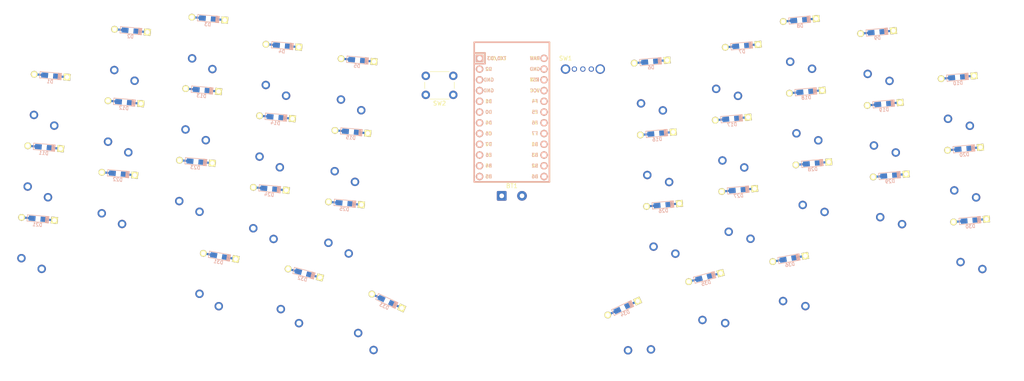
<source format=kicad_pcb>
(kicad_pcb (version 20171130) (host pcbnew "(5.1.4-0)")

  (general
    (thickness 1.6)
    (drawings 0)
    (tracks 0)
    (zones 0)
    (modules 76)
    (nets 66)
  )

  (page A4)
  (layers
    (0 F.Cu signal)
    (31 B.Cu signal)
    (32 B.Adhes user)
    (33 F.Adhes user)
    (34 B.Paste user)
    (35 F.Paste user)
    (36 B.SilkS user)
    (37 F.SilkS user)
    (38 B.Mask user)
    (39 F.Mask user)
    (40 Dwgs.User user)
    (41 Cmts.User user)
    (42 Eco1.User user hide)
    (43 Eco2.User user)
    (44 Edge.Cuts user)
    (45 Margin user)
    (46 B.CrtYd user)
    (47 F.CrtYd user)
    (48 B.Fab user)
    (49 F.Fab user)
  )

  (setup
    (last_trace_width 0.25)
    (trace_clearance 0.2)
    (zone_clearance 0.508)
    (zone_45_only no)
    (trace_min 0.2)
    (via_size 0.8)
    (via_drill 0.4)
    (via_min_size 0.4)
    (via_min_drill 0.3)
    (uvia_size 0.3)
    (uvia_drill 0.1)
    (uvias_allowed no)
    (uvia_min_size 0.2)
    (uvia_min_drill 0.1)
    (edge_width 0.05)
    (segment_width 0.2)
    (pcb_text_width 0.3)
    (pcb_text_size 1.5 1.5)
    (mod_edge_width 0.12)
    (mod_text_size 1 1)
    (mod_text_width 0.15)
    (pad_size 1.524 1.524)
    (pad_drill 0.762)
    (pad_to_mask_clearance 0.051)
    (solder_mask_min_width 0.25)
    (aux_axis_origin 0 0)
    (visible_elements FFFFFFFF)
    (pcbplotparams
      (layerselection 0x010fc_ffffffff)
      (usegerberextensions false)
      (usegerberattributes false)
      (usegerberadvancedattributes false)
      (creategerberjobfile false)
      (excludeedgelayer true)
      (linewidth 0.100000)
      (plotframeref false)
      (viasonmask false)
      (mode 1)
      (useauxorigin false)
      (hpglpennumber 1)
      (hpglpenspeed 20)
      (hpglpendiameter 15.000000)
      (psnegative false)
      (psa4output false)
      (plotreference true)
      (plotvalue true)
      (plotinvisibletext false)
      (padsonsilk false)
      (subtractmaskfromsilk false)
      (outputformat 1)
      (mirror false)
      (drillshape 1)
      (scaleselection 1)
      (outputdirectory ""))
  )

  (net 0 "")
  (net 1 GND)
  (net 2 "Net-(BT1-Pad1)")
  (net 3 ROW0)
  (net 4 "Net-(D1-Pad2)")
  (net 5 "Net-(D2-Pad2)")
  (net 6 "Net-(D3-Pad2)")
  (net 7 "Net-(D4-Pad2)")
  (net 8 "Net-(D5-Pad2)")
  (net 9 "Net-(D6-Pad2)")
  (net 10 "Net-(D7-Pad2)")
  (net 11 "Net-(D8-Pad2)")
  (net 12 "Net-(D9-Pad2)")
  (net 13 "Net-(D10-Pad2)")
  (net 14 ROW1)
  (net 15 "Net-(D11-Pad2)")
  (net 16 "Net-(D12-Pad2)")
  (net 17 "Net-(D13-Pad2)")
  (net 18 "Net-(D14-Pad2)")
  (net 19 "Net-(D15-Pad2)")
  (net 20 "Net-(D16-Pad2)")
  (net 21 "Net-(D17-Pad2)")
  (net 22 "Net-(D18-Pad2)")
  (net 23 "Net-(D19-Pad2)")
  (net 24 "Net-(D20-Pad2)")
  (net 25 ROW2)
  (net 26 "Net-(D21-Pad2)")
  (net 27 "Net-(D22-Pad2)")
  (net 28 "Net-(D23-Pad2)")
  (net 29 "Net-(D24-Pad2)")
  (net 30 "Net-(D25-Pad2)")
  (net 31 "Net-(D26-Pad2)")
  (net 32 "Net-(D27-Pad2)")
  (net 33 "Net-(D28-Pad2)")
  (net 34 "Net-(D29-Pad2)")
  (net 35 "Net-(D30-Pad2)")
  (net 36 ROW3)
  (net 37 "Net-(D31-Pad2)")
  (net 38 "Net-(D32-Pad2)")
  (net 39 "Net-(D33-Pad2)")
  (net 40 "Net-(D34-Pad2)")
  (net 41 "Net-(D35-Pad2)")
  (net 42 "Net-(D36-Pad2)")
  (net 43 "Net-(SW1-Pad3)")
  (net 44 "Net-(SW1-Pad2)")
  (net 45 RST)
  (net 46 COL0)
  (net 47 COL1)
  (net 48 COL2)
  (net 49 COL3)
  (net 50 COL4)
  (net 51 COL5)
  (net 52 "Net-(SW9-Pad2)")
  (net 53 COL7)
  (net 54 COL8)
  (net 55 COL9)
  (net 56 "Net-(SW19-Pad2)")
  (net 57 COL6)
  (net 58 +BATT)
  (net 59 "Net-(U1-Pad12)")
  (net 60 VCC)
  (net 61 "Net-(U1-Pad15)")
  (net 62 "Net-(U1-Pad14)")
  (net 63 "Net-(U1-Pad13)")
  (net 64 "Net-(U1-Pad4)")
  (net 65 "Net-(U1-Pad3)")

  (net_class Default "This is the default net class."
    (clearance 0.2)
    (trace_width 0.25)
    (via_dia 0.8)
    (via_drill 0.4)
    (uvia_dia 0.3)
    (uvia_drill 0.1)
    (add_net +BATT)
    (add_net COL0)
    (add_net COL1)
    (add_net COL2)
    (add_net COL3)
    (add_net COL4)
    (add_net COL5)
    (add_net COL6)
    (add_net COL7)
    (add_net COL8)
    (add_net COL9)
    (add_net GND)
    (add_net "Net-(BT1-Pad1)")
    (add_net "Net-(D1-Pad2)")
    (add_net "Net-(D10-Pad2)")
    (add_net "Net-(D11-Pad2)")
    (add_net "Net-(D12-Pad2)")
    (add_net "Net-(D13-Pad2)")
    (add_net "Net-(D14-Pad2)")
    (add_net "Net-(D15-Pad2)")
    (add_net "Net-(D16-Pad2)")
    (add_net "Net-(D17-Pad2)")
    (add_net "Net-(D18-Pad2)")
    (add_net "Net-(D19-Pad2)")
    (add_net "Net-(D2-Pad2)")
    (add_net "Net-(D20-Pad2)")
    (add_net "Net-(D21-Pad2)")
    (add_net "Net-(D22-Pad2)")
    (add_net "Net-(D23-Pad2)")
    (add_net "Net-(D24-Pad2)")
    (add_net "Net-(D25-Pad2)")
    (add_net "Net-(D26-Pad2)")
    (add_net "Net-(D27-Pad2)")
    (add_net "Net-(D28-Pad2)")
    (add_net "Net-(D29-Pad2)")
    (add_net "Net-(D3-Pad2)")
    (add_net "Net-(D30-Pad2)")
    (add_net "Net-(D31-Pad2)")
    (add_net "Net-(D32-Pad2)")
    (add_net "Net-(D33-Pad2)")
    (add_net "Net-(D34-Pad2)")
    (add_net "Net-(D35-Pad2)")
    (add_net "Net-(D36-Pad2)")
    (add_net "Net-(D4-Pad2)")
    (add_net "Net-(D5-Pad2)")
    (add_net "Net-(D6-Pad2)")
    (add_net "Net-(D7-Pad2)")
    (add_net "Net-(D8-Pad2)")
    (add_net "Net-(D9-Pad2)")
    (add_net "Net-(SW1-Pad2)")
    (add_net "Net-(SW1-Pad3)")
    (add_net "Net-(SW19-Pad2)")
    (add_net "Net-(SW9-Pad2)")
    (add_net "Net-(U1-Pad12)")
    (add_net "Net-(U1-Pad13)")
    (add_net "Net-(U1-Pad14)")
    (add_net "Net-(U1-Pad15)")
    (add_net "Net-(U1-Pad3)")
    (add_net "Net-(U1-Pad4)")
    (add_net ROW0)
    (add_net ROW1)
    (add_net ROW2)
    (add_net ROW3)
    (add_net RST)
    (add_net VCC)
  )

  (module custom-parts:customchocfootprint (layer F.Cu) (tedit 5F8F61F0) (tstamp 5F917BE1)
    (at -30.420334 -38.099813 355)
    (path /5F90B79B)
    (fp_text reference SW26 (at 0 -7.14375 355) (layer Dwgs.User)
      (effects (font (size 1 1) (thickness 0.2)))
    )
    (fp_text value SW_Push (at 0 -5.08 355) (layer F.SilkS) hide
      (effects (font (size 1 1) (thickness 0.2)))
    )
    (fp_line (start -9.525 9.525) (end 9.525 9.525) (layer Eco1.User) (width 0.12))
    (fp_line (start -9.525 -9.525) (end 9.525 -9.525) (layer Eco1.User) (width 0.12))
    (fp_line (start -9.525 -9.525) (end -9.525 9.525) (layer Eco1.User) (width 0.12))
    (fp_line (start 9.525 -9.525) (end 9.525 9.525) (layer Eco1.User) (width 0.12))
    (fp_line (start 7.5 -7.5) (end 7.5 7.5) (layer Eco2.User) (width 0.1524))
    (fp_line (start -7.5 -7.5) (end 7.5 -7.5) (layer Eco2.User) (width 0.1524))
    (fp_line (start -7.5 7.5) (end -7.5 -7.5) (layer Eco2.User) (width 0.1524))
    (fp_line (start 7.5 7.5) (end -7.5 7.5) (layer Eco2.User) (width 0.1524))
    (fp_line (start 9 -8.5) (end 9 8.5) (layer Dwgs.User) (width 0.1524))
    (fp_line (start -9 -8.5) (end 9 -8.5) (layer Dwgs.User) (width 0.1524))
    (fp_line (start -9 8.5) (end -9 -8.5) (layer Dwgs.User) (width 0.1524))
    (fp_line (start 9 8.5) (end -9 8.5) (layer Dwgs.User) (width 0.1524))
    (fp_line (start 6.9 -6.9) (end 6.9 6.9) (layer Cmts.User) (width 0.1524))
    (fp_line (start -6.9 -6.9) (end 6.9 -6.9) (layer Cmts.User) (width 0.1524))
    (fp_line (start -6.9 6.9) (end -6.9 -6.9) (layer Cmts.User) (width 0.1524))
    (fp_line (start 6.9 6.9) (end -6.9 6.9) (layer Cmts.User) (width 0.1524))
    (pad "" np_thru_hole circle (at 5.5 0 175) (size 1.7 1.7) (drill 1.7) (layers *.Cu *.Mask))
    (pad "" np_thru_hole circle (at -5.5 0 175) (size 1.7 1.7) (drill 1.7) (layers *.Cu *.Mask))
    (pad 2 thru_hole circle (at -5 3.8 36.9) (size 2 2) (drill 1.2) (layers *.Cu *.Mask)
      (net 49 COL3))
    (pad 1 thru_hole circle (at 0 5.9 175) (size 2 2) (drill 1.2) (layers *.Cu *.Mask)
      (net 29 "Net-(D24-Pad2)"))
    (pad "" np_thru_hole circle (at 0 0 175) (size 3.4 3.4) (drill 3.4) (layers *.Cu *.Mask))
    (pad "" np_thru_hole circle (at 5.22 -4.2 175) (size 1.2 1.2) (drill 1.2) (layers *.Cu *.Mask))
    (model /Users/danny/Documents/proj/custom-keyboard/kicad-libs/3d_models/mx-switch.wrl
      (offset (xyz 7.4675998878479 7.4675998878479 5.943599910736085))
      (scale (xyz 0.4 0.4 0.4))
      (rotate (xyz 270 0 180))
    )
    (model /Users/danny/Documents/proj/custom-keyboard/kicad-libs/3d_models/SA-R3-1u.wrl
      (offset (xyz 0 0 11.93799982070923))
      (scale (xyz 0.394 0.394 0.394))
      (rotate (xyz 270 0 0))
    )
  )

  (module custom-parts:customchocfootprint (layer F.Cu) (tedit 5F8F61F0) (tstamp 5F90AF20)
    (at -12.652246 -34.663144 355)
    (path /5F9104AD)
    (fp_text reference SW27 (at 0 -7.14375 355) (layer Dwgs.User)
      (effects (font (size 1 1) (thickness 0.2)))
    )
    (fp_text value SW_Push (at 0 -5.08 355) (layer F.SilkS) hide
      (effects (font (size 1 1) (thickness 0.2)))
    )
    (fp_line (start -9.525 9.525) (end 9.525 9.525) (layer Eco1.User) (width 0.12))
    (fp_line (start -9.525 -9.525) (end 9.525 -9.525) (layer Eco1.User) (width 0.12))
    (fp_line (start -9.525 -9.525) (end -9.525 9.525) (layer Eco1.User) (width 0.12))
    (fp_line (start 9.525 -9.525) (end 9.525 9.525) (layer Eco1.User) (width 0.12))
    (fp_line (start 7.5 -7.5) (end 7.5 7.5) (layer Eco2.User) (width 0.1524))
    (fp_line (start -7.5 -7.5) (end 7.5 -7.5) (layer Eco2.User) (width 0.1524))
    (fp_line (start -7.5 7.5) (end -7.5 -7.5) (layer Eco2.User) (width 0.1524))
    (fp_line (start 7.5 7.5) (end -7.5 7.5) (layer Eco2.User) (width 0.1524))
    (fp_line (start 9 -8.5) (end 9 8.5) (layer Dwgs.User) (width 0.1524))
    (fp_line (start -9 -8.5) (end 9 -8.5) (layer Dwgs.User) (width 0.1524))
    (fp_line (start -9 8.5) (end -9 -8.5) (layer Dwgs.User) (width 0.1524))
    (fp_line (start 9 8.5) (end -9 8.5) (layer Dwgs.User) (width 0.1524))
    (fp_line (start 6.9 -6.9) (end 6.9 6.9) (layer Cmts.User) (width 0.1524))
    (fp_line (start -6.9 -6.9) (end 6.9 -6.9) (layer Cmts.User) (width 0.1524))
    (fp_line (start -6.9 6.9) (end -6.9 -6.9) (layer Cmts.User) (width 0.1524))
    (fp_line (start 6.9 6.9) (end -6.9 6.9) (layer Cmts.User) (width 0.1524))
    (pad "" np_thru_hole circle (at 5.5 0 175) (size 1.7 1.7) (drill 1.7) (layers *.Cu *.Mask))
    (pad "" np_thru_hole circle (at -5.5 0 175) (size 1.7 1.7) (drill 1.7) (layers *.Cu *.Mask))
    (pad 2 thru_hole circle (at -5 3.8 36.9) (size 2 2) (drill 1.2) (layers *.Cu *.Mask)
      (net 50 COL4))
    (pad 1 thru_hole circle (at 0 5.9 175) (size 2 2) (drill 1.2) (layers *.Cu *.Mask)
      (net 30 "Net-(D25-Pad2)"))
    (pad "" np_thru_hole circle (at 0 0 175) (size 3.4 3.4) (drill 3.4) (layers *.Cu *.Mask))
    (pad "" np_thru_hole circle (at 5.22 -4.2 175) (size 1.2 1.2) (drill 1.2) (layers *.Cu *.Mask))
    (model /Users/danny/Documents/proj/custom-keyboard/kicad-libs/3d_models/mx-switch.wrl
      (offset (xyz 7.4675998878479 7.4675998878479 5.943599910736085))
      (scale (xyz 0.4 0.4 0.4))
      (rotate (xyz 270 0 180))
    )
    (model /Users/danny/Documents/proj/custom-keyboard/kicad-libs/3d_models/SA-R3-1u.wrl
      (offset (xyz 0 0 11.93799982070923))
      (scale (xyz 0.394 0.394 0.394))
      (rotate (xyz 270 0 0))
    )
  )

  (module custom-parts:customchocfootprint (layer F.Cu) (tedit 5F8F61F0) (tstamp 5F90B9E1)
    (at 74.327156 -18.02741 15)
    (path /5F98D876)
    (fp_text reference SW37 (at 0 -7.14375 195) (layer Dwgs.User)
      (effects (font (size 1 1) (thickness 0.2)))
    )
    (fp_text value SW_Push (at 0 -5.08 195) (layer F.SilkS) hide
      (effects (font (size 1 1) (thickness 0.2)))
    )
    (fp_line (start -9.525 9.525) (end 9.525 9.525) (layer Eco1.User) (width 0.12))
    (fp_line (start -9.525 -9.525) (end 9.525 -9.525) (layer Eco1.User) (width 0.12))
    (fp_line (start -9.525 -9.525) (end -9.525 9.525) (layer Eco1.User) (width 0.12))
    (fp_line (start 9.525 -9.525) (end 9.525 9.525) (layer Eco1.User) (width 0.12))
    (fp_line (start 7.5 -7.5) (end 7.5 7.5) (layer Eco2.User) (width 0.1524))
    (fp_line (start -7.5 -7.5) (end 7.5 -7.5) (layer Eco2.User) (width 0.1524))
    (fp_line (start -7.5 7.5) (end -7.5 -7.5) (layer Eco2.User) (width 0.1524))
    (fp_line (start 7.5 7.5) (end -7.5 7.5) (layer Eco2.User) (width 0.1524))
    (fp_line (start 9 -8.5) (end 9 8.5) (layer Dwgs.User) (width 0.1524))
    (fp_line (start -9 -8.5) (end 9 -8.5) (layer Dwgs.User) (width 0.1524))
    (fp_line (start -9 8.5) (end -9 -8.5) (layer Dwgs.User) (width 0.1524))
    (fp_line (start 9 8.5) (end -9 8.5) (layer Dwgs.User) (width 0.1524))
    (fp_line (start 6.9 -6.9) (end 6.9 6.9) (layer Cmts.User) (width 0.1524))
    (fp_line (start -6.9 -6.9) (end 6.9 -6.9) (layer Cmts.User) (width 0.1524))
    (fp_line (start -6.9 6.9) (end -6.9 -6.9) (layer Cmts.User) (width 0.1524))
    (fp_line (start 6.9 6.9) (end -6.9 6.9) (layer Cmts.User) (width 0.1524))
    (pad "" np_thru_hole circle (at 5.5 0 195) (size 1.7 1.7) (drill 1.7) (layers *.Cu *.Mask))
    (pad "" np_thru_hole circle (at -5.5 0 195) (size 1.7 1.7) (drill 1.7) (layers *.Cu *.Mask))
    (pad 2 thru_hole circle (at -5 3.8 56.9) (size 2 2) (drill 1.2) (layers *.Cu *.Mask)
      (net 57 COL6))
    (pad 1 thru_hole circle (at 0 5.9 195) (size 2 2) (drill 1.2) (layers *.Cu *.Mask)
      (net 41 "Net-(D35-Pad2)"))
    (pad "" np_thru_hole circle (at 0 0 195) (size 3.4 3.4) (drill 3.4) (layers *.Cu *.Mask))
    (pad "" np_thru_hole circle (at 5.22 -4.2 195) (size 1.2 1.2) (drill 1.2) (layers *.Cu *.Mask))
    (model /Users/danny/Documents/proj/custom-keyboard/kicad-libs/3d_models/mx-switch.wrl
      (offset (xyz 7.4675998878479 7.4675998878479 5.943599910736085))
      (scale (xyz 0.4 0.4 0.4))
      (rotate (xyz 270 0 180))
    )
    (model /Users/danny/Documents/proj/custom-keyboard/kicad-libs/3d_models/SA-R3-1u.wrl
      (offset (xyz 0 0 11.93799982070923))
      (scale (xyz 0.394 0.394 0.394))
      (rotate (xyz 270 0 0))
    )
  )

  (module custom-parts:customchocfootprint (layer F.Cu) (tedit 5F8F61F0) (tstamp 5F90B81F)
    (at 81.332262 -38.144244 5)
    (path /5F97DB2B)
    (fp_text reference SW29 (at 0 -7.14375 185) (layer Dwgs.User)
      (effects (font (size 1 1) (thickness 0.2)))
    )
    (fp_text value SW_Push (at 0 -5.08 185) (layer F.SilkS) hide
      (effects (font (size 1 1) (thickness 0.2)))
    )
    (fp_line (start -9.525 9.525) (end 9.525 9.525) (layer Eco1.User) (width 0.12))
    (fp_line (start -9.525 -9.525) (end 9.525 -9.525) (layer Eco1.User) (width 0.12))
    (fp_line (start -9.525 -9.525) (end -9.525 9.525) (layer Eco1.User) (width 0.12))
    (fp_line (start 9.525 -9.525) (end 9.525 9.525) (layer Eco1.User) (width 0.12))
    (fp_line (start 7.5 -7.5) (end 7.5 7.5) (layer Eco2.User) (width 0.1524))
    (fp_line (start -7.5 -7.5) (end 7.5 -7.5) (layer Eco2.User) (width 0.1524))
    (fp_line (start -7.5 7.5) (end -7.5 -7.5) (layer Eco2.User) (width 0.1524))
    (fp_line (start 7.5 7.5) (end -7.5 7.5) (layer Eco2.User) (width 0.1524))
    (fp_line (start 9 -8.5) (end 9 8.5) (layer Dwgs.User) (width 0.1524))
    (fp_line (start -9 -8.5) (end 9 -8.5) (layer Dwgs.User) (width 0.1524))
    (fp_line (start -9 8.5) (end -9 -8.5) (layer Dwgs.User) (width 0.1524))
    (fp_line (start 9 8.5) (end -9 8.5) (layer Dwgs.User) (width 0.1524))
    (fp_line (start 6.9 -6.9) (end 6.9 6.9) (layer Cmts.User) (width 0.1524))
    (fp_line (start -6.9 -6.9) (end 6.9 -6.9) (layer Cmts.User) (width 0.1524))
    (fp_line (start -6.9 6.9) (end -6.9 -6.9) (layer Cmts.User) (width 0.1524))
    (fp_line (start 6.9 6.9) (end -6.9 6.9) (layer Cmts.User) (width 0.1524))
    (pad "" np_thru_hole circle (at 5.5 0 185) (size 1.7 1.7) (drill 1.7) (layers *.Cu *.Mask))
    (pad "" np_thru_hole circle (at -5.5 0 185) (size 1.7 1.7) (drill 1.7) (layers *.Cu *.Mask))
    (pad 2 thru_hole circle (at -5 3.8 46.9) (size 2 2) (drill 1.2) (layers *.Cu *.Mask))
    (pad 1 thru_hole circle (at 0 5.9 185) (size 2 2) (drill 1.2) (layers *.Cu *.Mask))
    (pad "" np_thru_hole circle (at 0 0 185) (size 3.4 3.4) (drill 3.4) (layers *.Cu *.Mask))
    (pad "" np_thru_hole circle (at 5.22 -4.2 185) (size 1.2 1.2) (drill 1.2) (layers *.Cu *.Mask))
    (model /Users/danny/Documents/proj/custom-keyboard/kicad-libs/3d_models/mx-switch.wrl
      (offset (xyz 7.4675998878479 7.4675998878479 5.943599910736085))
      (scale (xyz 0.4 0.4 0.4))
      (rotate (xyz 270 0 180))
    )
    (model /Users/danny/Documents/proj/custom-keyboard/kicad-libs/3d_models/SA-R3-1u.wrl
      (offset (xyz 0 0 11.93799982070923))
      (scale (xyz 0.394 0.394 0.394))
      (rotate (xyz 270 0 0))
    )
  )

  (module custom-parts:customchocfootprint (layer F.Cu) (tedit 5F8F61F0) (tstamp 5F909296)
    (at -4.793969 -11.308056 335)
    (path /5F986F42)
    (fp_text reference SW35 (at 0 -7.14375 335) (layer Dwgs.User)
      (effects (font (size 1 1) (thickness 0.2)))
    )
    (fp_text value SW_Push (at 0 -5.08 335) (layer F.SilkS) hide
      (effects (font (size 1 1) (thickness 0.2)))
    )
    (fp_line (start -9.525 9.525) (end 9.525 9.525) (layer Eco1.User) (width 0.12))
    (fp_line (start -9.525 -9.525) (end 9.525 -9.525) (layer Eco1.User) (width 0.12))
    (fp_line (start -9.525 -9.525) (end -9.525 9.525) (layer Eco1.User) (width 0.12))
    (fp_line (start 9.525 -9.525) (end 9.525 9.525) (layer Eco1.User) (width 0.12))
    (fp_line (start 7.5 -7.5) (end 7.5 7.5) (layer Eco2.User) (width 0.1524))
    (fp_line (start -7.5 -7.5) (end 7.5 -7.5) (layer Eco2.User) (width 0.1524))
    (fp_line (start -7.5 7.5) (end -7.5 -7.5) (layer Eco2.User) (width 0.1524))
    (fp_line (start 7.5 7.5) (end -7.5 7.5) (layer Eco2.User) (width 0.1524))
    (fp_line (start 9 -8.5) (end 9 8.5) (layer Dwgs.User) (width 0.1524))
    (fp_line (start -9 -8.5) (end 9 -8.5) (layer Dwgs.User) (width 0.1524))
    (fp_line (start -9 8.5) (end -9 -8.5) (layer Dwgs.User) (width 0.1524))
    (fp_line (start 9 8.5) (end -9 8.5) (layer Dwgs.User) (width 0.1524))
    (fp_line (start 6.9 -6.9) (end 6.9 6.9) (layer Cmts.User) (width 0.1524))
    (fp_line (start -6.9 -6.9) (end 6.9 -6.9) (layer Cmts.User) (width 0.1524))
    (fp_line (start -6.9 6.9) (end -6.9 -6.9) (layer Cmts.User) (width 0.1524))
    (fp_line (start 6.9 6.9) (end -6.9 6.9) (layer Cmts.User) (width 0.1524))
    (pad "" np_thru_hole circle (at 5.5 0 155) (size 1.7 1.7) (drill 1.7) (layers *.Cu *.Mask))
    (pad "" np_thru_hole circle (at -5.5 0 155) (size 1.7 1.7) (drill 1.7) (layers *.Cu *.Mask))
    (pad 2 thru_hole circle (at -5 3.8 16.9) (size 2 2) (drill 1.2) (layers *.Cu *.Mask)
      (net 50 COL4))
    (pad 1 thru_hole circle (at 0 5.9 155) (size 2 2) (drill 1.2) (layers *.Cu *.Mask)
      (net 39 "Net-(D33-Pad2)"))
    (pad "" np_thru_hole circle (at 0 0 155) (size 3.4 3.4) (drill 3.4) (layers *.Cu *.Mask))
    (pad "" np_thru_hole circle (at 5.22 -4.2 155) (size 1.2 1.2) (drill 1.2) (layers *.Cu *.Mask))
    (model /Users/danny/Documents/proj/custom-keyboard/kicad-libs/3d_models/mx-switch.wrl
      (offset (xyz 7.4675998878479 7.4675998878479 5.943599910736085))
      (scale (xyz 0.4 0.4 0.4))
      (rotate (xyz 270 0 180))
    )
    (model /Users/danny/Documents/proj/custom-keyboard/kicad-libs/3d_models/SA-R3-1u.wrl
      (offset (xyz 0 0 11.93799982070923))
      (scale (xyz 0.394 0.394 0.394))
      (rotate (xyz 270 0 0))
    )
  )

  (module custom-parts:customchocfootprint (layer F.Cu) (tedit 5F8F61F0) (tstamp 5F90BA77)
    (at 97.359037 -61.421149 5)
    (path /5F97DB01)
    (fp_text reference SW20 (at 0 -7.14375 185) (layer Dwgs.User)
      (effects (font (size 1 1) (thickness 0.2)))
    )
    (fp_text value SW_Push (at 0 -5.08 185) (layer F.SilkS) hide
      (effects (font (size 1 1) (thickness 0.2)))
    )
    (fp_line (start -9.525 9.525) (end 9.525 9.525) (layer Eco1.User) (width 0.12))
    (fp_line (start -9.525 -9.525) (end 9.525 -9.525) (layer Eco1.User) (width 0.12))
    (fp_line (start -9.525 -9.525) (end -9.525 9.525) (layer Eco1.User) (width 0.12))
    (fp_line (start 9.525 -9.525) (end 9.525 9.525) (layer Eco1.User) (width 0.12))
    (fp_line (start 7.5 -7.5) (end 7.5 7.5) (layer Eco2.User) (width 0.1524))
    (fp_line (start -7.5 -7.5) (end 7.5 -7.5) (layer Eco2.User) (width 0.1524))
    (fp_line (start -7.5 7.5) (end -7.5 -7.5) (layer Eco2.User) (width 0.1524))
    (fp_line (start 7.5 7.5) (end -7.5 7.5) (layer Eco2.User) (width 0.1524))
    (fp_line (start 9 -8.5) (end 9 8.5) (layer Dwgs.User) (width 0.1524))
    (fp_line (start -9 -8.5) (end 9 -8.5) (layer Dwgs.User) (width 0.1524))
    (fp_line (start -9 8.5) (end -9 -8.5) (layer Dwgs.User) (width 0.1524))
    (fp_line (start 9 8.5) (end -9 8.5) (layer Dwgs.User) (width 0.1524))
    (fp_line (start 6.9 -6.9) (end 6.9 6.9) (layer Cmts.User) (width 0.1524))
    (fp_line (start -6.9 -6.9) (end 6.9 -6.9) (layer Cmts.User) (width 0.1524))
    (fp_line (start -6.9 6.9) (end -6.9 -6.9) (layer Cmts.User) (width 0.1524))
    (fp_line (start 6.9 6.9) (end -6.9 6.9) (layer Cmts.User) (width 0.1524))
    (pad "" np_thru_hole circle (at 5.5 0 185) (size 1.7 1.7) (drill 1.7) (layers *.Cu *.Mask))
    (pad "" np_thru_hole circle (at -5.5 0 185) (size 1.7 1.7) (drill 1.7) (layers *.Cu *.Mask))
    (pad 2 thru_hole circle (at -5 3.8 46.9) (size 2 2) (drill 1.2) (layers *.Cu *.Mask)
      (net 53 COL7))
    (pad 1 thru_hole circle (at 0 5.9 185) (size 2 2) (drill 1.2) (layers *.Cu *.Mask)
      (net 22 "Net-(D18-Pad2)"))
    (pad "" np_thru_hole circle (at 0 0 185) (size 3.4 3.4) (drill 3.4) (layers *.Cu *.Mask))
    (pad "" np_thru_hole circle (at 5.22 -4.2 185) (size 1.2 1.2) (drill 1.2) (layers *.Cu *.Mask))
    (model /Users/danny/Documents/proj/custom-keyboard/kicad-libs/3d_models/mx-switch.wrl
      (offset (xyz 7.4675998878479 7.4675998878479 5.943599910736085))
      (scale (xyz 0.4 0.4 0.4))
      (rotate (xyz 270 0 180))
    )
    (model /Users/danny/Documents/proj/custom-keyboard/kicad-libs/3d_models/SA-R3-1u.wrl
      (offset (xyz 0 0 11.93799982070923))
      (scale (xyz 0.394 0.394 0.394))
      (rotate (xyz 270 0 0))
    )
  )

  (module custom-parts:customchocfootprint (layer F.Cu) (tedit 5F8F61F0) (tstamp 5F90B900)
    (at 60.602678 -68.494533 5)
    (path /5F97DAAD)
    (fp_text reference SW8 (at 0 -7.14375 185) (layer Dwgs.User)
      (effects (font (size 1 1) (thickness 0.2)))
    )
    (fp_text value SW_Push (at 0 -5.08 185) (layer F.SilkS) hide
      (effects (font (size 1 1) (thickness 0.2)))
    )
    (fp_line (start -9.525 9.525) (end 9.525 9.525) (layer Eco1.User) (width 0.12))
    (fp_line (start -9.525 -9.525) (end 9.525 -9.525) (layer Eco1.User) (width 0.12))
    (fp_line (start -9.525 -9.525) (end -9.525 9.525) (layer Eco1.User) (width 0.12))
    (fp_line (start 9.525 -9.525) (end 9.525 9.525) (layer Eco1.User) (width 0.12))
    (fp_line (start 7.5 -7.5) (end 7.5 7.5) (layer Eco2.User) (width 0.1524))
    (fp_line (start -7.5 -7.5) (end 7.5 -7.5) (layer Eco2.User) (width 0.1524))
    (fp_line (start -7.5 7.5) (end -7.5 -7.5) (layer Eco2.User) (width 0.1524))
    (fp_line (start 7.5 7.5) (end -7.5 7.5) (layer Eco2.User) (width 0.1524))
    (fp_line (start 9 -8.5) (end 9 8.5) (layer Dwgs.User) (width 0.1524))
    (fp_line (start -9 -8.5) (end 9 -8.5) (layer Dwgs.User) (width 0.1524))
    (fp_line (start -9 8.5) (end -9 -8.5) (layer Dwgs.User) (width 0.1524))
    (fp_line (start 9 8.5) (end -9 8.5) (layer Dwgs.User) (width 0.1524))
    (fp_line (start 6.9 -6.9) (end 6.9 6.9) (layer Cmts.User) (width 0.1524))
    (fp_line (start -6.9 -6.9) (end 6.9 -6.9) (layer Cmts.User) (width 0.1524))
    (fp_line (start -6.9 6.9) (end -6.9 -6.9) (layer Cmts.User) (width 0.1524))
    (fp_line (start 6.9 6.9) (end -6.9 6.9) (layer Cmts.User) (width 0.1524))
    (pad "" np_thru_hole circle (at 5.5 0 185) (size 1.7 1.7) (drill 1.7) (layers *.Cu *.Mask))
    (pad "" np_thru_hole circle (at -5.5 0 185) (size 1.7 1.7) (drill 1.7) (layers *.Cu *.Mask))
    (pad 2 thru_hole circle (at -5 3.8 46.9) (size 2 2) (drill 1.2) (layers *.Cu *.Mask)
      (net 51 COL5))
    (pad 1 thru_hole circle (at 0 5.9 185) (size 2 2) (drill 1.2) (layers *.Cu *.Mask)
      (net 9 "Net-(D6-Pad2)"))
    (pad "" np_thru_hole circle (at 0 0 185) (size 3.4 3.4) (drill 3.4) (layers *.Cu *.Mask))
    (pad "" np_thru_hole circle (at 5.22 -4.2 185) (size 1.2 1.2) (drill 1.2) (layers *.Cu *.Mask))
    (model /Users/danny/Documents/proj/custom-keyboard/kicad-libs/3d_models/mx-switch.wrl
      (offset (xyz 7.4675998878479 7.4675998878479 5.943599910736085))
      (scale (xyz 0.4 0.4 0.4))
      (rotate (xyz 270 0 180))
    )
    (model /Users/danny/Documents/proj/custom-keyboard/kicad-libs/3d_models/SA-R3-1u.wrl
      (offset (xyz 0 0 11.93799982070923))
      (scale (xyz 0.394 0.394 0.394))
      (rotate (xyz 270 0 0))
    )
  )

  (module custom-parts:customchocfootprint (layer F.Cu) (tedit 5F8F61F0) (tstamp 5F90B94B)
    (at 93.801918 -22.150437 10)
    (path /5F98D884)
    (fp_text reference SW38 (at 0 -7.14375 190) (layer Dwgs.User)
      (effects (font (size 1 1) (thickness 0.2)))
    )
    (fp_text value SW_Push (at 0 -5.08 190) (layer F.SilkS) hide
      (effects (font (size 1 1) (thickness 0.2)))
    )
    (fp_line (start -9.525 9.525) (end 9.525 9.525) (layer Eco1.User) (width 0.12))
    (fp_line (start -9.525 -9.525) (end 9.525 -9.525) (layer Eco1.User) (width 0.12))
    (fp_line (start -9.525 -9.525) (end -9.525 9.525) (layer Eco1.User) (width 0.12))
    (fp_line (start 9.525 -9.525) (end 9.525 9.525) (layer Eco1.User) (width 0.12))
    (fp_line (start 7.5 -7.5) (end 7.5 7.5) (layer Eco2.User) (width 0.1524))
    (fp_line (start -7.5 -7.5) (end 7.5 -7.5) (layer Eco2.User) (width 0.1524))
    (fp_line (start -7.5 7.5) (end -7.5 -7.5) (layer Eco2.User) (width 0.1524))
    (fp_line (start 7.5 7.5) (end -7.5 7.5) (layer Eco2.User) (width 0.1524))
    (fp_line (start 9 -8.5) (end 9 8.5) (layer Dwgs.User) (width 0.1524))
    (fp_line (start -9 -8.5) (end 9 -8.5) (layer Dwgs.User) (width 0.1524))
    (fp_line (start -9 8.5) (end -9 -8.5) (layer Dwgs.User) (width 0.1524))
    (fp_line (start 9 8.5) (end -9 8.5) (layer Dwgs.User) (width 0.1524))
    (fp_line (start 6.9 -6.9) (end 6.9 6.9) (layer Cmts.User) (width 0.1524))
    (fp_line (start -6.9 -6.9) (end 6.9 -6.9) (layer Cmts.User) (width 0.1524))
    (fp_line (start -6.9 6.9) (end -6.9 -6.9) (layer Cmts.User) (width 0.1524))
    (fp_line (start 6.9 6.9) (end -6.9 6.9) (layer Cmts.User) (width 0.1524))
    (pad "" np_thru_hole circle (at 5.5 0 190) (size 1.7 1.7) (drill 1.7) (layers *.Cu *.Mask))
    (pad "" np_thru_hole circle (at -5.5 0 190) (size 1.7 1.7) (drill 1.7) (layers *.Cu *.Mask))
    (pad 2 thru_hole circle (at -5 3.8 51.9) (size 2 2) (drill 1.2) (layers *.Cu *.Mask)
      (net 53 COL7))
    (pad 1 thru_hole circle (at 0 5.9 190) (size 2 2) (drill 1.2) (layers *.Cu *.Mask)
      (net 42 "Net-(D36-Pad2)"))
    (pad "" np_thru_hole circle (at 0 0 190) (size 3.4 3.4) (drill 3.4) (layers *.Cu *.Mask))
    (pad "" np_thru_hole circle (at 5.22 -4.2 190) (size 1.2 1.2) (drill 1.2) (layers *.Cu *.Mask))
    (model /Users/danny/Documents/proj/custom-keyboard/kicad-libs/3d_models/mx-switch.wrl
      (offset (xyz 7.4675998878479 7.4675998878479 5.943599910736085))
      (scale (xyz 0.4 0.4 0.4))
      (rotate (xyz 270 0 180))
    )
    (model /Users/danny/Documents/proj/custom-keyboard/kicad-libs/3d_models/SA-R3-1u.wrl
      (offset (xyz 0 0 11.93799982070923))
      (scale (xyz 0.394 0.394 0.394))
      (rotate (xyz 270 0 0))
    )
  )

  (module custom-parts:customchocfootprint (layer F.Cu) (tedit 5F8F61F0) (tstamp 5F8F6D32)
    (at 55.810082 -11.448506 25)
    (path /5F98D868)
    (fp_text reference SW36 (at 0 -7.14375 205) (layer Dwgs.User)
      (effects (font (size 1 1) (thickness 0.2)))
    )
    (fp_text value SW_Push (at 0 -5.08 205) (layer F.SilkS) hide
      (effects (font (size 1 1) (thickness 0.2)))
    )
    (fp_line (start -9.525 9.525) (end 9.525 9.525) (layer Eco1.User) (width 0.12))
    (fp_line (start -9.525 -9.525) (end 9.525 -9.525) (layer Eco1.User) (width 0.12))
    (fp_line (start -9.525 -9.525) (end -9.525 9.525) (layer Eco1.User) (width 0.12))
    (fp_line (start 9.525 -9.525) (end 9.525 9.525) (layer Eco1.User) (width 0.12))
    (fp_line (start 7.5 -7.5) (end 7.5 7.5) (layer Eco2.User) (width 0.1524))
    (fp_line (start -7.5 -7.5) (end 7.5 -7.5) (layer Eco2.User) (width 0.1524))
    (fp_line (start -7.5 7.5) (end -7.5 -7.5) (layer Eco2.User) (width 0.1524))
    (fp_line (start 7.5 7.5) (end -7.5 7.5) (layer Eco2.User) (width 0.1524))
    (fp_line (start 9 -8.5) (end 9 8.5) (layer Dwgs.User) (width 0.1524))
    (fp_line (start -9 -8.5) (end 9 -8.5) (layer Dwgs.User) (width 0.1524))
    (fp_line (start -9 8.5) (end -9 -8.5) (layer Dwgs.User) (width 0.1524))
    (fp_line (start 9 8.5) (end -9 8.5) (layer Dwgs.User) (width 0.1524))
    (fp_line (start 6.9 -6.9) (end 6.9 6.9) (layer Cmts.User) (width 0.1524))
    (fp_line (start -6.9 -6.9) (end 6.9 -6.9) (layer Cmts.User) (width 0.1524))
    (fp_line (start -6.9 6.9) (end -6.9 -6.9) (layer Cmts.User) (width 0.1524))
    (fp_line (start 6.9 6.9) (end -6.9 6.9) (layer Cmts.User) (width 0.1524))
    (pad "" np_thru_hole circle (at 5.5 0 205) (size 1.7 1.7) (drill 1.7) (layers *.Cu *.Mask))
    (pad "" np_thru_hole circle (at -5.5 0 205) (size 1.7 1.7) (drill 1.7) (layers *.Cu *.Mask))
    (pad 2 thru_hole circle (at -5 3.8 66.9) (size 2 2) (drill 1.2) (layers *.Cu *.Mask)
      (net 51 COL5))
    (pad 1 thru_hole circle (at 0 5.9 205) (size 2 2) (drill 1.2) (layers *.Cu *.Mask)
      (net 40 "Net-(D34-Pad2)"))
    (pad "" np_thru_hole circle (at 0 0 205) (size 3.4 3.4) (drill 3.4) (layers *.Cu *.Mask))
    (pad "" np_thru_hole circle (at 5.22 -4.2 205) (size 1.2 1.2) (drill 1.2) (layers *.Cu *.Mask))
    (model /Users/danny/Documents/proj/custom-keyboard/kicad-libs/3d_models/mx-switch.wrl
      (offset (xyz 7.4675998878479 7.4675998878479 5.943599910736085))
      (scale (xyz 0.4 0.4 0.4))
      (rotate (xyz 270 0 180))
    )
    (model /Users/danny/Documents/proj/custom-keyboard/kicad-libs/3d_models/SA-R3-1u.wrl
      (offset (xyz 0 0 11.93799982070923))
      (scale (xyz 0.394 0.394 0.394))
      (rotate (xyz 270 0 0))
    )
  )

  (module custom-parts:customchocfootprint (layer F.Cu) (tedit 5F8F61F0) (tstamp 5F917C5A)
    (at -23.401005 -18.007832 345)
    (path /5F986F34)
    (fp_text reference SW34 (at 0 -7.14375 345) (layer Dwgs.User)
      (effects (font (size 1 1) (thickness 0.2)))
    )
    (fp_text value SW_Push (at 0 -5.08 345) (layer F.SilkS) hide
      (effects (font (size 1 1) (thickness 0.2)))
    )
    (fp_line (start -9.525 9.525) (end 9.525 9.525) (layer Eco1.User) (width 0.12))
    (fp_line (start -9.525 -9.525) (end 9.525 -9.525) (layer Eco1.User) (width 0.12))
    (fp_line (start -9.525 -9.525) (end -9.525 9.525) (layer Eco1.User) (width 0.12))
    (fp_line (start 9.525 -9.525) (end 9.525 9.525) (layer Eco1.User) (width 0.12))
    (fp_line (start 7.5 -7.5) (end 7.5 7.5) (layer Eco2.User) (width 0.1524))
    (fp_line (start -7.5 -7.5) (end 7.5 -7.5) (layer Eco2.User) (width 0.1524))
    (fp_line (start -7.5 7.5) (end -7.5 -7.5) (layer Eco2.User) (width 0.1524))
    (fp_line (start 7.5 7.5) (end -7.5 7.5) (layer Eco2.User) (width 0.1524))
    (fp_line (start 9 -8.5) (end 9 8.5) (layer Dwgs.User) (width 0.1524))
    (fp_line (start -9 -8.5) (end 9 -8.5) (layer Dwgs.User) (width 0.1524))
    (fp_line (start -9 8.5) (end -9 -8.5) (layer Dwgs.User) (width 0.1524))
    (fp_line (start 9 8.5) (end -9 8.5) (layer Dwgs.User) (width 0.1524))
    (fp_line (start 6.9 -6.9) (end 6.9 6.9) (layer Cmts.User) (width 0.1524))
    (fp_line (start -6.9 -6.9) (end 6.9 -6.9) (layer Cmts.User) (width 0.1524))
    (fp_line (start -6.9 6.9) (end -6.9 -6.9) (layer Cmts.User) (width 0.1524))
    (fp_line (start 6.9 6.9) (end -6.9 6.9) (layer Cmts.User) (width 0.1524))
    (pad "" np_thru_hole circle (at 5.5 0 165) (size 1.7 1.7) (drill 1.7) (layers *.Cu *.Mask))
    (pad "" np_thru_hole circle (at -5.5 0 165) (size 1.7 1.7) (drill 1.7) (layers *.Cu *.Mask))
    (pad 2 thru_hole circle (at -5 3.8 26.9) (size 2 2) (drill 1.2) (layers *.Cu *.Mask)
      (net 49 COL3))
    (pad 1 thru_hole circle (at 0 5.9 165) (size 2 2) (drill 1.2) (layers *.Cu *.Mask)
      (net 38 "Net-(D32-Pad2)"))
    (pad "" np_thru_hole circle (at 0 0 165) (size 3.4 3.4) (drill 3.4) (layers *.Cu *.Mask))
    (pad "" np_thru_hole circle (at 5.22 -4.2 165) (size 1.2 1.2) (drill 1.2) (layers *.Cu *.Mask))
    (model /Users/danny/Documents/proj/custom-keyboard/kicad-libs/3d_models/mx-switch.wrl
      (offset (xyz 7.4675998878479 7.4675998878479 5.943599910736085))
      (scale (xyz 0.4 0.4 0.4))
      (rotate (xyz 270 0 180))
    )
    (model /Users/danny/Documents/proj/custom-keyboard/kicad-libs/3d_models/SA-R3-1u.wrl
      (offset (xyz 0 0 11.93799982070923))
      (scale (xyz 0.394 0.394 0.394))
      (rotate (xyz 270 0 0))
    )
  )

  (module custom-parts:customchocfootprint (layer F.Cu) (tedit 5F8F61F0) (tstamp 5F917814)
    (at -42.865805 -22.129987 350)
    (path /5F986F26)
    (fp_text reference SW33 (at 0 -7.14375 350) (layer Dwgs.User)
      (effects (font (size 1 1) (thickness 0.2)))
    )
    (fp_text value SW_Push (at 0 -5.08 350) (layer F.SilkS) hide
      (effects (font (size 1 1) (thickness 0.2)))
    )
    (fp_line (start -9.525 9.525) (end 9.525 9.525) (layer Eco1.User) (width 0.12))
    (fp_line (start -9.525 -9.525) (end 9.525 -9.525) (layer Eco1.User) (width 0.12))
    (fp_line (start -9.525 -9.525) (end -9.525 9.525) (layer Eco1.User) (width 0.12))
    (fp_line (start 9.525 -9.525) (end 9.525 9.525) (layer Eco1.User) (width 0.12))
    (fp_line (start 7.5 -7.5) (end 7.5 7.5) (layer Eco2.User) (width 0.1524))
    (fp_line (start -7.5 -7.5) (end 7.5 -7.5) (layer Eco2.User) (width 0.1524))
    (fp_line (start -7.5 7.5) (end -7.5 -7.5) (layer Eco2.User) (width 0.1524))
    (fp_line (start 7.5 7.5) (end -7.5 7.5) (layer Eco2.User) (width 0.1524))
    (fp_line (start 9 -8.5) (end 9 8.5) (layer Dwgs.User) (width 0.1524))
    (fp_line (start -9 -8.5) (end 9 -8.5) (layer Dwgs.User) (width 0.1524))
    (fp_line (start -9 8.5) (end -9 -8.5) (layer Dwgs.User) (width 0.1524))
    (fp_line (start 9 8.5) (end -9 8.5) (layer Dwgs.User) (width 0.1524))
    (fp_line (start 6.9 -6.9) (end 6.9 6.9) (layer Cmts.User) (width 0.1524))
    (fp_line (start -6.9 -6.9) (end 6.9 -6.9) (layer Cmts.User) (width 0.1524))
    (fp_line (start -6.9 6.9) (end -6.9 -6.9) (layer Cmts.User) (width 0.1524))
    (fp_line (start 6.9 6.9) (end -6.9 6.9) (layer Cmts.User) (width 0.1524))
    (pad "" np_thru_hole circle (at 5.5 0 170) (size 1.7 1.7) (drill 1.7) (layers *.Cu *.Mask))
    (pad "" np_thru_hole circle (at -5.5 0 170) (size 1.7 1.7) (drill 1.7) (layers *.Cu *.Mask))
    (pad 2 thru_hole circle (at -5 3.8 31.9) (size 2 2) (drill 1.2) (layers *.Cu *.Mask)
      (net 48 COL2))
    (pad 1 thru_hole circle (at 0 5.9 170) (size 2 2) (drill 1.2) (layers *.Cu *.Mask)
      (net 37 "Net-(D31-Pad2)"))
    (pad "" np_thru_hole circle (at 0 0 170) (size 3.4 3.4) (drill 3.4) (layers *.Cu *.Mask))
    (pad "" np_thru_hole circle (at 5.22 -4.2 170) (size 1.2 1.2) (drill 1.2) (layers *.Cu *.Mask))
    (model /Users/danny/Documents/proj/custom-keyboard/kicad-libs/3d_models/mx-switch.wrl
      (offset (xyz 7.4675998878479 7.4675998878479 5.943599910736085))
      (scale (xyz 0.4 0.4 0.4))
      (rotate (xyz 270 0 180))
    )
    (model /Users/danny/Documents/proj/custom-keyboard/kicad-libs/3d_models/SA-R3-1u.wrl
      (offset (xyz 0 0 11.93799982070923))
      (scale (xyz 0.394 0.394 0.394))
      (rotate (xyz 270 0 0))
    )
  )

  (module custom-parts:customchocfootprint (layer F.Cu) (tedit 5F8F61F0) (tstamp 5F90B8B5)
    (at 136.159629 -30.982013 5)
    (path /5F97DB71)
    (fp_text reference SW32 (at 0 -7.14375 185) (layer Dwgs.User)
      (effects (font (size 1 1) (thickness 0.2)))
    )
    (fp_text value SW_Push (at 0 -5.08 185) (layer F.SilkS) hide
      (effects (font (size 1 1) (thickness 0.2)))
    )
    (fp_line (start -9.525 9.525) (end 9.525 9.525) (layer Eco1.User) (width 0.12))
    (fp_line (start -9.525 -9.525) (end 9.525 -9.525) (layer Eco1.User) (width 0.12))
    (fp_line (start -9.525 -9.525) (end -9.525 9.525) (layer Eco1.User) (width 0.12))
    (fp_line (start 9.525 -9.525) (end 9.525 9.525) (layer Eco1.User) (width 0.12))
    (fp_line (start 7.5 -7.5) (end 7.5 7.5) (layer Eco2.User) (width 0.1524))
    (fp_line (start -7.5 -7.5) (end 7.5 -7.5) (layer Eco2.User) (width 0.1524))
    (fp_line (start -7.5 7.5) (end -7.5 -7.5) (layer Eco2.User) (width 0.1524))
    (fp_line (start 7.5 7.5) (end -7.5 7.5) (layer Eco2.User) (width 0.1524))
    (fp_line (start 9 -8.5) (end 9 8.5) (layer Dwgs.User) (width 0.1524))
    (fp_line (start -9 -8.5) (end 9 -8.5) (layer Dwgs.User) (width 0.1524))
    (fp_line (start -9 8.5) (end -9 -8.5) (layer Dwgs.User) (width 0.1524))
    (fp_line (start 9 8.5) (end -9 8.5) (layer Dwgs.User) (width 0.1524))
    (fp_line (start 6.9 -6.9) (end 6.9 6.9) (layer Cmts.User) (width 0.1524))
    (fp_line (start -6.9 -6.9) (end 6.9 -6.9) (layer Cmts.User) (width 0.1524))
    (fp_line (start -6.9 6.9) (end -6.9 -6.9) (layer Cmts.User) (width 0.1524))
    (fp_line (start 6.9 6.9) (end -6.9 6.9) (layer Cmts.User) (width 0.1524))
    (pad "" np_thru_hole circle (at 5.5 0 185) (size 1.7 1.7) (drill 1.7) (layers *.Cu *.Mask))
    (pad "" np_thru_hole circle (at -5.5 0 185) (size 1.7 1.7) (drill 1.7) (layers *.Cu *.Mask))
    (pad 2 thru_hole circle (at -5 3.8 46.9) (size 2 2) (drill 1.2) (layers *.Cu *.Mask)
      (net 55 COL9))
    (pad 1 thru_hole circle (at 0 5.9 185) (size 2 2) (drill 1.2) (layers *.Cu *.Mask)
      (net 35 "Net-(D30-Pad2)"))
    (pad "" np_thru_hole circle (at 0 0 185) (size 3.4 3.4) (drill 3.4) (layers *.Cu *.Mask))
    (pad "" np_thru_hole circle (at 5.22 -4.2 185) (size 1.2 1.2) (drill 1.2) (layers *.Cu *.Mask))
    (model /Users/danny/Documents/proj/custom-keyboard/kicad-libs/3d_models/mx-switch.wrl
      (offset (xyz 7.4675998878479 7.4675998878479 5.943599910736085))
      (scale (xyz 0.4 0.4 0.4))
      (rotate (xyz 270 0 180))
    )
    (model /Users/danny/Documents/proj/custom-keyboard/kicad-libs/3d_models/SA-R3-1u.wrl
      (offset (xyz 0 0 11.93799982070923))
      (scale (xyz 0.394 0.394 0.394))
      (rotate (xyz 270 0 0))
    )
  )

  (module custom-parts:customchocfootprint (layer F.Cu) (tedit 5F8F61F0) (tstamp 5F90BBEE)
    (at 117.16221 -41.596666 5)
    (path /5F97DB47)
    (fp_text reference SW31 (at 0 -7.14375 185) (layer Dwgs.User)
      (effects (font (size 1 1) (thickness 0.2)))
    )
    (fp_text value SW_Push (at 0 -5.08 185) (layer F.SilkS) hide
      (effects (font (size 1 1) (thickness 0.2)))
    )
    (fp_line (start -9.525 9.525) (end 9.525 9.525) (layer Eco1.User) (width 0.12))
    (fp_line (start -9.525 -9.525) (end 9.525 -9.525) (layer Eco1.User) (width 0.12))
    (fp_line (start -9.525 -9.525) (end -9.525 9.525) (layer Eco1.User) (width 0.12))
    (fp_line (start 9.525 -9.525) (end 9.525 9.525) (layer Eco1.User) (width 0.12))
    (fp_line (start 7.5 -7.5) (end 7.5 7.5) (layer Eco2.User) (width 0.1524))
    (fp_line (start -7.5 -7.5) (end 7.5 -7.5) (layer Eco2.User) (width 0.1524))
    (fp_line (start -7.5 7.5) (end -7.5 -7.5) (layer Eco2.User) (width 0.1524))
    (fp_line (start 7.5 7.5) (end -7.5 7.5) (layer Eco2.User) (width 0.1524))
    (fp_line (start 9 -8.5) (end 9 8.5) (layer Dwgs.User) (width 0.1524))
    (fp_line (start -9 -8.5) (end 9 -8.5) (layer Dwgs.User) (width 0.1524))
    (fp_line (start -9 8.5) (end -9 -8.5) (layer Dwgs.User) (width 0.1524))
    (fp_line (start 9 8.5) (end -9 8.5) (layer Dwgs.User) (width 0.1524))
    (fp_line (start 6.9 -6.9) (end 6.9 6.9) (layer Cmts.User) (width 0.1524))
    (fp_line (start -6.9 -6.9) (end 6.9 -6.9) (layer Cmts.User) (width 0.1524))
    (fp_line (start -6.9 6.9) (end -6.9 -6.9) (layer Cmts.User) (width 0.1524))
    (fp_line (start 6.9 6.9) (end -6.9 6.9) (layer Cmts.User) (width 0.1524))
    (pad "" np_thru_hole circle (at 5.5 0 185) (size 1.7 1.7) (drill 1.7) (layers *.Cu *.Mask))
    (pad "" np_thru_hole circle (at -5.5 0 185) (size 1.7 1.7) (drill 1.7) (layers *.Cu *.Mask))
    (pad 2 thru_hole circle (at -5 3.8 46.9) (size 2 2) (drill 1.2) (layers *.Cu *.Mask)
      (net 54 COL8))
    (pad 1 thru_hole circle (at 0 5.9 185) (size 2 2) (drill 1.2) (layers *.Cu *.Mask)
      (net 34 "Net-(D29-Pad2)"))
    (pad "" np_thru_hole circle (at 0 0 185) (size 3.4 3.4) (drill 3.4) (layers *.Cu *.Mask))
    (pad "" np_thru_hole circle (at 5.22 -4.2 185) (size 1.2 1.2) (drill 1.2) (layers *.Cu *.Mask))
    (model /Users/danny/Documents/proj/custom-keyboard/kicad-libs/3d_models/mx-switch.wrl
      (offset (xyz 7.4675998878479 7.4675998878479 5.943599910736085))
      (scale (xyz 0.4 0.4 0.4))
      (rotate (xyz 270 0 180))
    )
    (model /Users/danny/Documents/proj/custom-keyboard/kicad-libs/3d_models/SA-R3-1u.wrl
      (offset (xyz 0 0 11.93799982070923))
      (scale (xyz 0.394 0.394 0.394))
      (rotate (xyz 270 0 0))
    )
  )

  (module custom-parts:customchocfootprint (layer F.Cu) (tedit 5F8F61F0) (tstamp 5F90BA2C)
    (at 98.840683 -44.485836 5)
    (path /5F97DB39)
    (fp_text reference SW30 (at 0 -7.14375 185) (layer Dwgs.User)
      (effects (font (size 1 1) (thickness 0.2)))
    )
    (fp_text value SW_Push (at 0 -5.08 185) (layer F.SilkS) hide
      (effects (font (size 1 1) (thickness 0.2)))
    )
    (fp_line (start -9.525 9.525) (end 9.525 9.525) (layer Eco1.User) (width 0.12))
    (fp_line (start -9.525 -9.525) (end 9.525 -9.525) (layer Eco1.User) (width 0.12))
    (fp_line (start -9.525 -9.525) (end -9.525 9.525) (layer Eco1.User) (width 0.12))
    (fp_line (start 9.525 -9.525) (end 9.525 9.525) (layer Eco1.User) (width 0.12))
    (fp_line (start 7.5 -7.5) (end 7.5 7.5) (layer Eco2.User) (width 0.1524))
    (fp_line (start -7.5 -7.5) (end 7.5 -7.5) (layer Eco2.User) (width 0.1524))
    (fp_line (start -7.5 7.5) (end -7.5 -7.5) (layer Eco2.User) (width 0.1524))
    (fp_line (start 7.5 7.5) (end -7.5 7.5) (layer Eco2.User) (width 0.1524))
    (fp_line (start 9 -8.5) (end 9 8.5) (layer Dwgs.User) (width 0.1524))
    (fp_line (start -9 -8.5) (end 9 -8.5) (layer Dwgs.User) (width 0.1524))
    (fp_line (start -9 8.5) (end -9 -8.5) (layer Dwgs.User) (width 0.1524))
    (fp_line (start 9 8.5) (end -9 8.5) (layer Dwgs.User) (width 0.1524))
    (fp_line (start 6.9 -6.9) (end 6.9 6.9) (layer Cmts.User) (width 0.1524))
    (fp_line (start -6.9 -6.9) (end 6.9 -6.9) (layer Cmts.User) (width 0.1524))
    (fp_line (start -6.9 6.9) (end -6.9 -6.9) (layer Cmts.User) (width 0.1524))
    (fp_line (start 6.9 6.9) (end -6.9 6.9) (layer Cmts.User) (width 0.1524))
    (pad "" np_thru_hole circle (at 5.5 0 185) (size 1.7 1.7) (drill 1.7) (layers *.Cu *.Mask))
    (pad "" np_thru_hole circle (at -5.5 0 185) (size 1.7 1.7) (drill 1.7) (layers *.Cu *.Mask))
    (pad 2 thru_hole circle (at -5 3.8 46.9) (size 2 2) (drill 1.2) (layers *.Cu *.Mask)
      (net 53 COL7))
    (pad 1 thru_hole circle (at 0 5.9 185) (size 2 2) (drill 1.2) (layers *.Cu *.Mask)
      (net 33 "Net-(D28-Pad2)"))
    (pad "" np_thru_hole circle (at 0 0 185) (size 3.4 3.4) (drill 3.4) (layers *.Cu *.Mask))
    (pad "" np_thru_hole circle (at 5.22 -4.2 185) (size 1.2 1.2) (drill 1.2) (layers *.Cu *.Mask))
    (model /Users/danny/Documents/proj/custom-keyboard/kicad-libs/3d_models/mx-switch.wrl
      (offset (xyz 7.4675998878479 7.4675998878479 5.943599910736085))
      (scale (xyz 0.4 0.4 0.4))
      (rotate (xyz 270 0 180))
    )
    (model /Users/danny/Documents/proj/custom-keyboard/kicad-libs/3d_models/SA-R3-1u.wrl
      (offset (xyz 0 0 11.93799982070923))
      (scale (xyz 0.394 0.394 0.394))
      (rotate (xyz 270 0 0))
    )
  )

  (module custom-parts:customchocfootprint (layer F.Cu) (tedit 5F8F61F0) (tstamp 5F90BAC2)
    (at 63.565978 -34.623916 5)
    (path /5F97DB1D)
    (fp_text reference SW28 (at 0 -7.14375 185) (layer Dwgs.User)
      (effects (font (size 1 1) (thickness 0.2)))
    )
    (fp_text value SW_Push (at 0 -5.08 185) (layer F.SilkS) hide
      (effects (font (size 1 1) (thickness 0.2)))
    )
    (fp_line (start -9.525 9.525) (end 9.525 9.525) (layer Eco1.User) (width 0.12))
    (fp_line (start -9.525 -9.525) (end 9.525 -9.525) (layer Eco1.User) (width 0.12))
    (fp_line (start -9.525 -9.525) (end -9.525 9.525) (layer Eco1.User) (width 0.12))
    (fp_line (start 9.525 -9.525) (end 9.525 9.525) (layer Eco1.User) (width 0.12))
    (fp_line (start 7.5 -7.5) (end 7.5 7.5) (layer Eco2.User) (width 0.1524))
    (fp_line (start -7.5 -7.5) (end 7.5 -7.5) (layer Eco2.User) (width 0.1524))
    (fp_line (start -7.5 7.5) (end -7.5 -7.5) (layer Eco2.User) (width 0.1524))
    (fp_line (start 7.5 7.5) (end -7.5 7.5) (layer Eco2.User) (width 0.1524))
    (fp_line (start 9 -8.5) (end 9 8.5) (layer Dwgs.User) (width 0.1524))
    (fp_line (start -9 -8.5) (end 9 -8.5) (layer Dwgs.User) (width 0.1524))
    (fp_line (start -9 8.5) (end -9 -8.5) (layer Dwgs.User) (width 0.1524))
    (fp_line (start 9 8.5) (end -9 8.5) (layer Dwgs.User) (width 0.1524))
    (fp_line (start 6.9 -6.9) (end 6.9 6.9) (layer Cmts.User) (width 0.1524))
    (fp_line (start -6.9 -6.9) (end 6.9 -6.9) (layer Cmts.User) (width 0.1524))
    (fp_line (start -6.9 6.9) (end -6.9 -6.9) (layer Cmts.User) (width 0.1524))
    (fp_line (start 6.9 6.9) (end -6.9 6.9) (layer Cmts.User) (width 0.1524))
    (pad "" np_thru_hole circle (at 5.5 0 185) (size 1.7 1.7) (drill 1.7) (layers *.Cu *.Mask))
    (pad "" np_thru_hole circle (at -5.5 0 185) (size 1.7 1.7) (drill 1.7) (layers *.Cu *.Mask))
    (pad 2 thru_hole circle (at -5 3.8 46.9) (size 2 2) (drill 1.2) (layers *.Cu *.Mask)
      (net 51 COL5))
    (pad 1 thru_hole circle (at 0 5.9 185) (size 2 2) (drill 1.2) (layers *.Cu *.Mask)
      (net 31 "Net-(D26-Pad2)"))
    (pad "" np_thru_hole circle (at 0 0 185) (size 3.4 3.4) (drill 3.4) (layers *.Cu *.Mask))
    (pad "" np_thru_hole circle (at 5.22 -4.2 185) (size 1.2 1.2) (drill 1.2) (layers *.Cu *.Mask))
    (model /Users/danny/Documents/proj/custom-keyboard/kicad-libs/3d_models/mx-switch.wrl
      (offset (xyz 7.4675998878479 7.4675998878479 5.943599910736085))
      (scale (xyz 0.4 0.4 0.4))
      (rotate (xyz 270 0 180))
    )
    (model /Users/danny/Documents/proj/custom-keyboard/kicad-libs/3d_models/SA-R3-1u.wrl
      (offset (xyz 0 0 11.93799982070923))
      (scale (xyz 0.394 0.394 0.394))
      (rotate (xyz 270 0 0))
    )
  )

  (module custom-parts:customchocfootprint (layer F.Cu) (tedit 5F8F61F0) (tstamp 5F90A687)
    (at -47.926954 -44.525065 355)
    (path /5F90B78D)
    (fp_text reference SW25 (at 0 -7.14375 355) (layer Dwgs.User)
      (effects (font (size 1 1) (thickness 0.2)))
    )
    (fp_text value SW_Push (at 0 -5.08 355) (layer F.SilkS) hide
      (effects (font (size 1 1) (thickness 0.2)))
    )
    (fp_line (start -9.525 9.525) (end 9.525 9.525) (layer Eco1.User) (width 0.12))
    (fp_line (start -9.525 -9.525) (end 9.525 -9.525) (layer Eco1.User) (width 0.12))
    (fp_line (start -9.525 -9.525) (end -9.525 9.525) (layer Eco1.User) (width 0.12))
    (fp_line (start 9.525 -9.525) (end 9.525 9.525) (layer Eco1.User) (width 0.12))
    (fp_line (start 7.5 -7.5) (end 7.5 7.5) (layer Eco2.User) (width 0.1524))
    (fp_line (start -7.5 -7.5) (end 7.5 -7.5) (layer Eco2.User) (width 0.1524))
    (fp_line (start -7.5 7.5) (end -7.5 -7.5) (layer Eco2.User) (width 0.1524))
    (fp_line (start 7.5 7.5) (end -7.5 7.5) (layer Eco2.User) (width 0.1524))
    (fp_line (start 9 -8.5) (end 9 8.5) (layer Dwgs.User) (width 0.1524))
    (fp_line (start -9 -8.5) (end 9 -8.5) (layer Dwgs.User) (width 0.1524))
    (fp_line (start -9 8.5) (end -9 -8.5) (layer Dwgs.User) (width 0.1524))
    (fp_line (start 9 8.5) (end -9 8.5) (layer Dwgs.User) (width 0.1524))
    (fp_line (start 6.9 -6.9) (end 6.9 6.9) (layer Cmts.User) (width 0.1524))
    (fp_line (start -6.9 -6.9) (end 6.9 -6.9) (layer Cmts.User) (width 0.1524))
    (fp_line (start -6.9 6.9) (end -6.9 -6.9) (layer Cmts.User) (width 0.1524))
    (fp_line (start 6.9 6.9) (end -6.9 6.9) (layer Cmts.User) (width 0.1524))
    (pad "" np_thru_hole circle (at 5.5 0 175) (size 1.7 1.7) (drill 1.7) (layers *.Cu *.Mask))
    (pad "" np_thru_hole circle (at -5.5 0 175) (size 1.7 1.7) (drill 1.7) (layers *.Cu *.Mask))
    (pad 2 thru_hole circle (at -5 3.8 36.9) (size 2 2) (drill 1.2) (layers *.Cu *.Mask)
      (net 48 COL2))
    (pad 1 thru_hole circle (at 0 5.9 175) (size 2 2) (drill 1.2) (layers *.Cu *.Mask)
      (net 28 "Net-(D23-Pad2)"))
    (pad "" np_thru_hole circle (at 0 0 175) (size 3.4 3.4) (drill 3.4) (layers *.Cu *.Mask))
    (pad "" np_thru_hole circle (at 5.22 -4.2 175) (size 1.2 1.2) (drill 1.2) (layers *.Cu *.Mask))
    (model /Users/danny/Documents/proj/custom-keyboard/kicad-libs/3d_models/mx-switch.wrl
      (offset (xyz 7.4675998878479 7.4675998878479 5.943599910736085))
      (scale (xyz 0.4 0.4 0.4))
      (rotate (xyz 270 0 180))
    )
    (model /Users/danny/Documents/proj/custom-keyboard/kicad-libs/3d_models/SA-R3-1u.wrl
      (offset (xyz 0 0 11.93799982070923))
      (scale (xyz 0.394 0.394 0.394))
      (rotate (xyz 270 0 0))
    )
  )

  (module custom-parts:customchocfootprint (layer F.Cu) (tedit 5F8F61F0) (tstamp 5F8F6C06)
    (at -66.248481 -41.635897 355)
    (path /5F90B77F)
    (fp_text reference SW24 (at 0 -7.14375 355) (layer Dwgs.User)
      (effects (font (size 1 1) (thickness 0.2)))
    )
    (fp_text value SW_Push (at 0 -5.08 355) (layer F.SilkS) hide
      (effects (font (size 1 1) (thickness 0.2)))
    )
    (fp_line (start -9.525 9.525) (end 9.525 9.525) (layer Eco1.User) (width 0.12))
    (fp_line (start -9.525 -9.525) (end 9.525 -9.525) (layer Eco1.User) (width 0.12))
    (fp_line (start -9.525 -9.525) (end -9.525 9.525) (layer Eco1.User) (width 0.12))
    (fp_line (start 9.525 -9.525) (end 9.525 9.525) (layer Eco1.User) (width 0.12))
    (fp_line (start 7.5 -7.5) (end 7.5 7.5) (layer Eco2.User) (width 0.1524))
    (fp_line (start -7.5 -7.5) (end 7.5 -7.5) (layer Eco2.User) (width 0.1524))
    (fp_line (start -7.5 7.5) (end -7.5 -7.5) (layer Eco2.User) (width 0.1524))
    (fp_line (start 7.5 7.5) (end -7.5 7.5) (layer Eco2.User) (width 0.1524))
    (fp_line (start 9 -8.5) (end 9 8.5) (layer Dwgs.User) (width 0.1524))
    (fp_line (start -9 -8.5) (end 9 -8.5) (layer Dwgs.User) (width 0.1524))
    (fp_line (start -9 8.5) (end -9 -8.5) (layer Dwgs.User) (width 0.1524))
    (fp_line (start 9 8.5) (end -9 8.5) (layer Dwgs.User) (width 0.1524))
    (fp_line (start 6.9 -6.9) (end 6.9 6.9) (layer Cmts.User) (width 0.1524))
    (fp_line (start -6.9 -6.9) (end 6.9 -6.9) (layer Cmts.User) (width 0.1524))
    (fp_line (start -6.9 6.9) (end -6.9 -6.9) (layer Cmts.User) (width 0.1524))
    (fp_line (start 6.9 6.9) (end -6.9 6.9) (layer Cmts.User) (width 0.1524))
    (pad "" np_thru_hole circle (at 5.5 0 175) (size 1.7 1.7) (drill 1.7) (layers *.Cu *.Mask))
    (pad "" np_thru_hole circle (at -5.5 0 175) (size 1.7 1.7) (drill 1.7) (layers *.Cu *.Mask))
    (pad 2 thru_hole circle (at -5 3.8 36.9) (size 2 2) (drill 1.2) (layers *.Cu *.Mask)
      (net 47 COL1))
    (pad 1 thru_hole circle (at 0 5.9 175) (size 2 2) (drill 1.2) (layers *.Cu *.Mask)
      (net 27 "Net-(D22-Pad2)"))
    (pad "" np_thru_hole circle (at 0 0 175) (size 3.4 3.4) (drill 3.4) (layers *.Cu *.Mask))
    (pad "" np_thru_hole circle (at 5.22 -4.2 175) (size 1.2 1.2) (drill 1.2) (layers *.Cu *.Mask))
    (model /Users/danny/Documents/proj/custom-keyboard/kicad-libs/3d_models/mx-switch.wrl
      (offset (xyz 7.4675998878479 7.4675998878479 5.943599910736085))
      (scale (xyz 0.4 0.4 0.4))
      (rotate (xyz 270 0 180))
    )
    (model /Users/danny/Documents/proj/custom-keyboard/kicad-libs/3d_models/SA-R3-1u.wrl
      (offset (xyz 0 0 11.93799982070923))
      (scale (xyz 0.394 0.394 0.394))
      (rotate (xyz 270 0 0))
    )
  )

  (module custom-parts:customchocfootprint (layer F.Cu) (tedit 5F8F61F0) (tstamp 5F8F6BED)
    (at -85.2459 -31.021239 355)
    (path /5F90B771)
    (fp_text reference SW23 (at 0 -7.14375 355) (layer Dwgs.User)
      (effects (font (size 1 1) (thickness 0.2)))
    )
    (fp_text value SW_Push (at 0 -5.08 355) (layer F.SilkS) hide
      (effects (font (size 1 1) (thickness 0.2)))
    )
    (fp_line (start -9.525 9.525) (end 9.525 9.525) (layer Eco1.User) (width 0.12))
    (fp_line (start -9.525 -9.525) (end 9.525 -9.525) (layer Eco1.User) (width 0.12))
    (fp_line (start -9.525 -9.525) (end -9.525 9.525) (layer Eco1.User) (width 0.12))
    (fp_line (start 9.525 -9.525) (end 9.525 9.525) (layer Eco1.User) (width 0.12))
    (fp_line (start 7.5 -7.5) (end 7.5 7.5) (layer Eco2.User) (width 0.1524))
    (fp_line (start -7.5 -7.5) (end 7.5 -7.5) (layer Eco2.User) (width 0.1524))
    (fp_line (start -7.5 7.5) (end -7.5 -7.5) (layer Eco2.User) (width 0.1524))
    (fp_line (start 7.5 7.5) (end -7.5 7.5) (layer Eco2.User) (width 0.1524))
    (fp_line (start 9 -8.5) (end 9 8.5) (layer Dwgs.User) (width 0.1524))
    (fp_line (start -9 -8.5) (end 9 -8.5) (layer Dwgs.User) (width 0.1524))
    (fp_line (start -9 8.5) (end -9 -8.5) (layer Dwgs.User) (width 0.1524))
    (fp_line (start 9 8.5) (end -9 8.5) (layer Dwgs.User) (width 0.1524))
    (fp_line (start 6.9 -6.9) (end 6.9 6.9) (layer Cmts.User) (width 0.1524))
    (fp_line (start -6.9 -6.9) (end 6.9 -6.9) (layer Cmts.User) (width 0.1524))
    (fp_line (start -6.9 6.9) (end -6.9 -6.9) (layer Cmts.User) (width 0.1524))
    (fp_line (start 6.9 6.9) (end -6.9 6.9) (layer Cmts.User) (width 0.1524))
    (pad "" np_thru_hole circle (at 5.5 0 175) (size 1.7 1.7) (drill 1.7) (layers *.Cu *.Mask))
    (pad "" np_thru_hole circle (at -5.5 0 175) (size 1.7 1.7) (drill 1.7) (layers *.Cu *.Mask))
    (pad 2 thru_hole circle (at -5 3.8 36.9) (size 2 2) (drill 1.2) (layers *.Cu *.Mask)
      (net 46 COL0))
    (pad 1 thru_hole circle (at 0 5.9 175) (size 2 2) (drill 1.2) (layers *.Cu *.Mask)
      (net 26 "Net-(D21-Pad2)"))
    (pad "" np_thru_hole circle (at 0 0 175) (size 3.4 3.4) (drill 3.4) (layers *.Cu *.Mask))
    (pad "" np_thru_hole circle (at 5.22 -4.2 175) (size 1.2 1.2) (drill 1.2) (layers *.Cu *.Mask))
    (model /Users/danny/Documents/proj/custom-keyboard/kicad-libs/3d_models/mx-switch.wrl
      (offset (xyz 7.4675998878479 7.4675998878479 5.943599910736085))
      (scale (xyz 0.4 0.4 0.4))
      (rotate (xyz 270 0 180))
    )
    (model /Users/danny/Documents/proj/custom-keyboard/kicad-libs/3d_models/SA-R3-1u.wrl
      (offset (xyz 0 0 11.93799982070923))
      (scale (xyz 0.394 0.394 0.394))
      (rotate (xyz 270 0 0))
    )
  )

  (module custom-parts:customchocfootprint (layer F.Cu) (tedit 5F8F61F0) (tstamp 5F90BB0D)
    (at 134.677547 -47.922303 5)
    (path /5F97DB63)
    (fp_text reference SW22 (at 0 -7.14375 185) (layer Dwgs.User)
      (effects (font (size 1 1) (thickness 0.2)))
    )
    (fp_text value SW_Push (at 0 -5.08 185) (layer F.SilkS) hide
      (effects (font (size 1 1) (thickness 0.2)))
    )
    (fp_line (start -9.525 9.525) (end 9.525 9.525) (layer Eco1.User) (width 0.12))
    (fp_line (start -9.525 -9.525) (end 9.525 -9.525) (layer Eco1.User) (width 0.12))
    (fp_line (start -9.525 -9.525) (end -9.525 9.525) (layer Eco1.User) (width 0.12))
    (fp_line (start 9.525 -9.525) (end 9.525 9.525) (layer Eco1.User) (width 0.12))
    (fp_line (start 7.5 -7.5) (end 7.5 7.5) (layer Eco2.User) (width 0.1524))
    (fp_line (start -7.5 -7.5) (end 7.5 -7.5) (layer Eco2.User) (width 0.1524))
    (fp_line (start -7.5 7.5) (end -7.5 -7.5) (layer Eco2.User) (width 0.1524))
    (fp_line (start 7.5 7.5) (end -7.5 7.5) (layer Eco2.User) (width 0.1524))
    (fp_line (start 9 -8.5) (end 9 8.5) (layer Dwgs.User) (width 0.1524))
    (fp_line (start -9 -8.5) (end 9 -8.5) (layer Dwgs.User) (width 0.1524))
    (fp_line (start -9 8.5) (end -9 -8.5) (layer Dwgs.User) (width 0.1524))
    (fp_line (start 9 8.5) (end -9 8.5) (layer Dwgs.User) (width 0.1524))
    (fp_line (start 6.9 -6.9) (end 6.9 6.9) (layer Cmts.User) (width 0.1524))
    (fp_line (start -6.9 -6.9) (end 6.9 -6.9) (layer Cmts.User) (width 0.1524))
    (fp_line (start -6.9 6.9) (end -6.9 -6.9) (layer Cmts.User) (width 0.1524))
    (fp_line (start 6.9 6.9) (end -6.9 6.9) (layer Cmts.User) (width 0.1524))
    (pad "" np_thru_hole circle (at 5.5 0 185) (size 1.7 1.7) (drill 1.7) (layers *.Cu *.Mask))
    (pad "" np_thru_hole circle (at -5.5 0 185) (size 1.7 1.7) (drill 1.7) (layers *.Cu *.Mask))
    (pad 2 thru_hole circle (at -5 3.8 46.9) (size 2 2) (drill 1.2) (layers *.Cu *.Mask)
      (net 55 COL9))
    (pad 1 thru_hole circle (at 0 5.9 185) (size 2 2) (drill 1.2) (layers *.Cu *.Mask)
      (net 24 "Net-(D20-Pad2)"))
    (pad "" np_thru_hole circle (at 0 0 185) (size 3.4 3.4) (drill 3.4) (layers *.Cu *.Mask))
    (pad "" np_thru_hole circle (at 5.22 -4.2 185) (size 1.2 1.2) (drill 1.2) (layers *.Cu *.Mask))
    (model /Users/danny/Documents/proj/custom-keyboard/kicad-libs/3d_models/mx-switch.wrl
      (offset (xyz 7.4675998878479 7.4675998878479 5.943599910736085))
      (scale (xyz 0.4 0.4 0.4))
      (rotate (xyz 270 0 180))
    )
    (model /Users/danny/Documents/proj/custom-keyboard/kicad-libs/3d_models/SA-R3-1u.wrl
      (offset (xyz 0 0 11.93799982070923))
      (scale (xyz 0.394 0.394 0.394))
      (rotate (xyz 270 0 0))
    )
  )

  (module custom-parts:customchocfootprint (layer F.Cu) (tedit 5F8F61F0) (tstamp 5F90BB58)
    (at 115.680127 -58.536956 5)
    (path /5F97DB0F)
    (fp_text reference SW21 (at 0 -7.14375 185) (layer Dwgs.User)
      (effects (font (size 1 1) (thickness 0.2)))
    )
    (fp_text value SW_Push (at 0 -5.08 185) (layer F.SilkS) hide
      (effects (font (size 1 1) (thickness 0.2)))
    )
    (fp_line (start -9.525 9.525) (end 9.525 9.525) (layer Eco1.User) (width 0.12))
    (fp_line (start -9.525 -9.525) (end 9.525 -9.525) (layer Eco1.User) (width 0.12))
    (fp_line (start -9.525 -9.525) (end -9.525 9.525) (layer Eco1.User) (width 0.12))
    (fp_line (start 9.525 -9.525) (end 9.525 9.525) (layer Eco1.User) (width 0.12))
    (fp_line (start 7.5 -7.5) (end 7.5 7.5) (layer Eco2.User) (width 0.1524))
    (fp_line (start -7.5 -7.5) (end 7.5 -7.5) (layer Eco2.User) (width 0.1524))
    (fp_line (start -7.5 7.5) (end -7.5 -7.5) (layer Eco2.User) (width 0.1524))
    (fp_line (start 7.5 7.5) (end -7.5 7.5) (layer Eco2.User) (width 0.1524))
    (fp_line (start 9 -8.5) (end 9 8.5) (layer Dwgs.User) (width 0.1524))
    (fp_line (start -9 -8.5) (end 9 -8.5) (layer Dwgs.User) (width 0.1524))
    (fp_line (start -9 8.5) (end -9 -8.5) (layer Dwgs.User) (width 0.1524))
    (fp_line (start 9 8.5) (end -9 8.5) (layer Dwgs.User) (width 0.1524))
    (fp_line (start 6.9 -6.9) (end 6.9 6.9) (layer Cmts.User) (width 0.1524))
    (fp_line (start -6.9 -6.9) (end 6.9 -6.9) (layer Cmts.User) (width 0.1524))
    (fp_line (start -6.9 6.9) (end -6.9 -6.9) (layer Cmts.User) (width 0.1524))
    (fp_line (start 6.9 6.9) (end -6.9 6.9) (layer Cmts.User) (width 0.1524))
    (pad "" np_thru_hole circle (at 5.5 0 185) (size 1.7 1.7) (drill 1.7) (layers *.Cu *.Mask))
    (pad "" np_thru_hole circle (at -5.5 0 185) (size 1.7 1.7) (drill 1.7) (layers *.Cu *.Mask))
    (pad 2 thru_hole circle (at -5 3.8 46.9) (size 2 2) (drill 1.2) (layers *.Cu *.Mask)
      (net 54 COL8))
    (pad 1 thru_hole circle (at 0 5.9 185) (size 2 2) (drill 1.2) (layers *.Cu *.Mask)
      (net 23 "Net-(D19-Pad2)"))
    (pad "" np_thru_hole circle (at 0 0 185) (size 3.4 3.4) (drill 3.4) (layers *.Cu *.Mask))
    (pad "" np_thru_hole circle (at 5.22 -4.2 185) (size 1.2 1.2) (drill 1.2) (layers *.Cu *.Mask))
    (model /Users/danny/Documents/proj/custom-keyboard/kicad-libs/3d_models/mx-switch.wrl
      (offset (xyz 7.4675998878479 7.4675998878479 5.943599910736085))
      (scale (xyz 0.4 0.4 0.4))
      (rotate (xyz 270 0 180))
    )
    (model /Users/danny/Documents/proj/custom-keyboard/kicad-libs/3d_models/SA-R3-1u.wrl
      (offset (xyz 0 0 11.93799982070923))
      (scale (xyz 0.394 0.394 0.394))
      (rotate (xyz 270 0 0))
    )
  )

  (module custom-parts:customchocfootprint (layer F.Cu) (tedit 5F8F61F0) (tstamp 5F90B996)
    (at 79.85198 -55.000877 5)
    (path /5F97DAD7)
    (fp_text reference SW19 (at 0 -7.14375 185) (layer Dwgs.User)
      (effects (font (size 1 1) (thickness 0.2)))
    )
    (fp_text value SW_Push (at 0 -5.08 185) (layer F.SilkS) hide
      (effects (font (size 1 1) (thickness 0.2)))
    )
    (fp_line (start -9.525 9.525) (end 9.525 9.525) (layer Eco1.User) (width 0.12))
    (fp_line (start -9.525 -9.525) (end 9.525 -9.525) (layer Eco1.User) (width 0.12))
    (fp_line (start -9.525 -9.525) (end -9.525 9.525) (layer Eco1.User) (width 0.12))
    (fp_line (start 9.525 -9.525) (end 9.525 9.525) (layer Eco1.User) (width 0.12))
    (fp_line (start 7.5 -7.5) (end 7.5 7.5) (layer Eco2.User) (width 0.1524))
    (fp_line (start -7.5 -7.5) (end 7.5 -7.5) (layer Eco2.User) (width 0.1524))
    (fp_line (start -7.5 7.5) (end -7.5 -7.5) (layer Eco2.User) (width 0.1524))
    (fp_line (start 7.5 7.5) (end -7.5 7.5) (layer Eco2.User) (width 0.1524))
    (fp_line (start 9 -8.5) (end 9 8.5) (layer Dwgs.User) (width 0.1524))
    (fp_line (start -9 -8.5) (end 9 -8.5) (layer Dwgs.User) (width 0.1524))
    (fp_line (start -9 8.5) (end -9 -8.5) (layer Dwgs.User) (width 0.1524))
    (fp_line (start 9 8.5) (end -9 8.5) (layer Dwgs.User) (width 0.1524))
    (fp_line (start 6.9 -6.9) (end 6.9 6.9) (layer Cmts.User) (width 0.1524))
    (fp_line (start -6.9 -6.9) (end 6.9 -6.9) (layer Cmts.User) (width 0.1524))
    (fp_line (start -6.9 6.9) (end -6.9 -6.9) (layer Cmts.User) (width 0.1524))
    (fp_line (start 6.9 6.9) (end -6.9 6.9) (layer Cmts.User) (width 0.1524))
    (pad "" np_thru_hole circle (at 5.5 0 185) (size 1.7 1.7) (drill 1.7) (layers *.Cu *.Mask))
    (pad "" np_thru_hole circle (at -5.5 0 185) (size 1.7 1.7) (drill 1.7) (layers *.Cu *.Mask))
    (pad 2 thru_hole circle (at -5 3.8 46.9) (size 2 2) (drill 1.2) (layers *.Cu *.Mask)
      (net 56 "Net-(SW19-Pad2)"))
    (pad 1 thru_hole circle (at 0 5.9 185) (size 2 2) (drill 1.2) (layers *.Cu *.Mask)
      (net 21 "Net-(D17-Pad2)"))
    (pad "" np_thru_hole circle (at 0 0 185) (size 3.4 3.4) (drill 3.4) (layers *.Cu *.Mask))
    (pad "" np_thru_hole circle (at 5.22 -4.2 185) (size 1.2 1.2) (drill 1.2) (layers *.Cu *.Mask))
    (model /Users/danny/Documents/proj/custom-keyboard/kicad-libs/3d_models/mx-switch.wrl
      (offset (xyz 7.4675998878479 7.4675998878479 5.943599910736085))
      (scale (xyz 0.4 0.4 0.4))
      (rotate (xyz 270 0 180))
    )
    (model /Users/danny/Documents/proj/custom-keyboard/kicad-libs/3d_models/SA-R3-1u.wrl
      (offset (xyz 0 0 11.93799982070923))
      (scale (xyz 0.394 0.394 0.394))
      (rotate (xyz 270 0 0))
    )
  )

  (module custom-parts:customchocfootprint (layer F.Cu) (tedit 5F8F61F0) (tstamp 5F90BBA3)
    (at 62.084326 -51.559227 5)
    (path /5F97DAC9)
    (fp_text reference SW18 (at 0 -7.14375 185) (layer Dwgs.User)
      (effects (font (size 1 1) (thickness 0.2)))
    )
    (fp_text value SW_Push (at 0 -5.08 185) (layer F.SilkS) hide
      (effects (font (size 1 1) (thickness 0.2)))
    )
    (fp_line (start -9.525 9.525) (end 9.525 9.525) (layer Eco1.User) (width 0.12))
    (fp_line (start -9.525 -9.525) (end 9.525 -9.525) (layer Eco1.User) (width 0.12))
    (fp_line (start -9.525 -9.525) (end -9.525 9.525) (layer Eco1.User) (width 0.12))
    (fp_line (start 9.525 -9.525) (end 9.525 9.525) (layer Eco1.User) (width 0.12))
    (fp_line (start 7.5 -7.5) (end 7.5 7.5) (layer Eco2.User) (width 0.1524))
    (fp_line (start -7.5 -7.5) (end 7.5 -7.5) (layer Eco2.User) (width 0.1524))
    (fp_line (start -7.5 7.5) (end -7.5 -7.5) (layer Eco2.User) (width 0.1524))
    (fp_line (start 7.5 7.5) (end -7.5 7.5) (layer Eco2.User) (width 0.1524))
    (fp_line (start 9 -8.5) (end 9 8.5) (layer Dwgs.User) (width 0.1524))
    (fp_line (start -9 -8.5) (end 9 -8.5) (layer Dwgs.User) (width 0.1524))
    (fp_line (start -9 8.5) (end -9 -8.5) (layer Dwgs.User) (width 0.1524))
    (fp_line (start 9 8.5) (end -9 8.5) (layer Dwgs.User) (width 0.1524))
    (fp_line (start 6.9 -6.9) (end 6.9 6.9) (layer Cmts.User) (width 0.1524))
    (fp_line (start -6.9 -6.9) (end 6.9 -6.9) (layer Cmts.User) (width 0.1524))
    (fp_line (start -6.9 6.9) (end -6.9 -6.9) (layer Cmts.User) (width 0.1524))
    (fp_line (start 6.9 6.9) (end -6.9 6.9) (layer Cmts.User) (width 0.1524))
    (pad "" np_thru_hole circle (at 5.5 0 185) (size 1.7 1.7) (drill 1.7) (layers *.Cu *.Mask))
    (pad "" np_thru_hole circle (at -5.5 0 185) (size 1.7 1.7) (drill 1.7) (layers *.Cu *.Mask))
    (pad 2 thru_hole circle (at -5 3.8 46.9) (size 2 2) (drill 1.2) (layers *.Cu *.Mask)
      (net 51 COL5))
    (pad 1 thru_hole circle (at 0 5.9 185) (size 2 2) (drill 1.2) (layers *.Cu *.Mask)
      (net 20 "Net-(D16-Pad2)"))
    (pad "" np_thru_hole circle (at 0 0 185) (size 3.4 3.4) (drill 3.4) (layers *.Cu *.Mask))
    (pad "" np_thru_hole circle (at 5.22 -4.2 185) (size 1.2 1.2) (drill 1.2) (layers *.Cu *.Mask))
    (model /Users/danny/Documents/proj/custom-keyboard/kicad-libs/3d_models/mx-switch.wrl
      (offset (xyz 7.4675998878479 7.4675998878479 5.943599910736085))
      (scale (xyz 0.4 0.4 0.4))
      (rotate (xyz 270 0 180))
    )
    (model /Users/danny/Documents/proj/custom-keyboard/kicad-libs/3d_models/SA-R3-1u.wrl
      (offset (xyz 0 0 11.93799982070923))
      (scale (xyz 0.394 0.394 0.394))
      (rotate (xyz 270 0 0))
    )
  )

  (module custom-parts:customchocfootprint (layer F.Cu) (tedit 5F8F61F0) (tstamp 5F8F6B57)
    (at -11.170599 -51.598454 355)
    (path /5F91049F)
    (fp_text reference SW17 (at 0 -7.14375 355) (layer Dwgs.User)
      (effects (font (size 1 1) (thickness 0.2)))
    )
    (fp_text value SW_Push (at 0 -5.08 355) (layer F.SilkS) hide
      (effects (font (size 1 1) (thickness 0.2)))
    )
    (fp_line (start -9.525 9.525) (end 9.525 9.525) (layer Eco1.User) (width 0.12))
    (fp_line (start -9.525 -9.525) (end 9.525 -9.525) (layer Eco1.User) (width 0.12))
    (fp_line (start -9.525 -9.525) (end -9.525 9.525) (layer Eco1.User) (width 0.12))
    (fp_line (start 9.525 -9.525) (end 9.525 9.525) (layer Eco1.User) (width 0.12))
    (fp_line (start 7.5 -7.5) (end 7.5 7.5) (layer Eco2.User) (width 0.1524))
    (fp_line (start -7.5 -7.5) (end 7.5 -7.5) (layer Eco2.User) (width 0.1524))
    (fp_line (start -7.5 7.5) (end -7.5 -7.5) (layer Eco2.User) (width 0.1524))
    (fp_line (start 7.5 7.5) (end -7.5 7.5) (layer Eco2.User) (width 0.1524))
    (fp_line (start 9 -8.5) (end 9 8.5) (layer Dwgs.User) (width 0.1524))
    (fp_line (start -9 -8.5) (end 9 -8.5) (layer Dwgs.User) (width 0.1524))
    (fp_line (start -9 8.5) (end -9 -8.5) (layer Dwgs.User) (width 0.1524))
    (fp_line (start 9 8.5) (end -9 8.5) (layer Dwgs.User) (width 0.1524))
    (fp_line (start 6.9 -6.9) (end 6.9 6.9) (layer Cmts.User) (width 0.1524))
    (fp_line (start -6.9 -6.9) (end 6.9 -6.9) (layer Cmts.User) (width 0.1524))
    (fp_line (start -6.9 6.9) (end -6.9 -6.9) (layer Cmts.User) (width 0.1524))
    (fp_line (start 6.9 6.9) (end -6.9 6.9) (layer Cmts.User) (width 0.1524))
    (pad "" np_thru_hole circle (at 5.5 0 175) (size 1.7 1.7) (drill 1.7) (layers *.Cu *.Mask))
    (pad "" np_thru_hole circle (at -5.5 0 175) (size 1.7 1.7) (drill 1.7) (layers *.Cu *.Mask))
    (pad 2 thru_hole circle (at -5 3.8 36.9) (size 2 2) (drill 1.2) (layers *.Cu *.Mask)
      (net 50 COL4))
    (pad 1 thru_hole circle (at 0 5.9 175) (size 2 2) (drill 1.2) (layers *.Cu *.Mask)
      (net 19 "Net-(D15-Pad2)"))
    (pad "" np_thru_hole circle (at 0 0 175) (size 3.4 3.4) (drill 3.4) (layers *.Cu *.Mask))
    (pad "" np_thru_hole circle (at 5.22 -4.2 175) (size 1.2 1.2) (drill 1.2) (layers *.Cu *.Mask))
    (model /Users/danny/Documents/proj/custom-keyboard/kicad-libs/3d_models/mx-switch.wrl
      (offset (xyz 7.4675998878479 7.4675998878479 5.943599910736085))
      (scale (xyz 0.4 0.4 0.4))
      (rotate (xyz 270 0 180))
    )
    (model /Users/danny/Documents/proj/custom-keyboard/kicad-libs/3d_models/SA-R3-1u.wrl
      (offset (xyz 0 0 11.93799982070923))
      (scale (xyz 0.394 0.394 0.394))
      (rotate (xyz 270 0 0))
    )
  )

  (module custom-parts:customchocfootprint (layer F.Cu) (tedit 5F8F61F0) (tstamp 5F8F6B3E)
    (at -28.938251 -55.040103 355)
    (path /5F901B73)
    (fp_text reference SW16 (at 0 -7.14375 355) (layer Dwgs.User)
      (effects (font (size 1 1) (thickness 0.2)))
    )
    (fp_text value SW_Push (at 0 -5.08 355) (layer F.SilkS) hide
      (effects (font (size 1 1) (thickness 0.2)))
    )
    (fp_line (start -9.525 9.525) (end 9.525 9.525) (layer Eco1.User) (width 0.12))
    (fp_line (start -9.525 -9.525) (end 9.525 -9.525) (layer Eco1.User) (width 0.12))
    (fp_line (start -9.525 -9.525) (end -9.525 9.525) (layer Eco1.User) (width 0.12))
    (fp_line (start 9.525 -9.525) (end 9.525 9.525) (layer Eco1.User) (width 0.12))
    (fp_line (start 7.5 -7.5) (end 7.5 7.5) (layer Eco2.User) (width 0.1524))
    (fp_line (start -7.5 -7.5) (end 7.5 -7.5) (layer Eco2.User) (width 0.1524))
    (fp_line (start -7.5 7.5) (end -7.5 -7.5) (layer Eco2.User) (width 0.1524))
    (fp_line (start 7.5 7.5) (end -7.5 7.5) (layer Eco2.User) (width 0.1524))
    (fp_line (start 9 -8.5) (end 9 8.5) (layer Dwgs.User) (width 0.1524))
    (fp_line (start -9 -8.5) (end 9 -8.5) (layer Dwgs.User) (width 0.1524))
    (fp_line (start -9 8.5) (end -9 -8.5) (layer Dwgs.User) (width 0.1524))
    (fp_line (start 9 8.5) (end -9 8.5) (layer Dwgs.User) (width 0.1524))
    (fp_line (start 6.9 -6.9) (end 6.9 6.9) (layer Cmts.User) (width 0.1524))
    (fp_line (start -6.9 -6.9) (end 6.9 -6.9) (layer Cmts.User) (width 0.1524))
    (fp_line (start -6.9 6.9) (end -6.9 -6.9) (layer Cmts.User) (width 0.1524))
    (fp_line (start 6.9 6.9) (end -6.9 6.9) (layer Cmts.User) (width 0.1524))
    (pad "" np_thru_hole circle (at 5.5 0 175) (size 1.7 1.7) (drill 1.7) (layers *.Cu *.Mask))
    (pad "" np_thru_hole circle (at -5.5 0 175) (size 1.7 1.7) (drill 1.7) (layers *.Cu *.Mask))
    (pad 2 thru_hole circle (at -5 3.8 36.9) (size 2 2) (drill 1.2) (layers *.Cu *.Mask)
      (net 49 COL3))
    (pad 1 thru_hole circle (at 0 5.9 175) (size 2 2) (drill 1.2) (layers *.Cu *.Mask)
      (net 18 "Net-(D14-Pad2)"))
    (pad "" np_thru_hole circle (at 0 0 175) (size 3.4 3.4) (drill 3.4) (layers *.Cu *.Mask))
    (pad "" np_thru_hole circle (at 5.22 -4.2 175) (size 1.2 1.2) (drill 1.2) (layers *.Cu *.Mask))
    (model /Users/danny/Documents/proj/custom-keyboard/kicad-libs/3d_models/mx-switch.wrl
      (offset (xyz 7.4675998878479 7.4675998878479 5.943599910736085))
      (scale (xyz 0.4 0.4 0.4))
      (rotate (xyz 270 0 180))
    )
    (model /Users/danny/Documents/proj/custom-keyboard/kicad-libs/3d_models/SA-R3-1u.wrl
      (offset (xyz 0 0 11.93799982070923))
      (scale (xyz 0.394 0.394 0.394))
      (rotate (xyz 270 0 0))
    )
  )

  (module custom-parts:customchocfootprint (layer F.Cu) (tedit 5F8F61F0) (tstamp 5F90A81A)
    (at -46.445307 -61.460375 355)
    (path /5F901B65)
    (fp_text reference SW15 (at 0 -7.14375 355) (layer Dwgs.User)
      (effects (font (size 1 1) (thickness 0.2)))
    )
    (fp_text value SW_Push (at 0 -5.08 355) (layer F.SilkS) hide
      (effects (font (size 1 1) (thickness 0.2)))
    )
    (fp_line (start -9.525 9.525) (end 9.525 9.525) (layer Eco1.User) (width 0.12))
    (fp_line (start -9.525 -9.525) (end 9.525 -9.525) (layer Eco1.User) (width 0.12))
    (fp_line (start -9.525 -9.525) (end -9.525 9.525) (layer Eco1.User) (width 0.12))
    (fp_line (start 9.525 -9.525) (end 9.525 9.525) (layer Eco1.User) (width 0.12))
    (fp_line (start 7.5 -7.5) (end 7.5 7.5) (layer Eco2.User) (width 0.1524))
    (fp_line (start -7.5 -7.5) (end 7.5 -7.5) (layer Eco2.User) (width 0.1524))
    (fp_line (start -7.5 7.5) (end -7.5 -7.5) (layer Eco2.User) (width 0.1524))
    (fp_line (start 7.5 7.5) (end -7.5 7.5) (layer Eco2.User) (width 0.1524))
    (fp_line (start 9 -8.5) (end 9 8.5) (layer Dwgs.User) (width 0.1524))
    (fp_line (start -9 -8.5) (end 9 -8.5) (layer Dwgs.User) (width 0.1524))
    (fp_line (start -9 8.5) (end -9 -8.5) (layer Dwgs.User) (width 0.1524))
    (fp_line (start 9 8.5) (end -9 8.5) (layer Dwgs.User) (width 0.1524))
    (fp_line (start 6.9 -6.9) (end 6.9 6.9) (layer Cmts.User) (width 0.1524))
    (fp_line (start -6.9 -6.9) (end 6.9 -6.9) (layer Cmts.User) (width 0.1524))
    (fp_line (start -6.9 6.9) (end -6.9 -6.9) (layer Cmts.User) (width 0.1524))
    (fp_line (start 6.9 6.9) (end -6.9 6.9) (layer Cmts.User) (width 0.1524))
    (pad "" np_thru_hole circle (at 5.5 0 175) (size 1.7 1.7) (drill 1.7) (layers *.Cu *.Mask))
    (pad "" np_thru_hole circle (at -5.5 0 175) (size 1.7 1.7) (drill 1.7) (layers *.Cu *.Mask))
    (pad 2 thru_hole circle (at -5 3.8 36.9) (size 2 2) (drill 1.2) (layers *.Cu *.Mask)
      (net 48 COL2))
    (pad 1 thru_hole circle (at 0 5.9 175) (size 2 2) (drill 1.2) (layers *.Cu *.Mask)
      (net 17 "Net-(D13-Pad2)"))
    (pad "" np_thru_hole circle (at 0 0 175) (size 3.4 3.4) (drill 3.4) (layers *.Cu *.Mask))
    (pad "" np_thru_hole circle (at 5.22 -4.2 175) (size 1.2 1.2) (drill 1.2) (layers *.Cu *.Mask))
    (model /Users/danny/Documents/proj/custom-keyboard/kicad-libs/3d_models/mx-switch.wrl
      (offset (xyz 7.4675998878479 7.4675998878479 5.943599910736085))
      (scale (xyz 0.4 0.4 0.4))
      (rotate (xyz 270 0 180))
    )
    (model /Users/danny/Documents/proj/custom-keyboard/kicad-libs/3d_models/SA-R3-1u.wrl
      (offset (xyz 0 0 11.93799982070923))
      (scale (xyz 0.394 0.394 0.394))
      (rotate (xyz 270 0 0))
    )
  )

  (module custom-parts:customchocfootprint (layer F.Cu) (tedit 5F8F61F0) (tstamp 5F902688)
    (at -64.766397 -58.576188 355)
    (path /5F8F50A9)
    (fp_text reference SW14 (at 0 -7.14375 355) (layer Dwgs.User)
      (effects (font (size 1 1) (thickness 0.2)))
    )
    (fp_text value SW_Push (at 0 -5.08 355) (layer F.SilkS) hide
      (effects (font (size 1 1) (thickness 0.2)))
    )
    (fp_line (start -9.525 9.525) (end 9.525 9.525) (layer Eco1.User) (width 0.12))
    (fp_line (start -9.525 -9.525) (end 9.525 -9.525) (layer Eco1.User) (width 0.12))
    (fp_line (start -9.525 -9.525) (end -9.525 9.525) (layer Eco1.User) (width 0.12))
    (fp_line (start 9.525 -9.525) (end 9.525 9.525) (layer Eco1.User) (width 0.12))
    (fp_line (start 7.5 -7.5) (end 7.5 7.5) (layer Eco2.User) (width 0.1524))
    (fp_line (start -7.5 -7.5) (end 7.5 -7.5) (layer Eco2.User) (width 0.1524))
    (fp_line (start -7.5 7.5) (end -7.5 -7.5) (layer Eco2.User) (width 0.1524))
    (fp_line (start 7.5 7.5) (end -7.5 7.5) (layer Eco2.User) (width 0.1524))
    (fp_line (start 9 -8.5) (end 9 8.5) (layer Dwgs.User) (width 0.1524))
    (fp_line (start -9 -8.5) (end 9 -8.5) (layer Dwgs.User) (width 0.1524))
    (fp_line (start -9 8.5) (end -9 -8.5) (layer Dwgs.User) (width 0.1524))
    (fp_line (start 9 8.5) (end -9 8.5) (layer Dwgs.User) (width 0.1524))
    (fp_line (start 6.9 -6.9) (end 6.9 6.9) (layer Cmts.User) (width 0.1524))
    (fp_line (start -6.9 -6.9) (end 6.9 -6.9) (layer Cmts.User) (width 0.1524))
    (fp_line (start -6.9 6.9) (end -6.9 -6.9) (layer Cmts.User) (width 0.1524))
    (fp_line (start 6.9 6.9) (end -6.9 6.9) (layer Cmts.User) (width 0.1524))
    (pad "" np_thru_hole circle (at 5.5 0 175) (size 1.7 1.7) (drill 1.7) (layers *.Cu *.Mask))
    (pad "" np_thru_hole circle (at -5.5 0 175) (size 1.7 1.7) (drill 1.7) (layers *.Cu *.Mask))
    (pad 2 thru_hole circle (at -5 3.8 36.9) (size 2 2) (drill 1.2) (layers *.Cu *.Mask)
      (net 47 COL1))
    (pad 1 thru_hole circle (at 0 5.9 175) (size 2 2) (drill 1.2) (layers *.Cu *.Mask)
      (net 16 "Net-(D12-Pad2)"))
    (pad "" np_thru_hole circle (at 0 0 175) (size 3.4 3.4) (drill 3.4) (layers *.Cu *.Mask))
    (pad "" np_thru_hole circle (at 5.22 -4.2 175) (size 1.2 1.2) (drill 1.2) (layers *.Cu *.Mask))
    (model /Users/danny/Documents/proj/custom-keyboard/kicad-libs/3d_models/mx-switch.wrl
      (offset (xyz 7.4675998878479 7.4675998878479 5.943599910736085))
      (scale (xyz 0.4 0.4 0.4))
      (rotate (xyz 270 0 180))
    )
    (model /Users/danny/Documents/proj/custom-keyboard/kicad-libs/3d_models/SA-R3-1u.wrl
      (offset (xyz 0 0 11.93799982070923))
      (scale (xyz 0.394 0.394 0.394))
      (rotate (xyz 270 0 0))
    )
  )

  (module custom-parts:customchocfootprint (layer F.Cu) (tedit 5F8F61F0) (tstamp 5F8F6AF3)
    (at -83.763817 -47.96153 355)
    (path /5F8F4125)
    (fp_text reference SW13 (at 0 -7.14375 355) (layer Dwgs.User)
      (effects (font (size 1 1) (thickness 0.2)))
    )
    (fp_text value SW_Push (at 0 -5.08 355) (layer F.SilkS) hide
      (effects (font (size 1 1) (thickness 0.2)))
    )
    (fp_line (start -9.525 9.525) (end 9.525 9.525) (layer Eco1.User) (width 0.12))
    (fp_line (start -9.525 -9.525) (end 9.525 -9.525) (layer Eco1.User) (width 0.12))
    (fp_line (start -9.525 -9.525) (end -9.525 9.525) (layer Eco1.User) (width 0.12))
    (fp_line (start 9.525 -9.525) (end 9.525 9.525) (layer Eco1.User) (width 0.12))
    (fp_line (start 7.5 -7.5) (end 7.5 7.5) (layer Eco2.User) (width 0.1524))
    (fp_line (start -7.5 -7.5) (end 7.5 -7.5) (layer Eco2.User) (width 0.1524))
    (fp_line (start -7.5 7.5) (end -7.5 -7.5) (layer Eco2.User) (width 0.1524))
    (fp_line (start 7.5 7.5) (end -7.5 7.5) (layer Eco2.User) (width 0.1524))
    (fp_line (start 9 -8.5) (end 9 8.5) (layer Dwgs.User) (width 0.1524))
    (fp_line (start -9 -8.5) (end 9 -8.5) (layer Dwgs.User) (width 0.1524))
    (fp_line (start -9 8.5) (end -9 -8.5) (layer Dwgs.User) (width 0.1524))
    (fp_line (start 9 8.5) (end -9 8.5) (layer Dwgs.User) (width 0.1524))
    (fp_line (start 6.9 -6.9) (end 6.9 6.9) (layer Cmts.User) (width 0.1524))
    (fp_line (start -6.9 -6.9) (end 6.9 -6.9) (layer Cmts.User) (width 0.1524))
    (fp_line (start -6.9 6.9) (end -6.9 -6.9) (layer Cmts.User) (width 0.1524))
    (fp_line (start 6.9 6.9) (end -6.9 6.9) (layer Cmts.User) (width 0.1524))
    (pad "" np_thru_hole circle (at 5.5 0 175) (size 1.7 1.7) (drill 1.7) (layers *.Cu *.Mask))
    (pad "" np_thru_hole circle (at -5.5 0 175) (size 1.7 1.7) (drill 1.7) (layers *.Cu *.Mask))
    (pad 2 thru_hole circle (at -5 3.8 36.9) (size 2 2) (drill 1.2) (layers *.Cu *.Mask)
      (net 46 COL0))
    (pad 1 thru_hole circle (at 0 5.9 175) (size 2 2) (drill 1.2) (layers *.Cu *.Mask)
      (net 15 "Net-(D11-Pad2)"))
    (pad "" np_thru_hole circle (at 0 0 175) (size 3.4 3.4) (drill 3.4) (layers *.Cu *.Mask))
    (pad "" np_thru_hole circle (at 5.22 -4.2 175) (size 1.2 1.2) (drill 1.2) (layers *.Cu *.Mask))
    (model /Users/danny/Documents/proj/custom-keyboard/kicad-libs/3d_models/mx-switch.wrl
      (offset (xyz 7.4675998878479 7.4675998878479 5.943599910736085))
      (scale (xyz 0.4 0.4 0.4))
      (rotate (xyz 270 0 180))
    )
    (model /Users/danny/Documents/proj/custom-keyboard/kicad-libs/3d_models/SA-R3-1u.wrl
      (offset (xyz 0 0 11.93799982070923))
      (scale (xyz 0.394 0.394 0.394))
      (rotate (xyz 270 0 0))
    )
  )

  (module custom-parts:customchocfootprint (layer F.Cu) (tedit 5F8F61F0) (tstamp 5F90BC39)
    (at 133.195898 -64.857615 5)
    (path /5F97DB55)
    (fp_text reference SW12 (at 0 -7.14375 185) (layer Dwgs.User)
      (effects (font (size 1 1) (thickness 0.2)))
    )
    (fp_text value SW_Push (at 0 -5.08 185) (layer F.SilkS) hide
      (effects (font (size 1 1) (thickness 0.2)))
    )
    (fp_line (start -9.525 9.525) (end 9.525 9.525) (layer Eco1.User) (width 0.12))
    (fp_line (start -9.525 -9.525) (end 9.525 -9.525) (layer Eco1.User) (width 0.12))
    (fp_line (start -9.525 -9.525) (end -9.525 9.525) (layer Eco1.User) (width 0.12))
    (fp_line (start 9.525 -9.525) (end 9.525 9.525) (layer Eco1.User) (width 0.12))
    (fp_line (start 7.5 -7.5) (end 7.5 7.5) (layer Eco2.User) (width 0.1524))
    (fp_line (start -7.5 -7.5) (end 7.5 -7.5) (layer Eco2.User) (width 0.1524))
    (fp_line (start -7.5 7.5) (end -7.5 -7.5) (layer Eco2.User) (width 0.1524))
    (fp_line (start 7.5 7.5) (end -7.5 7.5) (layer Eco2.User) (width 0.1524))
    (fp_line (start 9 -8.5) (end 9 8.5) (layer Dwgs.User) (width 0.1524))
    (fp_line (start -9 -8.5) (end 9 -8.5) (layer Dwgs.User) (width 0.1524))
    (fp_line (start -9 8.5) (end -9 -8.5) (layer Dwgs.User) (width 0.1524))
    (fp_line (start 9 8.5) (end -9 8.5) (layer Dwgs.User) (width 0.1524))
    (fp_line (start 6.9 -6.9) (end 6.9 6.9) (layer Cmts.User) (width 0.1524))
    (fp_line (start -6.9 -6.9) (end 6.9 -6.9) (layer Cmts.User) (width 0.1524))
    (fp_line (start -6.9 6.9) (end -6.9 -6.9) (layer Cmts.User) (width 0.1524))
    (fp_line (start 6.9 6.9) (end -6.9 6.9) (layer Cmts.User) (width 0.1524))
    (pad "" np_thru_hole circle (at 5.5 0 185) (size 1.7 1.7) (drill 1.7) (layers *.Cu *.Mask))
    (pad "" np_thru_hole circle (at -5.5 0 185) (size 1.7 1.7) (drill 1.7) (layers *.Cu *.Mask))
    (pad 2 thru_hole circle (at -5 3.8 46.9) (size 2 2) (drill 1.2) (layers *.Cu *.Mask)
      (net 55 COL9))
    (pad 1 thru_hole circle (at 0 5.9 185) (size 2 2) (drill 1.2) (layers *.Cu *.Mask)
      (net 13 "Net-(D10-Pad2)"))
    (pad "" np_thru_hole circle (at 0 0 185) (size 3.4 3.4) (drill 3.4) (layers *.Cu *.Mask))
    (pad "" np_thru_hole circle (at 5.22 -4.2 185) (size 1.2 1.2) (drill 1.2) (layers *.Cu *.Mask))
    (model /Users/danny/Documents/proj/custom-keyboard/kicad-libs/3d_models/mx-switch.wrl
      (offset (xyz 7.4675998878479 7.4675998878479 5.943599910736085))
      (scale (xyz 0.4 0.4 0.4))
      (rotate (xyz 270 0 180))
    )
    (model /Users/danny/Documents/proj/custom-keyboard/kicad-libs/3d_models/SA-R3-1u.wrl
      (offset (xyz 0 0 11.93799982070923))
      (scale (xyz 0.394 0.394 0.394))
      (rotate (xyz 270 0 0))
    )
  )

  (module custom-parts:customchocfootprint (layer F.Cu) (tedit 5F8F61F0) (tstamp 5F8F6AC1)
    (at 114.198479 -75.472269 5)
    (path /5F97DAF3)
    (fp_text reference SW11 (at 0 -7.14375 185) (layer Dwgs.User)
      (effects (font (size 1 1) (thickness 0.2)))
    )
    (fp_text value SW_Push (at 0 -5.08 185) (layer F.SilkS) hide
      (effects (font (size 1 1) (thickness 0.2)))
    )
    (fp_line (start -9.525 9.525) (end 9.525 9.525) (layer Eco1.User) (width 0.12))
    (fp_line (start -9.525 -9.525) (end 9.525 -9.525) (layer Eco1.User) (width 0.12))
    (fp_line (start -9.525 -9.525) (end -9.525 9.525) (layer Eco1.User) (width 0.12))
    (fp_line (start 9.525 -9.525) (end 9.525 9.525) (layer Eco1.User) (width 0.12))
    (fp_line (start 7.5 -7.5) (end 7.5 7.5) (layer Eco2.User) (width 0.1524))
    (fp_line (start -7.5 -7.5) (end 7.5 -7.5) (layer Eco2.User) (width 0.1524))
    (fp_line (start -7.5 7.5) (end -7.5 -7.5) (layer Eco2.User) (width 0.1524))
    (fp_line (start 7.5 7.5) (end -7.5 7.5) (layer Eco2.User) (width 0.1524))
    (fp_line (start 9 -8.5) (end 9 8.5) (layer Dwgs.User) (width 0.1524))
    (fp_line (start -9 -8.5) (end 9 -8.5) (layer Dwgs.User) (width 0.1524))
    (fp_line (start -9 8.5) (end -9 -8.5) (layer Dwgs.User) (width 0.1524))
    (fp_line (start 9 8.5) (end -9 8.5) (layer Dwgs.User) (width 0.1524))
    (fp_line (start 6.9 -6.9) (end 6.9 6.9) (layer Cmts.User) (width 0.1524))
    (fp_line (start -6.9 -6.9) (end 6.9 -6.9) (layer Cmts.User) (width 0.1524))
    (fp_line (start -6.9 6.9) (end -6.9 -6.9) (layer Cmts.User) (width 0.1524))
    (fp_line (start 6.9 6.9) (end -6.9 6.9) (layer Cmts.User) (width 0.1524))
    (pad "" np_thru_hole circle (at 5.5 0 185) (size 1.7 1.7) (drill 1.7) (layers *.Cu *.Mask))
    (pad "" np_thru_hole circle (at -5.5 0 185) (size 1.7 1.7) (drill 1.7) (layers *.Cu *.Mask))
    (pad 2 thru_hole circle (at -5 3.8 46.9) (size 2 2) (drill 1.2) (layers *.Cu *.Mask)
      (net 54 COL8))
    (pad 1 thru_hole circle (at 0 5.9 185) (size 2 2) (drill 1.2) (layers *.Cu *.Mask)
      (net 12 "Net-(D9-Pad2)"))
    (pad "" np_thru_hole circle (at 0 0 185) (size 3.4 3.4) (drill 3.4) (layers *.Cu *.Mask))
    (pad "" np_thru_hole circle (at 5.22 -4.2 185) (size 1.2 1.2) (drill 1.2) (layers *.Cu *.Mask))
    (model /Users/danny/Documents/proj/custom-keyboard/kicad-libs/3d_models/mx-switch.wrl
      (offset (xyz 7.4675998878479 7.4675998878479 5.943599910736085))
      (scale (xyz 0.4 0.4 0.4))
      (rotate (xyz 270 0 180))
    )
    (model /Users/danny/Documents/proj/custom-keyboard/kicad-libs/3d_models/SA-R3-1u.wrl
      (offset (xyz 0 0 11.93799982070923))
      (scale (xyz 0.394 0.394 0.394))
      (rotate (xyz 270 0 0))
    )
  )

  (module custom-parts:customchocfootprint (layer F.Cu) (tedit 5F8F61F0) (tstamp 5F8F6AA8)
    (at 95.878263 -78.346494 5)
    (path /5F97DAE5)
    (fp_text reference SW10 (at 0 -7.14375 185) (layer Dwgs.User)
      (effects (font (size 1 1) (thickness 0.2)))
    )
    (fp_text value SW_Push (at 0 -5.08 185) (layer F.SilkS) hide
      (effects (font (size 1 1) (thickness 0.2)))
    )
    (fp_line (start -9.525 9.525) (end 9.525 9.525) (layer Eco1.User) (width 0.12))
    (fp_line (start -9.525 -9.525) (end 9.525 -9.525) (layer Eco1.User) (width 0.12))
    (fp_line (start -9.525 -9.525) (end -9.525 9.525) (layer Eco1.User) (width 0.12))
    (fp_line (start 9.525 -9.525) (end 9.525 9.525) (layer Eco1.User) (width 0.12))
    (fp_line (start 7.5 -7.5) (end 7.5 7.5) (layer Eco2.User) (width 0.1524))
    (fp_line (start -7.5 -7.5) (end 7.5 -7.5) (layer Eco2.User) (width 0.1524))
    (fp_line (start -7.5 7.5) (end -7.5 -7.5) (layer Eco2.User) (width 0.1524))
    (fp_line (start 7.5 7.5) (end -7.5 7.5) (layer Eco2.User) (width 0.1524))
    (fp_line (start 9 -8.5) (end 9 8.5) (layer Dwgs.User) (width 0.1524))
    (fp_line (start -9 -8.5) (end 9 -8.5) (layer Dwgs.User) (width 0.1524))
    (fp_line (start -9 8.5) (end -9 -8.5) (layer Dwgs.User) (width 0.1524))
    (fp_line (start 9 8.5) (end -9 8.5) (layer Dwgs.User) (width 0.1524))
    (fp_line (start 6.9 -6.9) (end 6.9 6.9) (layer Cmts.User) (width 0.1524))
    (fp_line (start -6.9 -6.9) (end 6.9 -6.9) (layer Cmts.User) (width 0.1524))
    (fp_line (start -6.9 6.9) (end -6.9 -6.9) (layer Cmts.User) (width 0.1524))
    (fp_line (start 6.9 6.9) (end -6.9 6.9) (layer Cmts.User) (width 0.1524))
    (pad "" np_thru_hole circle (at 5.5 0 185) (size 1.7 1.7) (drill 1.7) (layers *.Cu *.Mask))
    (pad "" np_thru_hole circle (at -5.5 0 185) (size 1.7 1.7) (drill 1.7) (layers *.Cu *.Mask))
    (pad 2 thru_hole circle (at -5 3.8 46.9) (size 2 2) (drill 1.2) (layers *.Cu *.Mask)
      (net 53 COL7))
    (pad 1 thru_hole circle (at 0 5.9 185) (size 2 2) (drill 1.2) (layers *.Cu *.Mask)
      (net 11 "Net-(D8-Pad2)"))
    (pad "" np_thru_hole circle (at 0 0 185) (size 3.4 3.4) (drill 3.4) (layers *.Cu *.Mask))
    (pad "" np_thru_hole circle (at 5.22 -4.2 185) (size 1.2 1.2) (drill 1.2) (layers *.Cu *.Mask))
    (model /Users/danny/Documents/proj/custom-keyboard/kicad-libs/3d_models/mx-switch.wrl
      (offset (xyz 7.4675998878479 7.4675998878479 5.943599910736085))
      (scale (xyz 0.4 0.4 0.4))
      (rotate (xyz 270 0 180))
    )
    (model /Users/danny/Documents/proj/custom-keyboard/kicad-libs/3d_models/SA-R3-1u.wrl
      (offset (xyz 0 0 11.93799982070923))
      (scale (xyz 0.394 0.394 0.394))
      (rotate (xyz 270 0 0))
    )
  )

  (module custom-parts:customchocfootprint (layer F.Cu) (tedit 5F8F61F0) (tstamp 5F90B86A)
    (at 78.370332 -71.936185 5)
    (path /5F97DABB)
    (fp_text reference SW9 (at 0 -7.14375 185) (layer Dwgs.User)
      (effects (font (size 1 1) (thickness 0.2)))
    )
    (fp_text value SW_Push (at 0 -5.08 185) (layer F.SilkS) hide
      (effects (font (size 1 1) (thickness 0.2)))
    )
    (fp_line (start -9.525 9.525) (end 9.525 9.525) (layer Eco1.User) (width 0.12))
    (fp_line (start -9.525 -9.525) (end 9.525 -9.525) (layer Eco1.User) (width 0.12))
    (fp_line (start -9.525 -9.525) (end -9.525 9.525) (layer Eco1.User) (width 0.12))
    (fp_line (start 9.525 -9.525) (end 9.525 9.525) (layer Eco1.User) (width 0.12))
    (fp_line (start 7.5 -7.5) (end 7.5 7.5) (layer Eco2.User) (width 0.1524))
    (fp_line (start -7.5 -7.5) (end 7.5 -7.5) (layer Eco2.User) (width 0.1524))
    (fp_line (start -7.5 7.5) (end -7.5 -7.5) (layer Eco2.User) (width 0.1524))
    (fp_line (start 7.5 7.5) (end -7.5 7.5) (layer Eco2.User) (width 0.1524))
    (fp_line (start 9 -8.5) (end 9 8.5) (layer Dwgs.User) (width 0.1524))
    (fp_line (start -9 -8.5) (end 9 -8.5) (layer Dwgs.User) (width 0.1524))
    (fp_line (start -9 8.5) (end -9 -8.5) (layer Dwgs.User) (width 0.1524))
    (fp_line (start 9 8.5) (end -9 8.5) (layer Dwgs.User) (width 0.1524))
    (fp_line (start 6.9 -6.9) (end 6.9 6.9) (layer Cmts.User) (width 0.1524))
    (fp_line (start -6.9 -6.9) (end 6.9 -6.9) (layer Cmts.User) (width 0.1524))
    (fp_line (start -6.9 6.9) (end -6.9 -6.9) (layer Cmts.User) (width 0.1524))
    (fp_line (start 6.9 6.9) (end -6.9 6.9) (layer Cmts.User) (width 0.1524))
    (pad "" np_thru_hole circle (at 5.5 0 185) (size 1.7 1.7) (drill 1.7) (layers *.Cu *.Mask))
    (pad "" np_thru_hole circle (at -5.5 0 185) (size 1.7 1.7) (drill 1.7) (layers *.Cu *.Mask))
    (pad 2 thru_hole circle (at -5 3.8 46.9) (size 2 2) (drill 1.2) (layers *.Cu *.Mask)
      (net 52 "Net-(SW9-Pad2)"))
    (pad 1 thru_hole circle (at 0 5.9 185) (size 2 2) (drill 1.2) (layers *.Cu *.Mask)
      (net 10 "Net-(D7-Pad2)"))
    (pad "" np_thru_hole circle (at 0 0 185) (size 3.4 3.4) (drill 3.4) (layers *.Cu *.Mask))
    (pad "" np_thru_hole circle (at 5.22 -4.2 185) (size 1.2 1.2) (drill 1.2) (layers *.Cu *.Mask))
    (model /Users/danny/Documents/proj/custom-keyboard/kicad-libs/3d_models/mx-switch.wrl
      (offset (xyz 7.4675998878479 7.4675998878479 5.943599910736085))
      (scale (xyz 0.4 0.4 0.4))
      (rotate (xyz 270 0 180))
    )
    (model /Users/danny/Documents/proj/custom-keyboard/kicad-libs/3d_models/SA-R3-1u.wrl
      (offset (xyz 0 0 11.93799982070923))
      (scale (xyz 0.394 0.394 0.394))
      (rotate (xyz 270 0 0))
    )
  )

  (module custom-parts:customchocfootprint (layer F.Cu) (tedit 5F8F61F0) (tstamp 5F8F6A5D)
    (at -9.688951 -68.533764 355)
    (path /5F910491)
    (fp_text reference SW7 (at 0 -7.14375 355) (layer Dwgs.User)
      (effects (font (size 1 1) (thickness 0.2)))
    )
    (fp_text value SW_Push (at 0 -5.08 355) (layer F.SilkS) hide
      (effects (font (size 1 1) (thickness 0.2)))
    )
    (fp_line (start -9.525 9.525) (end 9.525 9.525) (layer Eco1.User) (width 0.12))
    (fp_line (start -9.525 -9.525) (end 9.525 -9.525) (layer Eco1.User) (width 0.12))
    (fp_line (start -9.525 -9.525) (end -9.525 9.525) (layer Eco1.User) (width 0.12))
    (fp_line (start 9.525 -9.525) (end 9.525 9.525) (layer Eco1.User) (width 0.12))
    (fp_line (start 7.5 -7.5) (end 7.5 7.5) (layer Eco2.User) (width 0.1524))
    (fp_line (start -7.5 -7.5) (end 7.5 -7.5) (layer Eco2.User) (width 0.1524))
    (fp_line (start -7.5 7.5) (end -7.5 -7.5) (layer Eco2.User) (width 0.1524))
    (fp_line (start 7.5 7.5) (end -7.5 7.5) (layer Eco2.User) (width 0.1524))
    (fp_line (start 9 -8.5) (end 9 8.5) (layer Dwgs.User) (width 0.1524))
    (fp_line (start -9 -8.5) (end 9 -8.5) (layer Dwgs.User) (width 0.1524))
    (fp_line (start -9 8.5) (end -9 -8.5) (layer Dwgs.User) (width 0.1524))
    (fp_line (start 9 8.5) (end -9 8.5) (layer Dwgs.User) (width 0.1524))
    (fp_line (start 6.9 -6.9) (end 6.9 6.9) (layer Cmts.User) (width 0.1524))
    (fp_line (start -6.9 -6.9) (end 6.9 -6.9) (layer Cmts.User) (width 0.1524))
    (fp_line (start -6.9 6.9) (end -6.9 -6.9) (layer Cmts.User) (width 0.1524))
    (fp_line (start 6.9 6.9) (end -6.9 6.9) (layer Cmts.User) (width 0.1524))
    (pad "" np_thru_hole circle (at 5.5 0 175) (size 1.7 1.7) (drill 1.7) (layers *.Cu *.Mask))
    (pad "" np_thru_hole circle (at -5.5 0 175) (size 1.7 1.7) (drill 1.7) (layers *.Cu *.Mask))
    (pad 2 thru_hole circle (at -5 3.8 36.9) (size 2 2) (drill 1.2) (layers *.Cu *.Mask)
      (net 50 COL4))
    (pad 1 thru_hole circle (at 0 5.9 175) (size 2 2) (drill 1.2) (layers *.Cu *.Mask)
      (net 8 "Net-(D5-Pad2)"))
    (pad "" np_thru_hole circle (at 0 0 175) (size 3.4 3.4) (drill 3.4) (layers *.Cu *.Mask))
    (pad "" np_thru_hole circle (at 5.22 -4.2 175) (size 1.2 1.2) (drill 1.2) (layers *.Cu *.Mask))
    (model /Users/danny/Documents/proj/custom-keyboard/kicad-libs/3d_models/mx-switch.wrl
      (offset (xyz 7.4675998878479 7.4675998878479 5.943599910736085))
      (scale (xyz 0.4 0.4 0.4))
      (rotate (xyz 270 0 180))
    )
    (model /Users/danny/Documents/proj/custom-keyboard/kicad-libs/3d_models/SA-R3-1u.wrl
      (offset (xyz 0 0 11.93799982070923))
      (scale (xyz 0.394 0.394 0.394))
      (rotate (xyz 270 0 0))
    )
  )

  (module custom-parts:customchocfootprint (layer F.Cu) (tedit 5F8F61F0) (tstamp 5F8F6A44)
    (at -27.456603 -71.975413 355)
    (path /5F901B57)
    (fp_text reference SW6 (at 0 -7.14375 355) (layer Dwgs.User)
      (effects (font (size 1 1) (thickness 0.2)))
    )
    (fp_text value SW_Push (at 0 -5.08 355) (layer F.SilkS) hide
      (effects (font (size 1 1) (thickness 0.2)))
    )
    (fp_line (start -9.525 9.525) (end 9.525 9.525) (layer Eco1.User) (width 0.12))
    (fp_line (start -9.525 -9.525) (end 9.525 -9.525) (layer Eco1.User) (width 0.12))
    (fp_line (start -9.525 -9.525) (end -9.525 9.525) (layer Eco1.User) (width 0.12))
    (fp_line (start 9.525 -9.525) (end 9.525 9.525) (layer Eco1.User) (width 0.12))
    (fp_line (start 7.5 -7.5) (end 7.5 7.5) (layer Eco2.User) (width 0.1524))
    (fp_line (start -7.5 -7.5) (end 7.5 -7.5) (layer Eco2.User) (width 0.1524))
    (fp_line (start -7.5 7.5) (end -7.5 -7.5) (layer Eco2.User) (width 0.1524))
    (fp_line (start 7.5 7.5) (end -7.5 7.5) (layer Eco2.User) (width 0.1524))
    (fp_line (start 9 -8.5) (end 9 8.5) (layer Dwgs.User) (width 0.1524))
    (fp_line (start -9 -8.5) (end 9 -8.5) (layer Dwgs.User) (width 0.1524))
    (fp_line (start -9 8.5) (end -9 -8.5) (layer Dwgs.User) (width 0.1524))
    (fp_line (start 9 8.5) (end -9 8.5) (layer Dwgs.User) (width 0.1524))
    (fp_line (start 6.9 -6.9) (end 6.9 6.9) (layer Cmts.User) (width 0.1524))
    (fp_line (start -6.9 -6.9) (end 6.9 -6.9) (layer Cmts.User) (width 0.1524))
    (fp_line (start -6.9 6.9) (end -6.9 -6.9) (layer Cmts.User) (width 0.1524))
    (fp_line (start 6.9 6.9) (end -6.9 6.9) (layer Cmts.User) (width 0.1524))
    (pad "" np_thru_hole circle (at 5.5 0 175) (size 1.7 1.7) (drill 1.7) (layers *.Cu *.Mask))
    (pad "" np_thru_hole circle (at -5.5 0 175) (size 1.7 1.7) (drill 1.7) (layers *.Cu *.Mask))
    (pad 2 thru_hole circle (at -5 3.8 36.9) (size 2 2) (drill 1.2) (layers *.Cu *.Mask)
      (net 49 COL3))
    (pad 1 thru_hole circle (at 0 5.9 175) (size 2 2) (drill 1.2) (layers *.Cu *.Mask)
      (net 7 "Net-(D4-Pad2)"))
    (pad "" np_thru_hole circle (at 0 0 175) (size 3.4 3.4) (drill 3.4) (layers *.Cu *.Mask))
    (pad "" np_thru_hole circle (at 5.22 -4.2 175) (size 1.2 1.2) (drill 1.2) (layers *.Cu *.Mask))
    (model /Users/danny/Documents/proj/custom-keyboard/kicad-libs/3d_models/mx-switch.wrl
      (offset (xyz 7.4675998878479 7.4675998878479 5.943599910736085))
      (scale (xyz 0.4 0.4 0.4))
      (rotate (xyz 270 0 180))
    )
    (model /Users/danny/Documents/proj/custom-keyboard/kicad-libs/3d_models/SA-R3-1u.wrl
      (offset (xyz 0 0 11.93799982070923))
      (scale (xyz 0.394 0.394 0.394))
      (rotate (xyz 270 0 0))
    )
  )

  (module custom-parts:customchocfootprint (layer F.Cu) (tedit 5F8F61F0) (tstamp 5F902366)
    (at -44.884531 -78.265723 355)
    (path /5F901B49)
    (fp_text reference SW5 (at 0 -7.14375 355) (layer Dwgs.User)
      (effects (font (size 1 1) (thickness 0.2)))
    )
    (fp_text value SW_Push (at 0 -5.08 355) (layer F.SilkS) hide
      (effects (font (size 1 1) (thickness 0.2)))
    )
    (fp_line (start -9.525 9.525) (end 9.525 9.525) (layer Eco1.User) (width 0.12))
    (fp_line (start -9.525 -9.525) (end 9.525 -9.525) (layer Eco1.User) (width 0.12))
    (fp_line (start -9.525 -9.525) (end -9.525 9.525) (layer Eco1.User) (width 0.12))
    (fp_line (start 9.525 -9.525) (end 9.525 9.525) (layer Eco1.User) (width 0.12))
    (fp_line (start 7.5 -7.5) (end 7.5 7.5) (layer Eco2.User) (width 0.1524))
    (fp_line (start -7.5 -7.5) (end 7.5 -7.5) (layer Eco2.User) (width 0.1524))
    (fp_line (start -7.5 7.5) (end -7.5 -7.5) (layer Eco2.User) (width 0.1524))
    (fp_line (start 7.5 7.5) (end -7.5 7.5) (layer Eco2.User) (width 0.1524))
    (fp_line (start 9 -8.5) (end 9 8.5) (layer Dwgs.User) (width 0.1524))
    (fp_line (start -9 -8.5) (end 9 -8.5) (layer Dwgs.User) (width 0.1524))
    (fp_line (start -9 8.5) (end -9 -8.5) (layer Dwgs.User) (width 0.1524))
    (fp_line (start 9 8.5) (end -9 8.5) (layer Dwgs.User) (width 0.1524))
    (fp_line (start 6.9 -6.9) (end 6.9 6.9) (layer Cmts.User) (width 0.1524))
    (fp_line (start -6.9 -6.9) (end 6.9 -6.9) (layer Cmts.User) (width 0.1524))
    (fp_line (start -6.9 6.9) (end -6.9 -6.9) (layer Cmts.User) (width 0.1524))
    (fp_line (start 6.9 6.9) (end -6.9 6.9) (layer Cmts.User) (width 0.1524))
    (pad "" np_thru_hole circle (at 5.5 0 175) (size 1.7 1.7) (drill 1.7) (layers *.Cu *.Mask))
    (pad "" np_thru_hole circle (at -5.5 0 175) (size 1.7 1.7) (drill 1.7) (layers *.Cu *.Mask))
    (pad 2 thru_hole circle (at -5 3.8 36.9) (size 2 2) (drill 1.2) (layers *.Cu *.Mask)
      (net 48 COL2))
    (pad 1 thru_hole circle (at 0 5.9 175) (size 2 2) (drill 1.2) (layers *.Cu *.Mask)
      (net 6 "Net-(D3-Pad2)"))
    (pad "" np_thru_hole circle (at 0 0 175) (size 3.4 3.4) (drill 3.4) (layers *.Cu *.Mask))
    (pad "" np_thru_hole circle (at 5.22 -4.2 175) (size 1.2 1.2) (drill 1.2) (layers *.Cu *.Mask))
    (model /Users/danny/Documents/proj/custom-keyboard/kicad-libs/3d_models/mx-switch.wrl
      (offset (xyz 7.4675998878479 7.4675998878479 5.943599910736085))
      (scale (xyz 0.4 0.4 0.4))
      (rotate (xyz 270 0 180))
    )
    (model /Users/danny/Documents/proj/custom-keyboard/kicad-libs/3d_models/SA-R3-1u.wrl
      (offset (xyz 0 0 11.93799982070923))
      (scale (xyz 0.394 0.394 0.394))
      (rotate (xyz 270 0 0))
    )
  )

  (module custom-parts:customchocfootprint (layer F.Cu) (tedit 5F8F61F0) (tstamp 5F8FFF7A)
    (at -63.28475 -75.511498 355)
    (path /5F8F2895)
    (fp_text reference SW4 (at 0 -7.14375 355) (layer Dwgs.User)
      (effects (font (size 1 1) (thickness 0.2)))
    )
    (fp_text value SW_Push (at 0 -5.08 355) (layer F.SilkS) hide
      (effects (font (size 1 1) (thickness 0.2)))
    )
    (fp_line (start -9.525 9.525) (end 9.525 9.525) (layer Eco1.User) (width 0.12))
    (fp_line (start -9.525 -9.525) (end 9.525 -9.525) (layer Eco1.User) (width 0.12))
    (fp_line (start -9.525 -9.525) (end -9.525 9.525) (layer Eco1.User) (width 0.12))
    (fp_line (start 9.525 -9.525) (end 9.525 9.525) (layer Eco1.User) (width 0.12))
    (fp_line (start 7.5 -7.5) (end 7.5 7.5) (layer Eco2.User) (width 0.1524))
    (fp_line (start -7.5 -7.5) (end 7.5 -7.5) (layer Eco2.User) (width 0.1524))
    (fp_line (start -7.5 7.5) (end -7.5 -7.5) (layer Eco2.User) (width 0.1524))
    (fp_line (start 7.5 7.5) (end -7.5 7.5) (layer Eco2.User) (width 0.1524))
    (fp_line (start 9 -8.5) (end 9 8.5) (layer Dwgs.User) (width 0.1524))
    (fp_line (start -9 -8.5) (end 9 -8.5) (layer Dwgs.User) (width 0.1524))
    (fp_line (start -9 8.5) (end -9 -8.5) (layer Dwgs.User) (width 0.1524))
    (fp_line (start 9 8.5) (end -9 8.5) (layer Dwgs.User) (width 0.1524))
    (fp_line (start 6.9 -6.9) (end 6.9 6.9) (layer Cmts.User) (width 0.1524))
    (fp_line (start -6.9 -6.9) (end 6.9 -6.9) (layer Cmts.User) (width 0.1524))
    (fp_line (start -6.9 6.9) (end -6.9 -6.9) (layer Cmts.User) (width 0.1524))
    (fp_line (start 6.9 6.9) (end -6.9 6.9) (layer Cmts.User) (width 0.1524))
    (pad "" np_thru_hole circle (at 5.5 0 175) (size 1.7 1.7) (drill 1.7) (layers *.Cu *.Mask))
    (pad "" np_thru_hole circle (at -5.5 0 175) (size 1.7 1.7) (drill 1.7) (layers *.Cu *.Mask))
    (pad 2 thru_hole circle (at -5 3.8 36.9) (size 2 2) (drill 1.2) (layers *.Cu *.Mask)
      (net 47 COL1))
    (pad 1 thru_hole circle (at 0 5.9 175) (size 2 2) (drill 1.2) (layers *.Cu *.Mask)
      (net 5 "Net-(D2-Pad2)"))
    (pad "" np_thru_hole circle (at 0 0 175) (size 3.4 3.4) (drill 3.4) (layers *.Cu *.Mask))
    (pad "" np_thru_hole circle (at 5.22 -4.2 175) (size 1.2 1.2) (drill 1.2) (layers *.Cu *.Mask))
    (model /Users/danny/Documents/proj/custom-keyboard/kicad-libs/3d_models/mx-switch.wrl
      (offset (xyz 7.4675998878479 7.4675998878479 5.943599910736085))
      (scale (xyz 0.4 0.4 0.4))
      (rotate (xyz 270 0 180))
    )
    (model /Users/danny/Documents/proj/custom-keyboard/kicad-libs/3d_models/SA-R3-1u.wrl
      (offset (xyz 0 0 11.93799982070923))
      (scale (xyz 0.394 0.394 0.394))
      (rotate (xyz 270 0 0))
    )
  )

  (module custom-parts:customchocfootprint (layer F.Cu) (tedit 5F8F61F0) (tstamp 5F908DB0)
    (at -82.282169 -64.89684 355)
    (path /5F8EDC7E)
    (fp_text reference SW3 (at 0 -7.14375 355) (layer Dwgs.User)
      (effects (font (size 1 1) (thickness 0.2)))
    )
    (fp_text value SW_Push (at 0 -5.08 355) (layer F.SilkS) hide
      (effects (font (size 1 1) (thickness 0.2)))
    )
    (fp_line (start -9.525 9.525) (end 9.525 9.525) (layer Eco1.User) (width 0.12))
    (fp_line (start -9.525 -9.525) (end 9.525 -9.525) (layer Eco1.User) (width 0.12))
    (fp_line (start -9.525 -9.525) (end -9.525 9.525) (layer Eco1.User) (width 0.12))
    (fp_line (start 9.525 -9.525) (end 9.525 9.525) (layer Eco1.User) (width 0.12))
    (fp_line (start 7.5 -7.5) (end 7.5 7.5) (layer Eco2.User) (width 0.1524))
    (fp_line (start -7.5 -7.5) (end 7.5 -7.5) (layer Eco2.User) (width 0.1524))
    (fp_line (start -7.5 7.5) (end -7.5 -7.5) (layer Eco2.User) (width 0.1524))
    (fp_line (start 7.5 7.5) (end -7.5 7.5) (layer Eco2.User) (width 0.1524))
    (fp_line (start 9 -8.5) (end 9 8.5) (layer Dwgs.User) (width 0.1524))
    (fp_line (start -9 -8.5) (end 9 -8.5) (layer Dwgs.User) (width 0.1524))
    (fp_line (start -9 8.5) (end -9 -8.5) (layer Dwgs.User) (width 0.1524))
    (fp_line (start 9 8.5) (end -9 8.5) (layer Dwgs.User) (width 0.1524))
    (fp_line (start 6.9 -6.9) (end 6.9 6.9) (layer Cmts.User) (width 0.1524))
    (fp_line (start -6.9 -6.9) (end 6.9 -6.9) (layer Cmts.User) (width 0.1524))
    (fp_line (start -6.9 6.9) (end -6.9 -6.9) (layer Cmts.User) (width 0.1524))
    (fp_line (start 6.9 6.9) (end -6.9 6.9) (layer Cmts.User) (width 0.1524))
    (pad "" np_thru_hole circle (at 5.5 0 175) (size 1.7 1.7) (drill 1.7) (layers *.Cu *.Mask))
    (pad "" np_thru_hole circle (at -5.5 0 175) (size 1.7 1.7) (drill 1.7) (layers *.Cu *.Mask))
    (pad 2 thru_hole circle (at -5 3.8 36.9) (size 2 2) (drill 1.2) (layers *.Cu *.Mask)
      (net 46 COL0))
    (pad 1 thru_hole circle (at 0 5.9 175) (size 2 2) (drill 1.2) (layers *.Cu *.Mask)
      (net 4 "Net-(D1-Pad2)"))
    (pad "" np_thru_hole circle (at 0 0 175) (size 3.4 3.4) (drill 3.4) (layers *.Cu *.Mask))
    (pad "" np_thru_hole circle (at 5.22 -4.2 175) (size 1.2 1.2) (drill 1.2) (layers *.Cu *.Mask))
    (model /Users/danny/Documents/proj/custom-keyboard/kicad-libs/3d_models/mx-switch.wrl
      (offset (xyz 7.4675998878479 7.4675998878479 5.943599910736085))
      (scale (xyz 0.4 0.4 0.4))
      (rotate (xyz 270 0 180))
    )
    (model /Users/danny/Documents/proj/custom-keyboard/kicad-libs/3d_models/SA-R3-1u.wrl
      (offset (xyz 0 0 11.93799982070923))
      (scale (xyz 0.394 0.394 0.394))
      (rotate (xyz 270 0 0))
    )
  )

  (module Keebio-Parts:Diode-Hybrid-Back (layer F.Cu) (tedit 5B1AAB68) (tstamp 5F90B7E0)
    (at 90.94734 -27.5425 10)
    (path /5F98D88A)
    (attr smd)
    (fp_text reference D36 (at -0.0254 1.4 10) (layer B.SilkS)
      (effects (font (size 0.8 0.8) (thickness 0.15)) (justify mirror))
    )
    (fp_text value D_Small (at 0 -1.925 10) (layer F.SilkS) hide
      (effects (font (size 0.8 0.8) (thickness 0.15)))
    )
    (fp_line (start -2.54 0.762) (end 2.54 0.762) (layer B.SilkS) (width 0.15))
    (fp_line (start 2.54 0.762) (end 2.54 -0.762) (layer B.SilkS) (width 0.15))
    (fp_line (start 2.54 -0.762) (end -2.54 -0.762) (layer B.SilkS) (width 0.15))
    (fp_line (start -2.54 -0.762) (end -2.54 0.762) (layer B.SilkS) (width 0.15))
    (fp_line (start 2.159 0.762) (end 2.159 -0.762) (layer B.SilkS) (width 0.15))
    (fp_line (start 2.286 -0.762) (end 2.286 0.762) (layer B.SilkS) (width 0.15))
    (fp_line (start 2.413 0.762) (end 2.413 -0.762) (layer B.SilkS) (width 0.15))
    (fp_line (start 2.032 -0.762) (end 2.032 0.762) (layer B.SilkS) (width 0.15))
    (fp_line (start 1.905 0.762) (end 1.905 -0.762) (layer B.SilkS) (width 0.15))
    (fp_line (start 1.778 0.762) (end 1.778 -0.762) (layer B.SilkS) (width 0.15))
    (pad 1 thru_hole rect (at 3.9 0 10) (size 1.6 1.6) (drill 1) (layers *.Cu *.Mask F.SilkS)
      (net 36 ROW3))
    (pad 2 thru_hole circle (at -3.9 0 10) (size 1.6 1.6) (drill 1) (layers *.Cu *.Mask F.SilkS)
      (net 42 "Net-(D36-Pad2)"))
    (pad 1 smd rect (at 2.5 0 10) (size 2.9 0.5) (layers B.Cu)
      (net 36 ROW3))
    (pad 1 smd rect (at 1.4 0 10) (size 1.6 1.2) (layers B.Cu B.Paste B.Mask)
      (net 36 ROW3))
    (pad 2 smd rect (at -1.4 0 10) (size 1.6 1.2) (layers B.Cu B.Paste B.Mask)
      (net 42 "Net-(D36-Pad2)"))
    (pad 2 smd rect (at -2.5 0 10) (size 2.9 0.5) (layers B.Cu)
      (net 42 "Net-(D36-Pad2)"))
    (model ${KISYS3DMOD}/Diodes_SMD.3dshapes/D_SOD-123.step
      (offset (xyz 0 0 -1.8))
      (scale (xyz 1 1 1))
      (rotate (xyz 0 180 0))
    )
  )

  (module Keebio-Parts:Diode-Hybrid-Back (layer F.Cu) (tedit 5B1AAB68) (tstamp 5F90B7A7)
    (at 71.012656 -23.131966 15)
    (path /5F98D87C)
    (attr smd)
    (fp_text reference D35 (at -0.0254 1.4 15) (layer B.SilkS)
      (effects (font (size 0.8 0.8) (thickness 0.15)) (justify mirror))
    )
    (fp_text value D_Small (at 0 -1.925 15) (layer F.SilkS) hide
      (effects (font (size 0.8 0.8) (thickness 0.15)))
    )
    (fp_line (start -2.54 0.762) (end 2.54 0.762) (layer B.SilkS) (width 0.15))
    (fp_line (start 2.54 0.762) (end 2.54 -0.762) (layer B.SilkS) (width 0.15))
    (fp_line (start 2.54 -0.762) (end -2.54 -0.762) (layer B.SilkS) (width 0.15))
    (fp_line (start -2.54 -0.762) (end -2.54 0.762) (layer B.SilkS) (width 0.15))
    (fp_line (start 2.159 0.762) (end 2.159 -0.762) (layer B.SilkS) (width 0.15))
    (fp_line (start 2.286 -0.762) (end 2.286 0.762) (layer B.SilkS) (width 0.15))
    (fp_line (start 2.413 0.762) (end 2.413 -0.762) (layer B.SilkS) (width 0.15))
    (fp_line (start 2.032 -0.762) (end 2.032 0.762) (layer B.SilkS) (width 0.15))
    (fp_line (start 1.905 0.762) (end 1.905 -0.762) (layer B.SilkS) (width 0.15))
    (fp_line (start 1.778 0.762) (end 1.778 -0.762) (layer B.SilkS) (width 0.15))
    (pad 1 thru_hole rect (at 3.9 0 15) (size 1.6 1.6) (drill 1) (layers *.Cu *.Mask F.SilkS)
      (net 36 ROW3))
    (pad 2 thru_hole circle (at -3.9 0 15) (size 1.6 1.6) (drill 1) (layers *.Cu *.Mask F.SilkS)
      (net 41 "Net-(D35-Pad2)"))
    (pad 1 smd rect (at 2.5 0 15) (size 2.9 0.5) (layers B.Cu)
      (net 36 ROW3))
    (pad 1 smd rect (at 1.4 0 15) (size 1.6 1.2) (layers B.Cu B.Paste B.Mask)
      (net 36 ROW3))
    (pad 2 smd rect (at -1.4 0 15) (size 1.6 1.2) (layers B.Cu B.Paste B.Mask)
      (net 41 "Net-(D35-Pad2)"))
    (pad 2 smd rect (at -2.5 0 15) (size 2.9 0.5) (layers B.Cu)
      (net 41 "Net-(D35-Pad2)"))
    (model ${KISYS3DMOD}/Diodes_SMD.3dshapes/D_SOD-123.step
      (offset (xyz 0 0 -1.8))
      (scale (xyz 1 1 1))
      (rotate (xyz 0 180 0))
    )
  )

  (module Keebio-Parts:Diode-Hybrid-Back (layer F.Cu) (tedit 5B1AAB68) (tstamp 5F90B76E)
    (at 51.627529 -15.891455 25)
    (path /5F98D86E)
    (attr smd)
    (fp_text reference D34 (at -0.0254 1.4 25) (layer B.SilkS)
      (effects (font (size 0.8 0.8) (thickness 0.15)) (justify mirror))
    )
    (fp_text value D_Small (at 0 -1.925 25) (layer F.SilkS) hide
      (effects (font (size 0.8 0.8) (thickness 0.15)))
    )
    (fp_line (start -2.54 0.762) (end 2.54 0.762) (layer B.SilkS) (width 0.15))
    (fp_line (start 2.54 0.762) (end 2.54 -0.762) (layer B.SilkS) (width 0.15))
    (fp_line (start 2.54 -0.762) (end -2.54 -0.762) (layer B.SilkS) (width 0.15))
    (fp_line (start -2.54 -0.762) (end -2.54 0.762) (layer B.SilkS) (width 0.15))
    (fp_line (start 2.159 0.762) (end 2.159 -0.762) (layer B.SilkS) (width 0.15))
    (fp_line (start 2.286 -0.762) (end 2.286 0.762) (layer B.SilkS) (width 0.15))
    (fp_line (start 2.413 0.762) (end 2.413 -0.762) (layer B.SilkS) (width 0.15))
    (fp_line (start 2.032 -0.762) (end 2.032 0.762) (layer B.SilkS) (width 0.15))
    (fp_line (start 1.905 0.762) (end 1.905 -0.762) (layer B.SilkS) (width 0.15))
    (fp_line (start 1.778 0.762) (end 1.778 -0.762) (layer B.SilkS) (width 0.15))
    (pad 1 thru_hole rect (at 3.9 0 25) (size 1.6 1.6) (drill 1) (layers *.Cu *.Mask F.SilkS)
      (net 36 ROW3))
    (pad 2 thru_hole circle (at -3.9 0 25) (size 1.6 1.6) (drill 1) (layers *.Cu *.Mask F.SilkS)
      (net 40 "Net-(D34-Pad2)"))
    (pad 1 smd rect (at 2.5 0 25) (size 2.9 0.5) (layers B.Cu)
      (net 36 ROW3))
    (pad 1 smd rect (at 1.4 0 25) (size 1.6 1.2) (layers B.Cu B.Paste B.Mask)
      (net 36 ROW3))
    (pad 2 smd rect (at -1.4 0 25) (size 1.6 1.2) (layers B.Cu B.Paste B.Mask)
      (net 40 "Net-(D34-Pad2)"))
    (pad 2 smd rect (at -2.5 0 25) (size 2.9 0.5) (layers B.Cu)
      (net 40 "Net-(D34-Pad2)"))
    (model ${KISYS3DMOD}/Diodes_SMD.3dshapes/D_SOD-123.step
      (offset (xyz 0 0 -1.8))
      (scale (xyz 1 1 1))
      (rotate (xyz 0 180 0))
    )
  )

  (module Keebio-Parts:Diode-Hybrid-Back (layer F.Cu) (tedit 5B1AAB68) (tstamp 5F8F697C)
    (at -4.15054 -17.54434 335)
    (path /5F986F48)
    (attr smd)
    (fp_text reference D33 (at -0.0254 1.4 155) (layer B.SilkS)
      (effects (font (size 0.8 0.8) (thickness 0.15)) (justify mirror))
    )
    (fp_text value D_Small (at 0 -1.925 155) (layer F.SilkS) hide
      (effects (font (size 0.8 0.8) (thickness 0.15)))
    )
    (fp_line (start -2.54 0.762) (end 2.54 0.762) (layer B.SilkS) (width 0.15))
    (fp_line (start 2.54 0.762) (end 2.54 -0.762) (layer B.SilkS) (width 0.15))
    (fp_line (start 2.54 -0.762) (end -2.54 -0.762) (layer B.SilkS) (width 0.15))
    (fp_line (start -2.54 -0.762) (end -2.54 0.762) (layer B.SilkS) (width 0.15))
    (fp_line (start 2.159 0.762) (end 2.159 -0.762) (layer B.SilkS) (width 0.15))
    (fp_line (start 2.286 -0.762) (end 2.286 0.762) (layer B.SilkS) (width 0.15))
    (fp_line (start 2.413 0.762) (end 2.413 -0.762) (layer B.SilkS) (width 0.15))
    (fp_line (start 2.032 -0.762) (end 2.032 0.762) (layer B.SilkS) (width 0.15))
    (fp_line (start 1.905 0.762) (end 1.905 -0.762) (layer B.SilkS) (width 0.15))
    (fp_line (start 1.778 0.762) (end 1.778 -0.762) (layer B.SilkS) (width 0.15))
    (pad 1 thru_hole rect (at 3.9 0 335) (size 1.6 1.6) (drill 1) (layers *.Cu *.Mask F.SilkS)
      (net 36 ROW3))
    (pad 2 thru_hole circle (at -3.9 0 335) (size 1.6 1.6) (drill 1) (layers *.Cu *.Mask F.SilkS)
      (net 39 "Net-(D33-Pad2)"))
    (pad 1 smd rect (at 2.5 0 335) (size 2.9 0.5) (layers B.Cu)
      (net 36 ROW3))
    (pad 1 smd rect (at 1.4 0 335) (size 1.6 1.2) (layers B.Cu B.Paste B.Mask)
      (net 36 ROW3))
    (pad 2 smd rect (at -1.4 0 335) (size 1.6 1.2) (layers B.Cu B.Paste B.Mask)
      (net 39 "Net-(D33-Pad2)"))
    (pad 2 smd rect (at -2.5 0 335) (size 2.9 0.5) (layers B.Cu)
      (net 39 "Net-(D33-Pad2)"))
    (model ${KISYS3DMOD}/Diodes_SMD.3dshapes/D_SOD-123.step
      (offset (xyz 0 0 -1.8))
      (scale (xyz 1 1 1))
      (rotate (xyz 0 180 0))
    )
  )

  (module Keebio-Parts:Diode-Hybrid-Back (layer F.Cu) (tedit 5B1AAB68) (tstamp 5F912C7E)
    (at -23.727336 -24.129686 345)
    (path /5F986F3A)
    (attr smd)
    (fp_text reference D32 (at -0.0254 1.4 165) (layer B.SilkS)
      (effects (font (size 0.8 0.8) (thickness 0.15)) (justify mirror))
    )
    (fp_text value D_Small (at 0 -1.925 165) (layer F.SilkS) hide
      (effects (font (size 0.8 0.8) (thickness 0.15)))
    )
    (fp_line (start -2.54 0.762) (end 2.54 0.762) (layer B.SilkS) (width 0.15))
    (fp_line (start 2.54 0.762) (end 2.54 -0.762) (layer B.SilkS) (width 0.15))
    (fp_line (start 2.54 -0.762) (end -2.54 -0.762) (layer B.SilkS) (width 0.15))
    (fp_line (start -2.54 -0.762) (end -2.54 0.762) (layer B.SilkS) (width 0.15))
    (fp_line (start 2.159 0.762) (end 2.159 -0.762) (layer B.SilkS) (width 0.15))
    (fp_line (start 2.286 -0.762) (end 2.286 0.762) (layer B.SilkS) (width 0.15))
    (fp_line (start 2.413 0.762) (end 2.413 -0.762) (layer B.SilkS) (width 0.15))
    (fp_line (start 2.032 -0.762) (end 2.032 0.762) (layer B.SilkS) (width 0.15))
    (fp_line (start 1.905 0.762) (end 1.905 -0.762) (layer B.SilkS) (width 0.15))
    (fp_line (start 1.778 0.762) (end 1.778 -0.762) (layer B.SilkS) (width 0.15))
    (pad 1 thru_hole rect (at 3.9 0 345) (size 1.6 1.6) (drill 1) (layers *.Cu *.Mask F.SilkS)
      (net 36 ROW3))
    (pad 2 thru_hole circle (at -3.9 0 345) (size 1.6 1.6) (drill 1) (layers *.Cu *.Mask F.SilkS)
      (net 38 "Net-(D32-Pad2)"))
    (pad 1 smd rect (at 2.5 0 345) (size 2.9 0.5) (layers B.Cu)
      (net 36 ROW3))
    (pad 1 smd rect (at 1.4 0 345) (size 1.6 1.2) (layers B.Cu B.Paste B.Mask)
      (net 36 ROW3))
    (pad 2 smd rect (at -1.4 0 345) (size 1.6 1.2) (layers B.Cu B.Paste B.Mask)
      (net 38 "Net-(D32-Pad2)"))
    (pad 2 smd rect (at -2.5 0 345) (size 2.9 0.5) (layers B.Cu)
      (net 38 "Net-(D32-Pad2)"))
    (model ${KISYS3DMOD}/Diodes_SMD.3dshapes/D_SOD-123.step
      (offset (xyz 0 0 -1.8))
      (scale (xyz 1 1 1))
      (rotate (xyz 0 180 0))
    )
  )

  (module Keebio-Parts:Diode-Hybrid-Back (layer F.Cu) (tedit 5B1AAB68) (tstamp 5F8F6954)
    (at -43.71104 -28.14884 350)
    (path /5F986F2C)
    (attr smd)
    (fp_text reference D31 (at -0.0254 1.4 170) (layer B.SilkS)
      (effects (font (size 0.8 0.8) (thickness 0.15)) (justify mirror))
    )
    (fp_text value D_Small (at 0 -1.925 170) (layer F.SilkS) hide
      (effects (font (size 0.8 0.8) (thickness 0.15)))
    )
    (fp_line (start -2.54 0.762) (end 2.54 0.762) (layer B.SilkS) (width 0.15))
    (fp_line (start 2.54 0.762) (end 2.54 -0.762) (layer B.SilkS) (width 0.15))
    (fp_line (start 2.54 -0.762) (end -2.54 -0.762) (layer B.SilkS) (width 0.15))
    (fp_line (start -2.54 -0.762) (end -2.54 0.762) (layer B.SilkS) (width 0.15))
    (fp_line (start 2.159 0.762) (end 2.159 -0.762) (layer B.SilkS) (width 0.15))
    (fp_line (start 2.286 -0.762) (end 2.286 0.762) (layer B.SilkS) (width 0.15))
    (fp_line (start 2.413 0.762) (end 2.413 -0.762) (layer B.SilkS) (width 0.15))
    (fp_line (start 2.032 -0.762) (end 2.032 0.762) (layer B.SilkS) (width 0.15))
    (fp_line (start 1.905 0.762) (end 1.905 -0.762) (layer B.SilkS) (width 0.15))
    (fp_line (start 1.778 0.762) (end 1.778 -0.762) (layer B.SilkS) (width 0.15))
    (pad 1 thru_hole rect (at 3.9 0 350) (size 1.6 1.6) (drill 1) (layers *.Cu *.Mask F.SilkS)
      (net 36 ROW3))
    (pad 2 thru_hole circle (at -3.9 0 350) (size 1.6 1.6) (drill 1) (layers *.Cu *.Mask F.SilkS)
      (net 37 "Net-(D31-Pad2)"))
    (pad 1 smd rect (at 2.5 0 350) (size 2.9 0.5) (layers B.Cu)
      (net 36 ROW3))
    (pad 1 smd rect (at 1.4 0 350) (size 1.6 1.2) (layers B.Cu B.Paste B.Mask)
      (net 36 ROW3))
    (pad 2 smd rect (at -1.4 0 350) (size 1.6 1.2) (layers B.Cu B.Paste B.Mask)
      (net 37 "Net-(D31-Pad2)"))
    (pad 2 smd rect (at -2.5 0 350) (size 2.9 0.5) (layers B.Cu)
      (net 37 "Net-(D31-Pad2)"))
    (model ${KISYS3DMOD}/Diodes_SMD.3dshapes/D_SOD-123.step
      (offset (xyz 0 0 -1.8))
      (scale (xyz 1 1 1))
      (rotate (xyz 0 180 0))
    )
  )

  (module Keebio-Parts:Diode-Hybrid-Back (layer F.Cu) (tedit 5B1AAB68) (tstamp 5F90B735)
    (at 133.745847 -36.576509 5)
    (path /5F97DB77)
    (attr smd)
    (fp_text reference D30 (at -0.0254 1.4 5) (layer B.SilkS)
      (effects (font (size 0.8 0.8) (thickness 0.15)) (justify mirror))
    )
    (fp_text value D_Small (at 0 -1.925 5) (layer F.SilkS) hide
      (effects (font (size 0.8 0.8) (thickness 0.15)))
    )
    (fp_line (start -2.54 0.762) (end 2.54 0.762) (layer B.SilkS) (width 0.15))
    (fp_line (start 2.54 0.762) (end 2.54 -0.762) (layer B.SilkS) (width 0.15))
    (fp_line (start 2.54 -0.762) (end -2.54 -0.762) (layer B.SilkS) (width 0.15))
    (fp_line (start -2.54 -0.762) (end -2.54 0.762) (layer B.SilkS) (width 0.15))
    (fp_line (start 2.159 0.762) (end 2.159 -0.762) (layer B.SilkS) (width 0.15))
    (fp_line (start 2.286 -0.762) (end 2.286 0.762) (layer B.SilkS) (width 0.15))
    (fp_line (start 2.413 0.762) (end 2.413 -0.762) (layer B.SilkS) (width 0.15))
    (fp_line (start 2.032 -0.762) (end 2.032 0.762) (layer B.SilkS) (width 0.15))
    (fp_line (start 1.905 0.762) (end 1.905 -0.762) (layer B.SilkS) (width 0.15))
    (fp_line (start 1.778 0.762) (end 1.778 -0.762) (layer B.SilkS) (width 0.15))
    (pad 1 thru_hole rect (at 3.9 0 5) (size 1.6 1.6) (drill 1) (layers *.Cu *.Mask F.SilkS)
      (net 25 ROW2))
    (pad 2 thru_hole circle (at -3.9 0 5) (size 1.6 1.6) (drill 1) (layers *.Cu *.Mask F.SilkS)
      (net 35 "Net-(D30-Pad2)"))
    (pad 1 smd rect (at 2.5 0 5) (size 2.9 0.5) (layers B.Cu)
      (net 25 ROW2))
    (pad 1 smd rect (at 1.4 0 5) (size 1.6 1.2) (layers B.Cu B.Paste B.Mask)
      (net 25 ROW2))
    (pad 2 smd rect (at -1.4 0 5) (size 1.6 1.2) (layers B.Cu B.Paste B.Mask)
      (net 35 "Net-(D30-Pad2)"))
    (pad 2 smd rect (at -2.5 0 5) (size 2.9 0.5) (layers B.Cu)
      (net 35 "Net-(D30-Pad2)"))
    (model ${KISYS3DMOD}/Diodes_SMD.3dshapes/D_SOD-123.step
      (offset (xyz 0 0 -1.8))
      (scale (xyz 1 1 1))
      (rotate (xyz 0 180 0))
    )
  )

  (module Keebio-Parts:Diode-Hybrid-Back (layer F.Cu) (tedit 5B1AAB68) (tstamp 5F90B6FC)
    (at 114.74536 -47.21712 5)
    (path /5F97DB4D)
    (attr smd)
    (fp_text reference D29 (at -0.0254 1.4 5) (layer B.SilkS)
      (effects (font (size 0.8 0.8) (thickness 0.15)) (justify mirror))
    )
    (fp_text value D_Small (at 0 -1.925 5) (layer F.SilkS) hide
      (effects (font (size 0.8 0.8) (thickness 0.15)))
    )
    (fp_line (start -2.54 0.762) (end 2.54 0.762) (layer B.SilkS) (width 0.15))
    (fp_line (start 2.54 0.762) (end 2.54 -0.762) (layer B.SilkS) (width 0.15))
    (fp_line (start 2.54 -0.762) (end -2.54 -0.762) (layer B.SilkS) (width 0.15))
    (fp_line (start -2.54 -0.762) (end -2.54 0.762) (layer B.SilkS) (width 0.15))
    (fp_line (start 2.159 0.762) (end 2.159 -0.762) (layer B.SilkS) (width 0.15))
    (fp_line (start 2.286 -0.762) (end 2.286 0.762) (layer B.SilkS) (width 0.15))
    (fp_line (start 2.413 0.762) (end 2.413 -0.762) (layer B.SilkS) (width 0.15))
    (fp_line (start 2.032 -0.762) (end 2.032 0.762) (layer B.SilkS) (width 0.15))
    (fp_line (start 1.905 0.762) (end 1.905 -0.762) (layer B.SilkS) (width 0.15))
    (fp_line (start 1.778 0.762) (end 1.778 -0.762) (layer B.SilkS) (width 0.15))
    (pad 1 thru_hole rect (at 3.9 0 5) (size 1.6 1.6) (drill 1) (layers *.Cu *.Mask F.SilkS)
      (net 25 ROW2))
    (pad 2 thru_hole circle (at -3.9 0 5) (size 1.6 1.6) (drill 1) (layers *.Cu *.Mask F.SilkS)
      (net 34 "Net-(D29-Pad2)"))
    (pad 1 smd rect (at 2.5 0 5) (size 2.9 0.5) (layers B.Cu)
      (net 25 ROW2))
    (pad 1 smd rect (at 1.4 0 5) (size 1.6 1.2) (layers B.Cu B.Paste B.Mask)
      (net 25 ROW2))
    (pad 2 smd rect (at -1.4 0 5) (size 1.6 1.2) (layers B.Cu B.Paste B.Mask)
      (net 34 "Net-(D29-Pad2)"))
    (pad 2 smd rect (at -2.5 0 5) (size 2.9 0.5) (layers B.Cu)
      (net 34 "Net-(D29-Pad2)"))
    (model ${KISYS3DMOD}/Diodes_SMD.3dshapes/D_SOD-123.step
      (offset (xyz 0 0 -1.8))
      (scale (xyz 1 1 1))
      (rotate (xyz 0 180 0))
    )
  )

  (module Keebio-Parts:Diode-Hybrid-Back (layer F.Cu) (tedit 5B1AAB68) (tstamp 5F90B6C3)
    (at 96.459687 -50.079602 5)
    (path /5F97DB3F)
    (attr smd)
    (fp_text reference D28 (at -0.0254 1.4 5) (layer B.SilkS)
      (effects (font (size 0.8 0.8) (thickness 0.15)) (justify mirror))
    )
    (fp_text value D_Small (at 0 -1.925 5) (layer F.SilkS) hide
      (effects (font (size 0.8 0.8) (thickness 0.15)))
    )
    (fp_line (start -2.54 0.762) (end 2.54 0.762) (layer B.SilkS) (width 0.15))
    (fp_line (start 2.54 0.762) (end 2.54 -0.762) (layer B.SilkS) (width 0.15))
    (fp_line (start 2.54 -0.762) (end -2.54 -0.762) (layer B.SilkS) (width 0.15))
    (fp_line (start -2.54 -0.762) (end -2.54 0.762) (layer B.SilkS) (width 0.15))
    (fp_line (start 2.159 0.762) (end 2.159 -0.762) (layer B.SilkS) (width 0.15))
    (fp_line (start 2.286 -0.762) (end 2.286 0.762) (layer B.SilkS) (width 0.15))
    (fp_line (start 2.413 0.762) (end 2.413 -0.762) (layer B.SilkS) (width 0.15))
    (fp_line (start 2.032 -0.762) (end 2.032 0.762) (layer B.SilkS) (width 0.15))
    (fp_line (start 1.905 0.762) (end 1.905 -0.762) (layer B.SilkS) (width 0.15))
    (fp_line (start 1.778 0.762) (end 1.778 -0.762) (layer B.SilkS) (width 0.15))
    (pad 1 thru_hole rect (at 3.9 0 5) (size 1.6 1.6) (drill 1) (layers *.Cu *.Mask F.SilkS)
      (net 25 ROW2))
    (pad 2 thru_hole circle (at -3.9 0 5) (size 1.6 1.6) (drill 1) (layers *.Cu *.Mask F.SilkS)
      (net 33 "Net-(D28-Pad2)"))
    (pad 1 smd rect (at 2.5 0 5) (size 2.9 0.5) (layers B.Cu)
      (net 25 ROW2))
    (pad 1 smd rect (at 1.4 0 5) (size 1.6 1.2) (layers B.Cu B.Paste B.Mask)
      (net 25 ROW2))
    (pad 2 smd rect (at -1.4 0 5) (size 1.6 1.2) (layers B.Cu B.Paste B.Mask)
      (net 33 "Net-(D28-Pad2)"))
    (pad 2 smd rect (at -2.5 0 5) (size 2.9 0.5) (layers B.Cu)
      (net 33 "Net-(D28-Pad2)"))
    (model ${KISYS3DMOD}/Diodes_SMD.3dshapes/D_SOD-123.step
      (offset (xyz 0 0 -1.8))
      (scale (xyz 1 1 1))
      (rotate (xyz 0 180 0))
    )
  )

  (module Keebio-Parts:Diode-Hybrid-Back (layer F.Cu) (tedit 5B1AAB68) (tstamp 5F90B68A)
    (at 78.929033 -43.783138 5)
    (path /5F97DB31)
    (attr smd)
    (fp_text reference D27 (at -0.0254 1.4 5) (layer B.SilkS)
      (effects (font (size 0.8 0.8) (thickness 0.15)) (justify mirror))
    )
    (fp_text value D_Small (at 0 -1.925 5) (layer F.SilkS) hide
      (effects (font (size 0.8 0.8) (thickness 0.15)))
    )
    (fp_line (start -2.54 0.762) (end 2.54 0.762) (layer B.SilkS) (width 0.15))
    (fp_line (start 2.54 0.762) (end 2.54 -0.762) (layer B.SilkS) (width 0.15))
    (fp_line (start 2.54 -0.762) (end -2.54 -0.762) (layer B.SilkS) (width 0.15))
    (fp_line (start -2.54 -0.762) (end -2.54 0.762) (layer B.SilkS) (width 0.15))
    (fp_line (start 2.159 0.762) (end 2.159 -0.762) (layer B.SilkS) (width 0.15))
    (fp_line (start 2.286 -0.762) (end 2.286 0.762) (layer B.SilkS) (width 0.15))
    (fp_line (start 2.413 0.762) (end 2.413 -0.762) (layer B.SilkS) (width 0.15))
    (fp_line (start 2.032 -0.762) (end 2.032 0.762) (layer B.SilkS) (width 0.15))
    (fp_line (start 1.905 0.762) (end 1.905 -0.762) (layer B.SilkS) (width 0.15))
    (fp_line (start 1.778 0.762) (end 1.778 -0.762) (layer B.SilkS) (width 0.15))
    (pad 1 thru_hole rect (at 3.9 0 5) (size 1.6 1.6) (drill 1) (layers *.Cu *.Mask F.SilkS)
      (net 25 ROW2))
    (pad 2 thru_hole circle (at -3.9 0 5) (size 1.6 1.6) (drill 1) (layers *.Cu *.Mask F.SilkS)
      (net 32 "Net-(D27-Pad2)"))
    (pad 1 smd rect (at 2.5 0 5) (size 2.9 0.5) (layers B.Cu)
      (net 25 ROW2))
    (pad 1 smd rect (at 1.4 0 5) (size 1.6 1.2) (layers B.Cu B.Paste B.Mask)
      (net 25 ROW2))
    (pad 2 smd rect (at -1.4 0 5) (size 1.6 1.2) (layers B.Cu B.Paste B.Mask)
      (net 32 "Net-(D27-Pad2)"))
    (pad 2 smd rect (at -2.5 0 5) (size 2.9 0.5) (layers B.Cu)
      (net 32 "Net-(D27-Pad2)"))
    (model ${KISYS3DMOD}/Diodes_SMD.3dshapes/D_SOD-123.step
      (offset (xyz 0 0 -1.8))
      (scale (xyz 1 1 1))
      (rotate (xyz 0 180 0))
    )
  )

  (module Keebio-Parts:Diode-Hybrid-Back (layer F.Cu) (tedit 5B1AAB68) (tstamp 5F90B651)
    (at 61.15136 -40.254527 5)
    (path /5F97DB23)
    (attr smd)
    (fp_text reference D26 (at -0.0254 1.4 5) (layer B.SilkS)
      (effects (font (size 0.8 0.8) (thickness 0.15)) (justify mirror))
    )
    (fp_text value D_Small (at 0 -1.925 5) (layer F.SilkS) hide
      (effects (font (size 0.8 0.8) (thickness 0.15)))
    )
    (fp_line (start -2.54 0.762) (end 2.54 0.762) (layer B.SilkS) (width 0.15))
    (fp_line (start 2.54 0.762) (end 2.54 -0.762) (layer B.SilkS) (width 0.15))
    (fp_line (start 2.54 -0.762) (end -2.54 -0.762) (layer B.SilkS) (width 0.15))
    (fp_line (start -2.54 -0.762) (end -2.54 0.762) (layer B.SilkS) (width 0.15))
    (fp_line (start 2.159 0.762) (end 2.159 -0.762) (layer B.SilkS) (width 0.15))
    (fp_line (start 2.286 -0.762) (end 2.286 0.762) (layer B.SilkS) (width 0.15))
    (fp_line (start 2.413 0.762) (end 2.413 -0.762) (layer B.SilkS) (width 0.15))
    (fp_line (start 2.032 -0.762) (end 2.032 0.762) (layer B.SilkS) (width 0.15))
    (fp_line (start 1.905 0.762) (end 1.905 -0.762) (layer B.SilkS) (width 0.15))
    (fp_line (start 1.778 0.762) (end 1.778 -0.762) (layer B.SilkS) (width 0.15))
    (pad 1 thru_hole rect (at 3.9 0 5) (size 1.6 1.6) (drill 1) (layers *.Cu *.Mask F.SilkS)
      (net 25 ROW2))
    (pad 2 thru_hole circle (at -3.9 0 5) (size 1.6 1.6) (drill 1) (layers *.Cu *.Mask F.SilkS)
      (net 31 "Net-(D26-Pad2)"))
    (pad 1 smd rect (at 2.5 0 5) (size 2.9 0.5) (layers B.Cu)
      (net 25 ROW2))
    (pad 1 smd rect (at 1.4 0 5) (size 1.6 1.2) (layers B.Cu B.Paste B.Mask)
      (net 25 ROW2))
    (pad 2 smd rect (at -1.4 0 5) (size 1.6 1.2) (layers B.Cu B.Paste B.Mask)
      (net 31 "Net-(D26-Pad2)"))
    (pad 2 smd rect (at -2.5 0 5) (size 2.9 0.5) (layers B.Cu)
      (net 31 "Net-(D26-Pad2)"))
    (model ${KISYS3DMOD}/Diodes_SMD.3dshapes/D_SOD-123.step
      (offset (xyz 0 0 -1.8))
      (scale (xyz 1 1 1))
      (rotate (xyz 0 180 0))
    )
  )

  (module Keebio-Parts:Diode-Hybrid-Back (layer F.Cu) (tedit 5B1AAB68) (tstamp 5F8F68DC)
    (at -14.054213 -40.653358 355)
    (path /5F9104B3)
    (attr smd)
    (fp_text reference D25 (at -0.0254 1.4 175) (layer B.SilkS)
      (effects (font (size 0.8 0.8) (thickness 0.15)) (justify mirror))
    )
    (fp_text value D_Small (at 0 -1.925 175) (layer F.SilkS) hide
      (effects (font (size 0.8 0.8) (thickness 0.15)))
    )
    (fp_line (start -2.54 0.762) (end 2.54 0.762) (layer B.SilkS) (width 0.15))
    (fp_line (start 2.54 0.762) (end 2.54 -0.762) (layer B.SilkS) (width 0.15))
    (fp_line (start 2.54 -0.762) (end -2.54 -0.762) (layer B.SilkS) (width 0.15))
    (fp_line (start -2.54 -0.762) (end -2.54 0.762) (layer B.SilkS) (width 0.15))
    (fp_line (start 2.159 0.762) (end 2.159 -0.762) (layer B.SilkS) (width 0.15))
    (fp_line (start 2.286 -0.762) (end 2.286 0.762) (layer B.SilkS) (width 0.15))
    (fp_line (start 2.413 0.762) (end 2.413 -0.762) (layer B.SilkS) (width 0.15))
    (fp_line (start 2.032 -0.762) (end 2.032 0.762) (layer B.SilkS) (width 0.15))
    (fp_line (start 1.905 0.762) (end 1.905 -0.762) (layer B.SilkS) (width 0.15))
    (fp_line (start 1.778 0.762) (end 1.778 -0.762) (layer B.SilkS) (width 0.15))
    (pad 1 thru_hole rect (at 3.9 0 355) (size 1.6 1.6) (drill 1) (layers *.Cu *.Mask F.SilkS)
      (net 25 ROW2))
    (pad 2 thru_hole circle (at -3.9 0 355) (size 1.6 1.6) (drill 1) (layers *.Cu *.Mask F.SilkS)
      (net 30 "Net-(D25-Pad2)"))
    (pad 1 smd rect (at 2.5 0 355) (size 2.9 0.5) (layers B.Cu)
      (net 25 ROW2))
    (pad 1 smd rect (at 1.4 0 355) (size 1.6 1.2) (layers B.Cu B.Paste B.Mask)
      (net 25 ROW2))
    (pad 2 smd rect (at -1.4 0 355) (size 1.6 1.2) (layers B.Cu B.Paste B.Mask)
      (net 30 "Net-(D25-Pad2)"))
    (pad 2 smd rect (at -2.5 0 355) (size 2.9 0.5) (layers B.Cu)
      (net 30 "Net-(D25-Pad2)"))
    (model ${KISYS3DMOD}/Diodes_SMD.3dshapes/D_SOD-123.step
      (offset (xyz 0 0 -1.8))
      (scale (xyz 1 1 1))
      (rotate (xyz 0 180 0))
    )
  )

  (module Keebio-Parts:Diode-Hybrid-Back (layer F.Cu) (tedit 5B1AAB68) (tstamp 5F8F68C8)
    (at -31.83654 -44.08734 355)
    (path /5F90B7A1)
    (attr smd)
    (fp_text reference D24 (at -0.0254 1.4 175) (layer B.SilkS)
      (effects (font (size 0.8 0.8) (thickness 0.15)) (justify mirror))
    )
    (fp_text value D_Small (at 0 -1.925 175) (layer F.SilkS) hide
      (effects (font (size 0.8 0.8) (thickness 0.15)))
    )
    (fp_line (start -2.54 0.762) (end 2.54 0.762) (layer B.SilkS) (width 0.15))
    (fp_line (start 2.54 0.762) (end 2.54 -0.762) (layer B.SilkS) (width 0.15))
    (fp_line (start 2.54 -0.762) (end -2.54 -0.762) (layer B.SilkS) (width 0.15))
    (fp_line (start -2.54 -0.762) (end -2.54 0.762) (layer B.SilkS) (width 0.15))
    (fp_line (start 2.159 0.762) (end 2.159 -0.762) (layer B.SilkS) (width 0.15))
    (fp_line (start 2.286 -0.762) (end 2.286 0.762) (layer B.SilkS) (width 0.15))
    (fp_line (start 2.413 0.762) (end 2.413 -0.762) (layer B.SilkS) (width 0.15))
    (fp_line (start 2.032 -0.762) (end 2.032 0.762) (layer B.SilkS) (width 0.15))
    (fp_line (start 1.905 0.762) (end 1.905 -0.762) (layer B.SilkS) (width 0.15))
    (fp_line (start 1.778 0.762) (end 1.778 -0.762) (layer B.SilkS) (width 0.15))
    (pad 1 thru_hole rect (at 3.9 0 355) (size 1.6 1.6) (drill 1) (layers *.Cu *.Mask F.SilkS)
      (net 25 ROW2))
    (pad 2 thru_hole circle (at -3.9 0 355) (size 1.6 1.6) (drill 1) (layers *.Cu *.Mask F.SilkS)
      (net 29 "Net-(D24-Pad2)"))
    (pad 1 smd rect (at 2.5 0 355) (size 2.9 0.5) (layers B.Cu)
      (net 25 ROW2))
    (pad 1 smd rect (at 1.4 0 355) (size 1.6 1.2) (layers B.Cu B.Paste B.Mask)
      (net 25 ROW2))
    (pad 2 smd rect (at -1.4 0 355) (size 1.6 1.2) (layers B.Cu B.Paste B.Mask)
      (net 29 "Net-(D24-Pad2)"))
    (pad 2 smd rect (at -2.5 0 355) (size 2.9 0.5) (layers B.Cu)
      (net 29 "Net-(D24-Pad2)"))
    (model ${KISYS3DMOD}/Diodes_SMD.3dshapes/D_SOD-123.step
      (offset (xyz 0 0 -1.8))
      (scale (xyz 1 1 1))
      (rotate (xyz 0 180 0))
    )
  )

  (module Keebio-Parts:Diode-Hybrid-Back (layer F.Cu) (tedit 5B1AAB68) (tstamp 5F8F68B4)
    (at -49.296713 -50.495858 355)
    (path /5F90B793)
    (attr smd)
    (fp_text reference D23 (at -0.0254 1.4 175) (layer B.SilkS)
      (effects (font (size 0.8 0.8) (thickness 0.15)) (justify mirror))
    )
    (fp_text value D_Small (at 0 -1.925 175) (layer F.SilkS) hide
      (effects (font (size 0.8 0.8) (thickness 0.15)))
    )
    (fp_line (start -2.54 0.762) (end 2.54 0.762) (layer B.SilkS) (width 0.15))
    (fp_line (start 2.54 0.762) (end 2.54 -0.762) (layer B.SilkS) (width 0.15))
    (fp_line (start 2.54 -0.762) (end -2.54 -0.762) (layer B.SilkS) (width 0.15))
    (fp_line (start -2.54 -0.762) (end -2.54 0.762) (layer B.SilkS) (width 0.15))
    (fp_line (start 2.159 0.762) (end 2.159 -0.762) (layer B.SilkS) (width 0.15))
    (fp_line (start 2.286 -0.762) (end 2.286 0.762) (layer B.SilkS) (width 0.15))
    (fp_line (start 2.413 0.762) (end 2.413 -0.762) (layer B.SilkS) (width 0.15))
    (fp_line (start 2.032 -0.762) (end 2.032 0.762) (layer B.SilkS) (width 0.15))
    (fp_line (start 1.905 0.762) (end 1.905 -0.762) (layer B.SilkS) (width 0.15))
    (fp_line (start 1.778 0.762) (end 1.778 -0.762) (layer B.SilkS) (width 0.15))
    (pad 1 thru_hole rect (at 3.9 0 355) (size 1.6 1.6) (drill 1) (layers *.Cu *.Mask F.SilkS)
      (net 25 ROW2))
    (pad 2 thru_hole circle (at -3.9 0 355) (size 1.6 1.6) (drill 1) (layers *.Cu *.Mask F.SilkS)
      (net 28 "Net-(D23-Pad2)"))
    (pad 1 smd rect (at 2.5 0 355) (size 2.9 0.5) (layers B.Cu)
      (net 25 ROW2))
    (pad 1 smd rect (at 1.4 0 355) (size 1.6 1.2) (layers B.Cu B.Paste B.Mask)
      (net 25 ROW2))
    (pad 2 smd rect (at -1.4 0 355) (size 1.6 1.2) (layers B.Cu B.Paste B.Mask)
      (net 28 "Net-(D23-Pad2)"))
    (pad 2 smd rect (at -2.5 0 355) (size 2.9 0.5) (layers B.Cu)
      (net 28 "Net-(D23-Pad2)"))
    (model ${KISYS3DMOD}/Diodes_SMD.3dshapes/D_SOD-123.step
      (offset (xyz 0 0 -1.8))
      (scale (xyz 1 1 1))
      (rotate (xyz 0 180 0))
    )
  )

  (module Keebio-Parts:Diode-Hybrid-Back (layer F.Cu) (tedit 5B1AAB68) (tstamp 5F8F68A0)
    (at -67.65054 -47.64334 355)
    (path /5F90B785)
    (attr smd)
    (fp_text reference D22 (at -0.0254 1.4 175) (layer B.SilkS)
      (effects (font (size 0.8 0.8) (thickness 0.15)) (justify mirror))
    )
    (fp_text value D_Small (at 0 -1.925 175) (layer F.SilkS) hide
      (effects (font (size 0.8 0.8) (thickness 0.15)))
    )
    (fp_line (start -2.54 0.762) (end 2.54 0.762) (layer B.SilkS) (width 0.15))
    (fp_line (start 2.54 0.762) (end 2.54 -0.762) (layer B.SilkS) (width 0.15))
    (fp_line (start 2.54 -0.762) (end -2.54 -0.762) (layer B.SilkS) (width 0.15))
    (fp_line (start -2.54 -0.762) (end -2.54 0.762) (layer B.SilkS) (width 0.15))
    (fp_line (start 2.159 0.762) (end 2.159 -0.762) (layer B.SilkS) (width 0.15))
    (fp_line (start 2.286 -0.762) (end 2.286 0.762) (layer B.SilkS) (width 0.15))
    (fp_line (start 2.413 0.762) (end 2.413 -0.762) (layer B.SilkS) (width 0.15))
    (fp_line (start 2.032 -0.762) (end 2.032 0.762) (layer B.SilkS) (width 0.15))
    (fp_line (start 1.905 0.762) (end 1.905 -0.762) (layer B.SilkS) (width 0.15))
    (fp_line (start 1.778 0.762) (end 1.778 -0.762) (layer B.SilkS) (width 0.15))
    (pad 1 thru_hole rect (at 3.9 0 355) (size 1.6 1.6) (drill 1) (layers *.Cu *.Mask F.SilkS)
      (net 25 ROW2))
    (pad 2 thru_hole circle (at -3.9 0 355) (size 1.6 1.6) (drill 1) (layers *.Cu *.Mask F.SilkS)
      (net 27 "Net-(D22-Pad2)"))
    (pad 1 smd rect (at 2.5 0 355) (size 2.9 0.5) (layers B.Cu)
      (net 25 ROW2))
    (pad 1 smd rect (at 1.4 0 355) (size 1.6 1.2) (layers B.Cu B.Paste B.Mask)
      (net 25 ROW2))
    (pad 2 smd rect (at -1.4 0 355) (size 1.6 1.2) (layers B.Cu B.Paste B.Mask)
      (net 27 "Net-(D22-Pad2)"))
    (pad 2 smd rect (at -2.5 0 355) (size 2.9 0.5) (layers B.Cu)
      (net 27 "Net-(D22-Pad2)"))
    (model ${KISYS3DMOD}/Diodes_SMD.3dshapes/D_SOD-123.step
      (offset (xyz 0 0 -1.8))
      (scale (xyz 1 1 1))
      (rotate (xyz 0 180 0))
    )
  )

  (module Keebio-Parts:Diode-Hybrid-Back (layer F.Cu) (tedit 5B1AAB68) (tstamp 5F908CBC)
    (at -86.63704 -36.97534 355)
    (path /5F90B777)
    (attr smd)
    (fp_text reference D21 (at -0.0254 1.4 175) (layer B.SilkS)
      (effects (font (size 0.8 0.8) (thickness 0.15)) (justify mirror))
    )
    (fp_text value D_Small (at 0 -1.925 175) (layer F.SilkS) hide
      (effects (font (size 0.8 0.8) (thickness 0.15)))
    )
    (fp_line (start -2.54 0.762) (end 2.54 0.762) (layer B.SilkS) (width 0.15))
    (fp_line (start 2.54 0.762) (end 2.54 -0.762) (layer B.SilkS) (width 0.15))
    (fp_line (start 2.54 -0.762) (end -2.54 -0.762) (layer B.SilkS) (width 0.15))
    (fp_line (start -2.54 -0.762) (end -2.54 0.762) (layer B.SilkS) (width 0.15))
    (fp_line (start 2.159 0.762) (end 2.159 -0.762) (layer B.SilkS) (width 0.15))
    (fp_line (start 2.286 -0.762) (end 2.286 0.762) (layer B.SilkS) (width 0.15))
    (fp_line (start 2.413 0.762) (end 2.413 -0.762) (layer B.SilkS) (width 0.15))
    (fp_line (start 2.032 -0.762) (end 2.032 0.762) (layer B.SilkS) (width 0.15))
    (fp_line (start 1.905 0.762) (end 1.905 -0.762) (layer B.SilkS) (width 0.15))
    (fp_line (start 1.778 0.762) (end 1.778 -0.762) (layer B.SilkS) (width 0.15))
    (pad 1 thru_hole rect (at 3.9 0 355) (size 1.6 1.6) (drill 1) (layers *.Cu *.Mask F.SilkS)
      (net 25 ROW2))
    (pad 2 thru_hole circle (at -3.9 0 355) (size 1.6 1.6) (drill 1) (layers *.Cu *.Mask F.SilkS)
      (net 26 "Net-(D21-Pad2)"))
    (pad 1 smd rect (at 2.5 0 355) (size 2.9 0.5) (layers B.Cu)
      (net 25 ROW2))
    (pad 1 smd rect (at 1.4 0 355) (size 1.6 1.2) (layers B.Cu B.Paste B.Mask)
      (net 25 ROW2))
    (pad 2 smd rect (at -1.4 0 355) (size 1.6 1.2) (layers B.Cu B.Paste B.Mask)
      (net 26 "Net-(D21-Pad2)"))
    (pad 2 smd rect (at -2.5 0 355) (size 2.9 0.5) (layers B.Cu)
      (net 26 "Net-(D21-Pad2)"))
    (model ${KISYS3DMOD}/Diodes_SMD.3dshapes/D_SOD-123.step
      (offset (xyz 0 0 -1.8))
      (scale (xyz 1 1 1))
      (rotate (xyz 0 180 0))
    )
  )

  (module Keebio-Parts:Diode-Hybrid-Back (layer F.Cu) (tedit 5B1AAB68) (tstamp 5F90B618)
    (at 132.320873 -53.539731 5)
    (path /5F97DB69)
    (attr smd)
    (fp_text reference D20 (at -0.0254 1.4 5) (layer B.SilkS)
      (effects (font (size 0.8 0.8) (thickness 0.15)) (justify mirror))
    )
    (fp_text value D_Small (at 0 -1.925 5) (layer F.SilkS) hide
      (effects (font (size 0.8 0.8) (thickness 0.15)))
    )
    (fp_line (start -2.54 0.762) (end 2.54 0.762) (layer B.SilkS) (width 0.15))
    (fp_line (start 2.54 0.762) (end 2.54 -0.762) (layer B.SilkS) (width 0.15))
    (fp_line (start 2.54 -0.762) (end -2.54 -0.762) (layer B.SilkS) (width 0.15))
    (fp_line (start -2.54 -0.762) (end -2.54 0.762) (layer B.SilkS) (width 0.15))
    (fp_line (start 2.159 0.762) (end 2.159 -0.762) (layer B.SilkS) (width 0.15))
    (fp_line (start 2.286 -0.762) (end 2.286 0.762) (layer B.SilkS) (width 0.15))
    (fp_line (start 2.413 0.762) (end 2.413 -0.762) (layer B.SilkS) (width 0.15))
    (fp_line (start 2.032 -0.762) (end 2.032 0.762) (layer B.SilkS) (width 0.15))
    (fp_line (start 1.905 0.762) (end 1.905 -0.762) (layer B.SilkS) (width 0.15))
    (fp_line (start 1.778 0.762) (end 1.778 -0.762) (layer B.SilkS) (width 0.15))
    (pad 1 thru_hole rect (at 3.9 0 5) (size 1.6 1.6) (drill 1) (layers *.Cu *.Mask F.SilkS)
      (net 14 ROW1))
    (pad 2 thru_hole circle (at -3.9 0 5) (size 1.6 1.6) (drill 1) (layers *.Cu *.Mask F.SilkS)
      (net 24 "Net-(D20-Pad2)"))
    (pad 1 smd rect (at 2.5 0 5) (size 2.9 0.5) (layers B.Cu)
      (net 14 ROW1))
    (pad 1 smd rect (at 1.4 0 5) (size 1.6 1.2) (layers B.Cu B.Paste B.Mask)
      (net 14 ROW1))
    (pad 2 smd rect (at -1.4 0 5) (size 1.6 1.2) (layers B.Cu B.Paste B.Mask)
      (net 24 "Net-(D20-Pad2)"))
    (pad 2 smd rect (at -2.5 0 5) (size 2.9 0.5) (layers B.Cu)
      (net 24 "Net-(D20-Pad2)"))
    (model ${KISYS3DMOD}/Diodes_SMD.3dshapes/D_SOD-123.step
      (offset (xyz 0 0 -1.8))
      (scale (xyz 1 1 1))
      (rotate (xyz 0 180 0))
    )
  )

  (module Keebio-Parts:Diode-Hybrid-Back (layer F.Cu) (tedit 5B1AAB68) (tstamp 5F90B5DF)
    (at 113.334373 -64.144231 5)
    (path /5F97DB15)
    (attr smd)
    (fp_text reference D19 (at -0.0254 1.4 5) (layer B.SilkS)
      (effects (font (size 0.8 0.8) (thickness 0.15)) (justify mirror))
    )
    (fp_text value D_Small (at 0 -1.925 5) (layer F.SilkS) hide
      (effects (font (size 0.8 0.8) (thickness 0.15)))
    )
    (fp_line (start -2.54 0.762) (end 2.54 0.762) (layer B.SilkS) (width 0.15))
    (fp_line (start 2.54 0.762) (end 2.54 -0.762) (layer B.SilkS) (width 0.15))
    (fp_line (start 2.54 -0.762) (end -2.54 -0.762) (layer B.SilkS) (width 0.15))
    (fp_line (start -2.54 -0.762) (end -2.54 0.762) (layer B.SilkS) (width 0.15))
    (fp_line (start 2.159 0.762) (end 2.159 -0.762) (layer B.SilkS) (width 0.15))
    (fp_line (start 2.286 -0.762) (end 2.286 0.762) (layer B.SilkS) (width 0.15))
    (fp_line (start 2.413 0.762) (end 2.413 -0.762) (layer B.SilkS) (width 0.15))
    (fp_line (start 2.032 -0.762) (end 2.032 0.762) (layer B.SilkS) (width 0.15))
    (fp_line (start 1.905 0.762) (end 1.905 -0.762) (layer B.SilkS) (width 0.15))
    (fp_line (start 1.778 0.762) (end 1.778 -0.762) (layer B.SilkS) (width 0.15))
    (pad 1 thru_hole rect (at 3.9 0 5) (size 1.6 1.6) (drill 1) (layers *.Cu *.Mask F.SilkS)
      (net 14 ROW1))
    (pad 2 thru_hole circle (at -3.9 0 5) (size 1.6 1.6) (drill 1) (layers *.Cu *.Mask F.SilkS)
      (net 23 "Net-(D19-Pad2)"))
    (pad 1 smd rect (at 2.5 0 5) (size 2.9 0.5) (layers B.Cu)
      (net 14 ROW1))
    (pad 1 smd rect (at 1.4 0 5) (size 1.6 1.2) (layers B.Cu B.Paste B.Mask)
      (net 14 ROW1))
    (pad 2 smd rect (at -1.4 0 5) (size 1.6 1.2) (layers B.Cu B.Paste B.Mask)
      (net 23 "Net-(D19-Pad2)"))
    (pad 2 smd rect (at -2.5 0 5) (size 2.9 0.5) (layers B.Cu)
      (net 23 "Net-(D19-Pad2)"))
    (model ${KISYS3DMOD}/Diodes_SMD.3dshapes/D_SOD-123.step
      (offset (xyz 0 0 -1.8))
      (scale (xyz 1 1 1))
      (rotate (xyz 0 180 0))
    )
  )

  (module Keebio-Parts:Diode-Hybrid-Back (layer F.Cu) (tedit 5B1AAB68) (tstamp 5F90B5A6)
    (at 94.93336 -67.02912 5)
    (path /5F97DB07)
    (attr smd)
    (fp_text reference D18 (at -0.0254 1.4 5) (layer B.SilkS)
      (effects (font (size 0.8 0.8) (thickness 0.15)) (justify mirror))
    )
    (fp_text value D_Small (at 0 -1.925 5) (layer F.SilkS) hide
      (effects (font (size 0.8 0.8) (thickness 0.15)))
    )
    (fp_line (start -2.54 0.762) (end 2.54 0.762) (layer B.SilkS) (width 0.15))
    (fp_line (start 2.54 0.762) (end 2.54 -0.762) (layer B.SilkS) (width 0.15))
    (fp_line (start 2.54 -0.762) (end -2.54 -0.762) (layer B.SilkS) (width 0.15))
    (fp_line (start -2.54 -0.762) (end -2.54 0.762) (layer B.SilkS) (width 0.15))
    (fp_line (start 2.159 0.762) (end 2.159 -0.762) (layer B.SilkS) (width 0.15))
    (fp_line (start 2.286 -0.762) (end 2.286 0.762) (layer B.SilkS) (width 0.15))
    (fp_line (start 2.413 0.762) (end 2.413 -0.762) (layer B.SilkS) (width 0.15))
    (fp_line (start 2.032 -0.762) (end 2.032 0.762) (layer B.SilkS) (width 0.15))
    (fp_line (start 1.905 0.762) (end 1.905 -0.762) (layer B.SilkS) (width 0.15))
    (fp_line (start 1.778 0.762) (end 1.778 -0.762) (layer B.SilkS) (width 0.15))
    (pad 1 thru_hole rect (at 3.9 0 5) (size 1.6 1.6) (drill 1) (layers *.Cu *.Mask F.SilkS)
      (net 14 ROW1))
    (pad 2 thru_hole circle (at -3.9 0 5) (size 1.6 1.6) (drill 1) (layers *.Cu *.Mask F.SilkS)
      (net 22 "Net-(D18-Pad2)"))
    (pad 1 smd rect (at 2.5 0 5) (size 2.9 0.5) (layers B.Cu)
      (net 14 ROW1))
    (pad 1 smd rect (at 1.4 0 5) (size 1.6 1.2) (layers B.Cu B.Paste B.Mask)
      (net 14 ROW1))
    (pad 2 smd rect (at -1.4 0 5) (size 1.6 1.2) (layers B.Cu B.Paste B.Mask)
      (net 22 "Net-(D18-Pad2)"))
    (pad 2 smd rect (at -2.5 0 5) (size 2.9 0.5) (layers B.Cu)
      (net 22 "Net-(D18-Pad2)"))
    (model ${KISYS3DMOD}/Diodes_SMD.3dshapes/D_SOD-123.step
      (offset (xyz 0 0 -1.8))
      (scale (xyz 1 1 1))
      (rotate (xyz 0 180 0))
    )
  )

  (module Keebio-Parts:Diode-Hybrid-Back (layer F.Cu) (tedit 5B1AAB68) (tstamp 5F90B56D)
    (at 77.393373 -60.651731 5)
    (path /5F97DADD)
    (attr smd)
    (fp_text reference D17 (at -0.0254 1.4 5) (layer B.SilkS)
      (effects (font (size 0.8 0.8) (thickness 0.15)) (justify mirror))
    )
    (fp_text value D_Small (at 0 -1.925 5) (layer F.SilkS) hide
      (effects (font (size 0.8 0.8) (thickness 0.15)))
    )
    (fp_line (start -2.54 0.762) (end 2.54 0.762) (layer B.SilkS) (width 0.15))
    (fp_line (start 2.54 0.762) (end 2.54 -0.762) (layer B.SilkS) (width 0.15))
    (fp_line (start 2.54 -0.762) (end -2.54 -0.762) (layer B.SilkS) (width 0.15))
    (fp_line (start -2.54 -0.762) (end -2.54 0.762) (layer B.SilkS) (width 0.15))
    (fp_line (start 2.159 0.762) (end 2.159 -0.762) (layer B.SilkS) (width 0.15))
    (fp_line (start 2.286 -0.762) (end 2.286 0.762) (layer B.SilkS) (width 0.15))
    (fp_line (start 2.413 0.762) (end 2.413 -0.762) (layer B.SilkS) (width 0.15))
    (fp_line (start 2.032 -0.762) (end 2.032 0.762) (layer B.SilkS) (width 0.15))
    (fp_line (start 1.905 0.762) (end 1.905 -0.762) (layer B.SilkS) (width 0.15))
    (fp_line (start 1.778 0.762) (end 1.778 -0.762) (layer B.SilkS) (width 0.15))
    (pad 1 thru_hole rect (at 3.9 0 5) (size 1.6 1.6) (drill 1) (layers *.Cu *.Mask F.SilkS)
      (net 14 ROW1))
    (pad 2 thru_hole circle (at -3.9 0 5) (size 1.6 1.6) (drill 1) (layers *.Cu *.Mask F.SilkS)
      (net 21 "Net-(D17-Pad2)"))
    (pad 1 smd rect (at 2.5 0 5) (size 2.9 0.5) (layers B.Cu)
      (net 14 ROW1))
    (pad 1 smd rect (at 1.4 0 5) (size 1.6 1.2) (layers B.Cu B.Paste B.Mask)
      (net 14 ROW1))
    (pad 2 smd rect (at -1.4 0 5) (size 1.6 1.2) (layers B.Cu B.Paste B.Mask)
      (net 21 "Net-(D17-Pad2)"))
    (pad 2 smd rect (at -2.5 0 5) (size 2.9 0.5) (layers B.Cu)
      (net 21 "Net-(D17-Pad2)"))
    (model ${KISYS3DMOD}/Diodes_SMD.3dshapes/D_SOD-123.step
      (offset (xyz 0 0 -1.8))
      (scale (xyz 1 1 1))
      (rotate (xyz 0 180 0))
    )
  )

  (module Keebio-Parts:Diode-Hybrid-Back (layer F.Cu) (tedit 5B1AAB68) (tstamp 5F90B534)
    (at 59.676873 -57.159231 5)
    (path /5F97DACF)
    (attr smd)
    (fp_text reference D16 (at -0.0254 1.4 5) (layer B.SilkS)
      (effects (font (size 0.8 0.8) (thickness 0.15)) (justify mirror))
    )
    (fp_text value D_Small (at 0 -1.925 5) (layer F.SilkS) hide
      (effects (font (size 0.8 0.8) (thickness 0.15)))
    )
    (fp_line (start -2.54 0.762) (end 2.54 0.762) (layer B.SilkS) (width 0.15))
    (fp_line (start 2.54 0.762) (end 2.54 -0.762) (layer B.SilkS) (width 0.15))
    (fp_line (start 2.54 -0.762) (end -2.54 -0.762) (layer B.SilkS) (width 0.15))
    (fp_line (start -2.54 -0.762) (end -2.54 0.762) (layer B.SilkS) (width 0.15))
    (fp_line (start 2.159 0.762) (end 2.159 -0.762) (layer B.SilkS) (width 0.15))
    (fp_line (start 2.286 -0.762) (end 2.286 0.762) (layer B.SilkS) (width 0.15))
    (fp_line (start 2.413 0.762) (end 2.413 -0.762) (layer B.SilkS) (width 0.15))
    (fp_line (start 2.032 -0.762) (end 2.032 0.762) (layer B.SilkS) (width 0.15))
    (fp_line (start 1.905 0.762) (end 1.905 -0.762) (layer B.SilkS) (width 0.15))
    (fp_line (start 1.778 0.762) (end 1.778 -0.762) (layer B.SilkS) (width 0.15))
    (pad 1 thru_hole rect (at 3.9 0 5) (size 1.6 1.6) (drill 1) (layers *.Cu *.Mask F.SilkS)
      (net 14 ROW1))
    (pad 2 thru_hole circle (at -3.9 0 5) (size 1.6 1.6) (drill 1) (layers *.Cu *.Mask F.SilkS)
      (net 20 "Net-(D16-Pad2)"))
    (pad 1 smd rect (at 2.5 0 5) (size 2.9 0.5) (layers B.Cu)
      (net 14 ROW1))
    (pad 1 smd rect (at 1.4 0 5) (size 1.6 1.2) (layers B.Cu B.Paste B.Mask)
      (net 14 ROW1))
    (pad 2 smd rect (at -1.4 0 5) (size 1.6 1.2) (layers B.Cu B.Paste B.Mask)
      (net 20 "Net-(D16-Pad2)"))
    (pad 2 smd rect (at -2.5 0 5) (size 2.9 0.5) (layers B.Cu)
      (net 20 "Net-(D16-Pad2)"))
    (model ${KISYS3DMOD}/Diodes_SMD.3dshapes/D_SOD-123.step
      (offset (xyz 0 0 -1.8))
      (scale (xyz 1 1 1))
      (rotate (xyz 0 180 0))
    )
  )

  (module Keebio-Parts:Diode-Hybrid-Back (layer F.Cu) (tedit 5B1AAB68) (tstamp 5F8F6814)
    (at -12.534867 -57.554322 355)
    (path /5F9104A5)
    (attr smd)
    (fp_text reference D15 (at -0.0254 1.4 175) (layer B.SilkS)
      (effects (font (size 0.8 0.8) (thickness 0.15)) (justify mirror))
    )
    (fp_text value D_Small (at 0 -1.925 175) (layer F.SilkS) hide
      (effects (font (size 0.8 0.8) (thickness 0.15)))
    )
    (fp_line (start -2.54 0.762) (end 2.54 0.762) (layer B.SilkS) (width 0.15))
    (fp_line (start 2.54 0.762) (end 2.54 -0.762) (layer B.SilkS) (width 0.15))
    (fp_line (start 2.54 -0.762) (end -2.54 -0.762) (layer B.SilkS) (width 0.15))
    (fp_line (start -2.54 -0.762) (end -2.54 0.762) (layer B.SilkS) (width 0.15))
    (fp_line (start 2.159 0.762) (end 2.159 -0.762) (layer B.SilkS) (width 0.15))
    (fp_line (start 2.286 -0.762) (end 2.286 0.762) (layer B.SilkS) (width 0.15))
    (fp_line (start 2.413 0.762) (end 2.413 -0.762) (layer B.SilkS) (width 0.15))
    (fp_line (start 2.032 -0.762) (end 2.032 0.762) (layer B.SilkS) (width 0.15))
    (fp_line (start 1.905 0.762) (end 1.905 -0.762) (layer B.SilkS) (width 0.15))
    (fp_line (start 1.778 0.762) (end 1.778 -0.762) (layer B.SilkS) (width 0.15))
    (pad 1 thru_hole rect (at 3.9 0 355) (size 1.6 1.6) (drill 1) (layers *.Cu *.Mask F.SilkS)
      (net 14 ROW1))
    (pad 2 thru_hole circle (at -3.9 0 355) (size 1.6 1.6) (drill 1) (layers *.Cu *.Mask F.SilkS)
      (net 19 "Net-(D15-Pad2)"))
    (pad 1 smd rect (at 2.5 0 355) (size 2.9 0.5) (layers B.Cu)
      (net 14 ROW1))
    (pad 1 smd rect (at 1.4 0 355) (size 1.6 1.2) (layers B.Cu B.Paste B.Mask)
      (net 14 ROW1))
    (pad 2 smd rect (at -1.4 0 355) (size 1.6 1.2) (layers B.Cu B.Paste B.Mask)
      (net 19 "Net-(D15-Pad2)"))
    (pad 2 smd rect (at -2.5 0 355) (size 2.9 0.5) (layers B.Cu)
      (net 19 "Net-(D15-Pad2)"))
    (model ${KISYS3DMOD}/Diodes_SMD.3dshapes/D_SOD-123.step
      (offset (xyz 0 0 -1.8))
      (scale (xyz 1 1 1))
      (rotate (xyz 0 180 0))
    )
  )

  (module Keebio-Parts:Diode-Hybrid-Back (layer F.Cu) (tedit 5B1AAB68) (tstamp 5F8F6800)
    (at -30.362053 -61.014451 355)
    (path /5F901B79)
    (attr smd)
    (fp_text reference D14 (at -0.0254 1.4 175) (layer B.SilkS)
      (effects (font (size 0.8 0.8) (thickness 0.15)) (justify mirror))
    )
    (fp_text value D_Small (at 0 -1.925 175) (layer F.SilkS) hide
      (effects (font (size 0.8 0.8) (thickness 0.15)))
    )
    (fp_line (start -2.54 0.762) (end 2.54 0.762) (layer B.SilkS) (width 0.15))
    (fp_line (start 2.54 0.762) (end 2.54 -0.762) (layer B.SilkS) (width 0.15))
    (fp_line (start 2.54 -0.762) (end -2.54 -0.762) (layer B.SilkS) (width 0.15))
    (fp_line (start -2.54 -0.762) (end -2.54 0.762) (layer B.SilkS) (width 0.15))
    (fp_line (start 2.159 0.762) (end 2.159 -0.762) (layer B.SilkS) (width 0.15))
    (fp_line (start 2.286 -0.762) (end 2.286 0.762) (layer B.SilkS) (width 0.15))
    (fp_line (start 2.413 0.762) (end 2.413 -0.762) (layer B.SilkS) (width 0.15))
    (fp_line (start 2.032 -0.762) (end 2.032 0.762) (layer B.SilkS) (width 0.15))
    (fp_line (start 1.905 0.762) (end 1.905 -0.762) (layer B.SilkS) (width 0.15))
    (fp_line (start 1.778 0.762) (end 1.778 -0.762) (layer B.SilkS) (width 0.15))
    (pad 1 thru_hole rect (at 3.9 0 355) (size 1.6 1.6) (drill 1) (layers *.Cu *.Mask F.SilkS)
      (net 14 ROW1))
    (pad 2 thru_hole circle (at -3.9 0 355) (size 1.6 1.6) (drill 1) (layers *.Cu *.Mask F.SilkS)
      (net 18 "Net-(D14-Pad2)"))
    (pad 1 smd rect (at 2.5 0 355) (size 2.9 0.5) (layers B.Cu)
      (net 14 ROW1))
    (pad 1 smd rect (at 1.4 0 355) (size 1.6 1.2) (layers B.Cu B.Paste B.Mask)
      (net 14 ROW1))
    (pad 2 smd rect (at -1.4 0 355) (size 1.6 1.2) (layers B.Cu B.Paste B.Mask)
      (net 18 "Net-(D14-Pad2)"))
    (pad 2 smd rect (at -2.5 0 355) (size 2.9 0.5) (layers B.Cu)
      (net 18 "Net-(D14-Pad2)"))
    (model ${KISYS3DMOD}/Diodes_SMD.3dshapes/D_SOD-123.step
      (offset (xyz 0 0 -1.8))
      (scale (xyz 1 1 1))
      (rotate (xyz 0 180 0))
    )
  )

  (module Keebio-Parts:Diode-Hybrid-Back (layer F.Cu) (tedit 5B1AAB68) (tstamp 5F8F67EC)
    (at -47.826881 -67.432933 355)
    (path /5F901B6B)
    (attr smd)
    (fp_text reference D13 (at -0.0254 1.4 175) (layer B.SilkS)
      (effects (font (size 0.8 0.8) (thickness 0.15)) (justify mirror))
    )
    (fp_text value D_Small (at 0 -1.925 175) (layer F.SilkS) hide
      (effects (font (size 0.8 0.8) (thickness 0.15)))
    )
    (fp_line (start -2.54 0.762) (end 2.54 0.762) (layer B.SilkS) (width 0.15))
    (fp_line (start 2.54 0.762) (end 2.54 -0.762) (layer B.SilkS) (width 0.15))
    (fp_line (start 2.54 -0.762) (end -2.54 -0.762) (layer B.SilkS) (width 0.15))
    (fp_line (start -2.54 -0.762) (end -2.54 0.762) (layer B.SilkS) (width 0.15))
    (fp_line (start 2.159 0.762) (end 2.159 -0.762) (layer B.SilkS) (width 0.15))
    (fp_line (start 2.286 -0.762) (end 2.286 0.762) (layer B.SilkS) (width 0.15))
    (fp_line (start 2.413 0.762) (end 2.413 -0.762) (layer B.SilkS) (width 0.15))
    (fp_line (start 2.032 -0.762) (end 2.032 0.762) (layer B.SilkS) (width 0.15))
    (fp_line (start 1.905 0.762) (end 1.905 -0.762) (layer B.SilkS) (width 0.15))
    (fp_line (start 1.778 0.762) (end 1.778 -0.762) (layer B.SilkS) (width 0.15))
    (pad 1 thru_hole rect (at 3.9 0 355) (size 1.6 1.6) (drill 1) (layers *.Cu *.Mask F.SilkS)
      (net 14 ROW1))
    (pad 2 thru_hole circle (at -3.9 0 355) (size 1.6 1.6) (drill 1) (layers *.Cu *.Mask F.SilkS)
      (net 17 "Net-(D13-Pad2)"))
    (pad 1 smd rect (at 2.5 0 355) (size 2.9 0.5) (layers B.Cu)
      (net 14 ROW1))
    (pad 1 smd rect (at 1.4 0 355) (size 1.6 1.2) (layers B.Cu B.Paste B.Mask)
      (net 14 ROW1))
    (pad 2 smd rect (at -1.4 0 355) (size 1.6 1.2) (layers B.Cu B.Paste B.Mask)
      (net 17 "Net-(D13-Pad2)"))
    (pad 2 smd rect (at -2.5 0 355) (size 2.9 0.5) (layers B.Cu)
      (net 17 "Net-(D13-Pad2)"))
    (model ${KISYS3DMOD}/Diodes_SMD.3dshapes/D_SOD-123.step
      (offset (xyz 0 0 -1.8))
      (scale (xyz 1 1 1))
      (rotate (xyz 0 180 0))
    )
  )

  (module Keebio-Parts:Diode-Hybrid-Back (layer F.Cu) (tedit 5B1AAB68) (tstamp 5F8F67D8)
    (at -66.204027 -64.561729 355)
    (path /5F8F50AF)
    (attr smd)
    (fp_text reference D12 (at -0.0254 1.4 175) (layer B.SilkS)
      (effects (font (size 0.8 0.8) (thickness 0.15)) (justify mirror))
    )
    (fp_text value D_Small (at 0 -1.925 175) (layer F.SilkS) hide
      (effects (font (size 0.8 0.8) (thickness 0.15)))
    )
    (fp_line (start -2.54 0.762) (end 2.54 0.762) (layer B.SilkS) (width 0.15))
    (fp_line (start 2.54 0.762) (end 2.54 -0.762) (layer B.SilkS) (width 0.15))
    (fp_line (start 2.54 -0.762) (end -2.54 -0.762) (layer B.SilkS) (width 0.15))
    (fp_line (start -2.54 -0.762) (end -2.54 0.762) (layer B.SilkS) (width 0.15))
    (fp_line (start 2.159 0.762) (end 2.159 -0.762) (layer B.SilkS) (width 0.15))
    (fp_line (start 2.286 -0.762) (end 2.286 0.762) (layer B.SilkS) (width 0.15))
    (fp_line (start 2.413 0.762) (end 2.413 -0.762) (layer B.SilkS) (width 0.15))
    (fp_line (start 2.032 -0.762) (end 2.032 0.762) (layer B.SilkS) (width 0.15))
    (fp_line (start 1.905 0.762) (end 1.905 -0.762) (layer B.SilkS) (width 0.15))
    (fp_line (start 1.778 0.762) (end 1.778 -0.762) (layer B.SilkS) (width 0.15))
    (pad 1 thru_hole rect (at 3.9 0 355) (size 1.6 1.6) (drill 1) (layers *.Cu *.Mask F.SilkS)
      (net 14 ROW1))
    (pad 2 thru_hole circle (at -3.9 0 355) (size 1.6 1.6) (drill 1) (layers *.Cu *.Mask F.SilkS)
      (net 16 "Net-(D12-Pad2)"))
    (pad 1 smd rect (at 2.5 0 355) (size 2.9 0.5) (layers B.Cu)
      (net 14 ROW1))
    (pad 1 smd rect (at 1.4 0 355) (size 1.6 1.2) (layers B.Cu B.Paste B.Mask)
      (net 14 ROW1))
    (pad 2 smd rect (at -1.4 0 355) (size 1.6 1.2) (layers B.Cu B.Paste B.Mask)
      (net 16 "Net-(D12-Pad2)"))
    (pad 2 smd rect (at -2.5 0 355) (size 2.9 0.5) (layers B.Cu)
      (net 16 "Net-(D12-Pad2)"))
    (model ${KISYS3DMOD}/Diodes_SMD.3dshapes/D_SOD-123.step
      (offset (xyz 0 0 -1.8))
      (scale (xyz 1 1 1))
      (rotate (xyz 0 180 0))
    )
  )

  (module Keebio-Parts:Diode-Hybrid-Back (layer F.Cu) (tedit 5B1AAB68) (tstamp 5F8F67C4)
    (at -85.164881 -53.907433 355)
    (path /5F8F412B)
    (attr smd)
    (fp_text reference D11 (at -0.0254 1.4 175) (layer B.SilkS)
      (effects (font (size 0.8 0.8) (thickness 0.15)) (justify mirror))
    )
    (fp_text value D_Small (at 0 -1.925 175) (layer F.SilkS) hide
      (effects (font (size 0.8 0.8) (thickness 0.15)))
    )
    (fp_line (start -2.54 0.762) (end 2.54 0.762) (layer B.SilkS) (width 0.15))
    (fp_line (start 2.54 0.762) (end 2.54 -0.762) (layer B.SilkS) (width 0.15))
    (fp_line (start 2.54 -0.762) (end -2.54 -0.762) (layer B.SilkS) (width 0.15))
    (fp_line (start -2.54 -0.762) (end -2.54 0.762) (layer B.SilkS) (width 0.15))
    (fp_line (start 2.159 0.762) (end 2.159 -0.762) (layer B.SilkS) (width 0.15))
    (fp_line (start 2.286 -0.762) (end 2.286 0.762) (layer B.SilkS) (width 0.15))
    (fp_line (start 2.413 0.762) (end 2.413 -0.762) (layer B.SilkS) (width 0.15))
    (fp_line (start 2.032 -0.762) (end 2.032 0.762) (layer B.SilkS) (width 0.15))
    (fp_line (start 1.905 0.762) (end 1.905 -0.762) (layer B.SilkS) (width 0.15))
    (fp_line (start 1.778 0.762) (end 1.778 -0.762) (layer B.SilkS) (width 0.15))
    (pad 1 thru_hole rect (at 3.9 0 355) (size 1.6 1.6) (drill 1) (layers *.Cu *.Mask F.SilkS)
      (net 14 ROW1))
    (pad 2 thru_hole circle (at -3.9 0 355) (size 1.6 1.6) (drill 1) (layers *.Cu *.Mask F.SilkS)
      (net 15 "Net-(D11-Pad2)"))
    (pad 1 smd rect (at 2.5 0 355) (size 2.9 0.5) (layers B.Cu)
      (net 14 ROW1))
    (pad 1 smd rect (at 1.4 0 355) (size 1.6 1.2) (layers B.Cu B.Paste B.Mask)
      (net 14 ROW1))
    (pad 2 smd rect (at -1.4 0 355) (size 1.6 1.2) (layers B.Cu B.Paste B.Mask)
      (net 15 "Net-(D11-Pad2)"))
    (pad 2 smd rect (at -2.5 0 355) (size 2.9 0.5) (layers B.Cu)
      (net 15 "Net-(D11-Pad2)"))
    (model ${KISYS3DMOD}/Diodes_SMD.3dshapes/D_SOD-123.step
      (offset (xyz 0 0 -1.8))
      (scale (xyz 1 1 1))
      (rotate (xyz 0 180 0))
    )
  )

  (module Keebio-Parts:Diode-Hybrid-Back (layer F.Cu) (tedit 5B1AAB68) (tstamp 5F90B4FB)
    (at 130.81086 -70.45812 5)
    (path /5F97DB5B)
    (attr smd)
    (fp_text reference D10 (at -0.0254 1.4 5) (layer B.SilkS)
      (effects (font (size 0.8 0.8) (thickness 0.15)) (justify mirror))
    )
    (fp_text value D_Small (at 0 -1.925 5) (layer F.SilkS) hide
      (effects (font (size 0.8 0.8) (thickness 0.15)))
    )
    (fp_line (start -2.54 0.762) (end 2.54 0.762) (layer B.SilkS) (width 0.15))
    (fp_line (start 2.54 0.762) (end 2.54 -0.762) (layer B.SilkS) (width 0.15))
    (fp_line (start 2.54 -0.762) (end -2.54 -0.762) (layer B.SilkS) (width 0.15))
    (fp_line (start -2.54 -0.762) (end -2.54 0.762) (layer B.SilkS) (width 0.15))
    (fp_line (start 2.159 0.762) (end 2.159 -0.762) (layer B.SilkS) (width 0.15))
    (fp_line (start 2.286 -0.762) (end 2.286 0.762) (layer B.SilkS) (width 0.15))
    (fp_line (start 2.413 0.762) (end 2.413 -0.762) (layer B.SilkS) (width 0.15))
    (fp_line (start 2.032 -0.762) (end 2.032 0.762) (layer B.SilkS) (width 0.15))
    (fp_line (start 1.905 0.762) (end 1.905 -0.762) (layer B.SilkS) (width 0.15))
    (fp_line (start 1.778 0.762) (end 1.778 -0.762) (layer B.SilkS) (width 0.15))
    (pad 1 thru_hole rect (at 3.9 0 5) (size 1.6 1.6) (drill 1) (layers *.Cu *.Mask F.SilkS)
      (net 3 ROW0))
    (pad 2 thru_hole circle (at -3.9 0 5) (size 1.6 1.6) (drill 1) (layers *.Cu *.Mask F.SilkS)
      (net 13 "Net-(D10-Pad2)"))
    (pad 1 smd rect (at 2.5 0 5) (size 2.9 0.5) (layers B.Cu)
      (net 3 ROW0))
    (pad 1 smd rect (at 1.4 0 5) (size 1.6 1.2) (layers B.Cu B.Paste B.Mask)
      (net 3 ROW0))
    (pad 2 smd rect (at -1.4 0 5) (size 1.6 1.2) (layers B.Cu B.Paste B.Mask)
      (net 13 "Net-(D10-Pad2)"))
    (pad 2 smd rect (at -2.5 0 5) (size 2.9 0.5) (layers B.Cu)
      (net 13 "Net-(D10-Pad2)"))
    (model ${KISYS3DMOD}/Diodes_SMD.3dshapes/D_SOD-123.step
      (offset (xyz 0 0 -1.8))
      (scale (xyz 1 1 1))
      (rotate (xyz 0 180 0))
    )
  )

  (module Keebio-Parts:Diode-Hybrid-Back (layer F.Cu) (tedit 5B1AAB68) (tstamp 5F90B4C2)
    (at 111.76086 -81.12612 5)
    (path /5F97DAF9)
    (attr smd)
    (fp_text reference D9 (at -0.0254 1.4 5) (layer B.SilkS)
      (effects (font (size 0.8 0.8) (thickness 0.15)) (justify mirror))
    )
    (fp_text value D_Small (at 0 -1.925 5) (layer F.SilkS) hide
      (effects (font (size 0.8 0.8) (thickness 0.15)))
    )
    (fp_line (start -2.54 0.762) (end 2.54 0.762) (layer B.SilkS) (width 0.15))
    (fp_line (start 2.54 0.762) (end 2.54 -0.762) (layer B.SilkS) (width 0.15))
    (fp_line (start 2.54 -0.762) (end -2.54 -0.762) (layer B.SilkS) (width 0.15))
    (fp_line (start -2.54 -0.762) (end -2.54 0.762) (layer B.SilkS) (width 0.15))
    (fp_line (start 2.159 0.762) (end 2.159 -0.762) (layer B.SilkS) (width 0.15))
    (fp_line (start 2.286 -0.762) (end 2.286 0.762) (layer B.SilkS) (width 0.15))
    (fp_line (start 2.413 0.762) (end 2.413 -0.762) (layer B.SilkS) (width 0.15))
    (fp_line (start 2.032 -0.762) (end 2.032 0.762) (layer B.SilkS) (width 0.15))
    (fp_line (start 1.905 0.762) (end 1.905 -0.762) (layer B.SilkS) (width 0.15))
    (fp_line (start 1.778 0.762) (end 1.778 -0.762) (layer B.SilkS) (width 0.15))
    (pad 1 thru_hole rect (at 3.9 0 5) (size 1.6 1.6) (drill 1) (layers *.Cu *.Mask F.SilkS)
      (net 3 ROW0))
    (pad 2 thru_hole circle (at -3.9 0 5) (size 1.6 1.6) (drill 1) (layers *.Cu *.Mask F.SilkS)
      (net 12 "Net-(D9-Pad2)"))
    (pad 1 smd rect (at 2.5 0 5) (size 2.9 0.5) (layers B.Cu)
      (net 3 ROW0))
    (pad 1 smd rect (at 1.4 0 5) (size 1.6 1.2) (layers B.Cu B.Paste B.Mask)
      (net 3 ROW0))
    (pad 2 smd rect (at -1.4 0 5) (size 1.6 1.2) (layers B.Cu B.Paste B.Mask)
      (net 12 "Net-(D9-Pad2)"))
    (pad 2 smd rect (at -2.5 0 5) (size 2.9 0.5) (layers B.Cu)
      (net 12 "Net-(D9-Pad2)"))
    (model ${KISYS3DMOD}/Diodes_SMD.3dshapes/D_SOD-123.step
      (offset (xyz 0 0 -1.8))
      (scale (xyz 1 1 1))
      (rotate (xyz 0 180 0))
    )
  )

  (module Keebio-Parts:Diode-Hybrid-Back (layer F.Cu) (tedit 5B1AAB68) (tstamp 5F90B489)
    (at 93.470533 -83.978638 5)
    (path /5F97DAEB)
    (attr smd)
    (fp_text reference D8 (at -0.0254 1.4 5) (layer B.SilkS)
      (effects (font (size 0.8 0.8) (thickness 0.15)) (justify mirror))
    )
    (fp_text value D_Small (at 0 -1.925 5) (layer F.SilkS) hide
      (effects (font (size 0.8 0.8) (thickness 0.15)))
    )
    (fp_line (start -2.54 0.762) (end 2.54 0.762) (layer B.SilkS) (width 0.15))
    (fp_line (start 2.54 0.762) (end 2.54 -0.762) (layer B.SilkS) (width 0.15))
    (fp_line (start 2.54 -0.762) (end -2.54 -0.762) (layer B.SilkS) (width 0.15))
    (fp_line (start -2.54 -0.762) (end -2.54 0.762) (layer B.SilkS) (width 0.15))
    (fp_line (start 2.159 0.762) (end 2.159 -0.762) (layer B.SilkS) (width 0.15))
    (fp_line (start 2.286 -0.762) (end 2.286 0.762) (layer B.SilkS) (width 0.15))
    (fp_line (start 2.413 0.762) (end 2.413 -0.762) (layer B.SilkS) (width 0.15))
    (fp_line (start 2.032 -0.762) (end 2.032 0.762) (layer B.SilkS) (width 0.15))
    (fp_line (start 1.905 0.762) (end 1.905 -0.762) (layer B.SilkS) (width 0.15))
    (fp_line (start 1.778 0.762) (end 1.778 -0.762) (layer B.SilkS) (width 0.15))
    (pad 1 thru_hole rect (at 3.9 0 5) (size 1.6 1.6) (drill 1) (layers *.Cu *.Mask F.SilkS)
      (net 3 ROW0))
    (pad 2 thru_hole circle (at -3.9 0 5) (size 1.6 1.6) (drill 1) (layers *.Cu *.Mask F.SilkS)
      (net 11 "Net-(D8-Pad2)"))
    (pad 1 smd rect (at 2.5 0 5) (size 2.9 0.5) (layers B.Cu)
      (net 3 ROW0))
    (pad 1 smd rect (at 1.4 0 5) (size 1.6 1.2) (layers B.Cu B.Paste B.Mask)
      (net 3 ROW0))
    (pad 2 smd rect (at -1.4 0 5) (size 1.6 1.2) (layers B.Cu B.Paste B.Mask)
      (net 11 "Net-(D8-Pad2)"))
    (pad 2 smd rect (at -2.5 0 5) (size 2.9 0.5) (layers B.Cu)
      (net 11 "Net-(D8-Pad2)"))
    (model ${KISYS3DMOD}/Diodes_SMD.3dshapes/D_SOD-123.step
      (offset (xyz 0 0 -1.8))
      (scale (xyz 1 1 1))
      (rotate (xyz 0 180 0))
    )
  )

  (module Keebio-Parts:Diode-Hybrid-Back (layer F.Cu) (tedit 5B1AAB68) (tstamp 5F90B450)
    (at 79.75686 -77.88762 5)
    (path /5F97DAC1)
    (attr smd)
    (fp_text reference D7 (at -0.0254 1.4 5) (layer B.SilkS)
      (effects (font (size 0.8 0.8) (thickness 0.15)) (justify mirror))
    )
    (fp_text value D_Small (at 0 -1.925 5) (layer F.SilkS) hide
      (effects (font (size 0.8 0.8) (thickness 0.15)))
    )
    (fp_line (start -2.54 0.762) (end 2.54 0.762) (layer B.SilkS) (width 0.15))
    (fp_line (start 2.54 0.762) (end 2.54 -0.762) (layer B.SilkS) (width 0.15))
    (fp_line (start 2.54 -0.762) (end -2.54 -0.762) (layer B.SilkS) (width 0.15))
    (fp_line (start -2.54 -0.762) (end -2.54 0.762) (layer B.SilkS) (width 0.15))
    (fp_line (start 2.159 0.762) (end 2.159 -0.762) (layer B.SilkS) (width 0.15))
    (fp_line (start 2.286 -0.762) (end 2.286 0.762) (layer B.SilkS) (width 0.15))
    (fp_line (start 2.413 0.762) (end 2.413 -0.762) (layer B.SilkS) (width 0.15))
    (fp_line (start 2.032 -0.762) (end 2.032 0.762) (layer B.SilkS) (width 0.15))
    (fp_line (start 1.905 0.762) (end 1.905 -0.762) (layer B.SilkS) (width 0.15))
    (fp_line (start 1.778 0.762) (end 1.778 -0.762) (layer B.SilkS) (width 0.15))
    (pad 1 thru_hole rect (at 3.9 0 5) (size 1.6 1.6) (drill 1) (layers *.Cu *.Mask F.SilkS)
      (net 3 ROW0))
    (pad 2 thru_hole circle (at -3.9 0 5) (size 1.6 1.6) (drill 1) (layers *.Cu *.Mask F.SilkS)
      (net 10 "Net-(D7-Pad2)"))
    (pad 1 smd rect (at 2.5 0 5) (size 2.9 0.5) (layers B.Cu)
      (net 3 ROW0))
    (pad 1 smd rect (at 1.4 0 5) (size 1.6 1.2) (layers B.Cu B.Paste B.Mask)
      (net 3 ROW0))
    (pad 2 smd rect (at -1.4 0 5) (size 1.6 1.2) (layers B.Cu B.Paste B.Mask)
      (net 10 "Net-(D7-Pad2)"))
    (pad 2 smd rect (at -2.5 0 5) (size 2.9 0.5) (layers B.Cu)
      (net 10 "Net-(D7-Pad2)"))
    (model ${KISYS3DMOD}/Diodes_SMD.3dshapes/D_SOD-123.step
      (offset (xyz 0 0 -1.8))
      (scale (xyz 1 1 1))
      (rotate (xyz 0 180 0))
    )
  )

  (module Keebio-Parts:Diode-Hybrid-Back (layer F.Cu) (tedit 5B1AAB68) (tstamp 5F90B417)
    (at 58.232687 -74.146102 5)
    (path /5F97DAB3)
    (attr smd)
    (fp_text reference D6 (at -0.0254 1.4 5) (layer B.SilkS)
      (effects (font (size 0.8 0.8) (thickness 0.15)) (justify mirror))
    )
    (fp_text value D_Small (at 0 -1.925 5) (layer F.SilkS) hide
      (effects (font (size 0.8 0.8) (thickness 0.15)))
    )
    (fp_line (start -2.54 0.762) (end 2.54 0.762) (layer B.SilkS) (width 0.15))
    (fp_line (start 2.54 0.762) (end 2.54 -0.762) (layer B.SilkS) (width 0.15))
    (fp_line (start 2.54 -0.762) (end -2.54 -0.762) (layer B.SilkS) (width 0.15))
    (fp_line (start -2.54 -0.762) (end -2.54 0.762) (layer B.SilkS) (width 0.15))
    (fp_line (start 2.159 0.762) (end 2.159 -0.762) (layer B.SilkS) (width 0.15))
    (fp_line (start 2.286 -0.762) (end 2.286 0.762) (layer B.SilkS) (width 0.15))
    (fp_line (start 2.413 0.762) (end 2.413 -0.762) (layer B.SilkS) (width 0.15))
    (fp_line (start 2.032 -0.762) (end 2.032 0.762) (layer B.SilkS) (width 0.15))
    (fp_line (start 1.905 0.762) (end 1.905 -0.762) (layer B.SilkS) (width 0.15))
    (fp_line (start 1.778 0.762) (end 1.778 -0.762) (layer B.SilkS) (width 0.15))
    (pad 1 thru_hole rect (at 3.9 0 5) (size 1.6 1.6) (drill 1) (layers *.Cu *.Mask F.SilkS)
      (net 3 ROW0))
    (pad 2 thru_hole circle (at -3.9 0 5) (size 1.6 1.6) (drill 1) (layers *.Cu *.Mask F.SilkS)
      (net 9 "Net-(D6-Pad2)"))
    (pad 1 smd rect (at 2.5 0 5) (size 2.9 0.5) (layers B.Cu)
      (net 3 ROW0))
    (pad 1 smd rect (at 1.4 0 5) (size 1.6 1.2) (layers B.Cu B.Paste B.Mask)
      (net 3 ROW0))
    (pad 2 smd rect (at -1.4 0 5) (size 1.6 1.2) (layers B.Cu B.Paste B.Mask)
      (net 9 "Net-(D6-Pad2)"))
    (pad 2 smd rect (at -2.5 0 5) (size 2.9 0.5) (layers B.Cu)
      (net 9 "Net-(D6-Pad2)"))
    (model ${KISYS3DMOD}/Diodes_SMD.3dshapes/D_SOD-123.step
      (offset (xyz 0 0 -1.8))
      (scale (xyz 1 1 1))
      (rotate (xyz 0 180 0))
    )
  )

  (module Keebio-Parts:Diode-Hybrid-Back (layer F.Cu) (tedit 5B1AAB68) (tstamp 5F8F674C)
    (at -11.074367 -74.508822 355)
    (path /5F910497)
    (attr smd)
    (fp_text reference D5 (at -0.0254 1.4 175) (layer B.SilkS)
      (effects (font (size 0.8 0.8) (thickness 0.15)) (justify mirror))
    )
    (fp_text value D_Small (at 0 -1.925 175) (layer F.SilkS) hide
      (effects (font (size 0.8 0.8) (thickness 0.15)))
    )
    (fp_line (start -2.54 0.762) (end 2.54 0.762) (layer B.SilkS) (width 0.15))
    (fp_line (start 2.54 0.762) (end 2.54 -0.762) (layer B.SilkS) (width 0.15))
    (fp_line (start 2.54 -0.762) (end -2.54 -0.762) (layer B.SilkS) (width 0.15))
    (fp_line (start -2.54 -0.762) (end -2.54 0.762) (layer B.SilkS) (width 0.15))
    (fp_line (start 2.159 0.762) (end 2.159 -0.762) (layer B.SilkS) (width 0.15))
    (fp_line (start 2.286 -0.762) (end 2.286 0.762) (layer B.SilkS) (width 0.15))
    (fp_line (start 2.413 0.762) (end 2.413 -0.762) (layer B.SilkS) (width 0.15))
    (fp_line (start 2.032 -0.762) (end 2.032 0.762) (layer B.SilkS) (width 0.15))
    (fp_line (start 1.905 0.762) (end 1.905 -0.762) (layer B.SilkS) (width 0.15))
    (fp_line (start 1.778 0.762) (end 1.778 -0.762) (layer B.SilkS) (width 0.15))
    (pad 1 thru_hole rect (at 3.9 0 355) (size 1.6 1.6) (drill 1) (layers *.Cu *.Mask F.SilkS)
      (net 3 ROW0))
    (pad 2 thru_hole circle (at -3.9 0 355) (size 1.6 1.6) (drill 1) (layers *.Cu *.Mask F.SilkS)
      (net 8 "Net-(D5-Pad2)"))
    (pad 1 smd rect (at 2.5 0 355) (size 2.9 0.5) (layers B.Cu)
      (net 3 ROW0))
    (pad 1 smd rect (at 1.4 0 355) (size 1.6 1.2) (layers B.Cu B.Paste B.Mask)
      (net 3 ROW0))
    (pad 2 smd rect (at -1.4 0 355) (size 1.6 1.2) (layers B.Cu B.Paste B.Mask)
      (net 8 "Net-(D5-Pad2)"))
    (pad 2 smd rect (at -2.5 0 355) (size 2.9 0.5) (layers B.Cu)
      (net 8 "Net-(D5-Pad2)"))
    (model ${KISYS3DMOD}/Diodes_SMD.3dshapes/D_SOD-123.step
      (offset (xyz 0 0 -1.8))
      (scale (xyz 1 1 1))
      (rotate (xyz 0 180 0))
    )
  )

  (module Keebio-Parts:Diode-Hybrid-Back (layer F.Cu) (tedit 5B1AAB68) (tstamp 5F8F6738)
    (at -28.849713 -77.927858 355)
    (path /5F901B5D)
    (attr smd)
    (fp_text reference D4 (at -0.0254 1.4 175) (layer B.SilkS)
      (effects (font (size 0.8 0.8) (thickness 0.15)) (justify mirror))
    )
    (fp_text value D_Small (at 0 -1.925 175) (layer F.SilkS) hide
      (effects (font (size 0.8 0.8) (thickness 0.15)))
    )
    (fp_line (start -2.54 0.762) (end 2.54 0.762) (layer B.SilkS) (width 0.15))
    (fp_line (start 2.54 0.762) (end 2.54 -0.762) (layer B.SilkS) (width 0.15))
    (fp_line (start 2.54 -0.762) (end -2.54 -0.762) (layer B.SilkS) (width 0.15))
    (fp_line (start -2.54 -0.762) (end -2.54 0.762) (layer B.SilkS) (width 0.15))
    (fp_line (start 2.159 0.762) (end 2.159 -0.762) (layer B.SilkS) (width 0.15))
    (fp_line (start 2.286 -0.762) (end 2.286 0.762) (layer B.SilkS) (width 0.15))
    (fp_line (start 2.413 0.762) (end 2.413 -0.762) (layer B.SilkS) (width 0.15))
    (fp_line (start 2.032 -0.762) (end 2.032 0.762) (layer B.SilkS) (width 0.15))
    (fp_line (start 1.905 0.762) (end 1.905 -0.762) (layer B.SilkS) (width 0.15))
    (fp_line (start 1.778 0.762) (end 1.778 -0.762) (layer B.SilkS) (width 0.15))
    (pad 1 thru_hole rect (at 3.9 0 355) (size 1.6 1.6) (drill 1) (layers *.Cu *.Mask F.SilkS)
      (net 3 ROW0))
    (pad 2 thru_hole circle (at -3.9 0 355) (size 1.6 1.6) (drill 1) (layers *.Cu *.Mask F.SilkS)
      (net 7 "Net-(D4-Pad2)"))
    (pad 1 smd rect (at 2.5 0 355) (size 2.9 0.5) (layers B.Cu)
      (net 3 ROW0))
    (pad 1 smd rect (at 1.4 0 355) (size 1.6 1.2) (layers B.Cu B.Paste B.Mask)
      (net 3 ROW0))
    (pad 2 smd rect (at -1.4 0 355) (size 1.6 1.2) (layers B.Cu B.Paste B.Mask)
      (net 7 "Net-(D4-Pad2)"))
    (pad 2 smd rect (at -2.5 0 355) (size 2.9 0.5) (layers B.Cu)
      (net 7 "Net-(D4-Pad2)"))
    (model ${KISYS3DMOD}/Diodes_SMD.3dshapes/D_SOD-123.step
      (offset (xyz 0 0 -1.8))
      (scale (xyz 1 1 1))
      (rotate (xyz 0 180 0))
    )
  )

  (module Keebio-Parts:Diode-Hybrid-Back (layer F.Cu) (tedit 5B1AAB68) (tstamp 5F8F6724)
    (at -46.366381 -84.323933 355)
    (path /5F901B4F)
    (attr smd)
    (fp_text reference D3 (at -0.0254 1.4 175) (layer B.SilkS)
      (effects (font (size 0.8 0.8) (thickness 0.15)) (justify mirror))
    )
    (fp_text value D_Small (at 0 -1.925 175) (layer F.SilkS) hide
      (effects (font (size 0.8 0.8) (thickness 0.15)))
    )
    (fp_line (start -2.54 0.762) (end 2.54 0.762) (layer B.SilkS) (width 0.15))
    (fp_line (start 2.54 0.762) (end 2.54 -0.762) (layer B.SilkS) (width 0.15))
    (fp_line (start 2.54 -0.762) (end -2.54 -0.762) (layer B.SilkS) (width 0.15))
    (fp_line (start -2.54 -0.762) (end -2.54 0.762) (layer B.SilkS) (width 0.15))
    (fp_line (start 2.159 0.762) (end 2.159 -0.762) (layer B.SilkS) (width 0.15))
    (fp_line (start 2.286 -0.762) (end 2.286 0.762) (layer B.SilkS) (width 0.15))
    (fp_line (start 2.413 0.762) (end 2.413 -0.762) (layer B.SilkS) (width 0.15))
    (fp_line (start 2.032 -0.762) (end 2.032 0.762) (layer B.SilkS) (width 0.15))
    (fp_line (start 1.905 0.762) (end 1.905 -0.762) (layer B.SilkS) (width 0.15))
    (fp_line (start 1.778 0.762) (end 1.778 -0.762) (layer B.SilkS) (width 0.15))
    (pad 1 thru_hole rect (at 3.9 0 355) (size 1.6 1.6) (drill 1) (layers *.Cu *.Mask F.SilkS)
      (net 3 ROW0))
    (pad 2 thru_hole circle (at -3.9 0 355) (size 1.6 1.6) (drill 1) (layers *.Cu *.Mask F.SilkS)
      (net 6 "Net-(D3-Pad2)"))
    (pad 1 smd rect (at 2.5 0 355) (size 2.9 0.5) (layers B.Cu)
      (net 3 ROW0))
    (pad 1 smd rect (at 1.4 0 355) (size 1.6 1.2) (layers B.Cu B.Paste B.Mask)
      (net 3 ROW0))
    (pad 2 smd rect (at -1.4 0 355) (size 1.6 1.2) (layers B.Cu B.Paste B.Mask)
      (net 6 "Net-(D3-Pad2)"))
    (pad 2 smd rect (at -2.5 0 355) (size 2.9 0.5) (layers B.Cu)
      (net 6 "Net-(D3-Pad2)"))
    (model ${KISYS3DMOD}/Diodes_SMD.3dshapes/D_SOD-123.step
      (offset (xyz 0 0 -1.8))
      (scale (xyz 1 1 1))
      (rotate (xyz 0 180 0))
    )
  )

  (module Keebio-Parts:Diode-Hybrid-Back (layer F.Cu) (tedit 5B1AAB68) (tstamp 5F8F6710)
    (at -64.654381 -81.466433 355)
    (path /5F8F289B)
    (attr smd)
    (fp_text reference D2 (at -0.0254 1.4 175) (layer B.SilkS)
      (effects (font (size 0.8 0.8) (thickness 0.15)) (justify mirror))
    )
    (fp_text value D_Small (at 0 -1.925 175) (layer F.SilkS) hide
      (effects (font (size 0.8 0.8) (thickness 0.15)))
    )
    (fp_line (start -2.54 0.762) (end 2.54 0.762) (layer B.SilkS) (width 0.15))
    (fp_line (start 2.54 0.762) (end 2.54 -0.762) (layer B.SilkS) (width 0.15))
    (fp_line (start 2.54 -0.762) (end -2.54 -0.762) (layer B.SilkS) (width 0.15))
    (fp_line (start -2.54 -0.762) (end -2.54 0.762) (layer B.SilkS) (width 0.15))
    (fp_line (start 2.159 0.762) (end 2.159 -0.762) (layer B.SilkS) (width 0.15))
    (fp_line (start 2.286 -0.762) (end 2.286 0.762) (layer B.SilkS) (width 0.15))
    (fp_line (start 2.413 0.762) (end 2.413 -0.762) (layer B.SilkS) (width 0.15))
    (fp_line (start 2.032 -0.762) (end 2.032 0.762) (layer B.SilkS) (width 0.15))
    (fp_line (start 1.905 0.762) (end 1.905 -0.762) (layer B.SilkS) (width 0.15))
    (fp_line (start 1.778 0.762) (end 1.778 -0.762) (layer B.SilkS) (width 0.15))
    (pad 1 thru_hole rect (at 3.9 0 355) (size 1.6 1.6) (drill 1) (layers *.Cu *.Mask F.SilkS)
      (net 3 ROW0))
    (pad 2 thru_hole circle (at -3.9 0 355) (size 1.6 1.6) (drill 1) (layers *.Cu *.Mask F.SilkS)
      (net 5 "Net-(D2-Pad2)"))
    (pad 1 smd rect (at 2.5 0 355) (size 2.9 0.5) (layers B.Cu)
      (net 3 ROW0))
    (pad 1 smd rect (at 1.4 0 355) (size 1.6 1.2) (layers B.Cu B.Paste B.Mask)
      (net 3 ROW0))
    (pad 2 smd rect (at -1.4 0 355) (size 1.6 1.2) (layers B.Cu B.Paste B.Mask)
      (net 5 "Net-(D2-Pad2)"))
    (pad 2 smd rect (at -2.5 0 355) (size 2.9 0.5) (layers B.Cu)
      (net 5 "Net-(D2-Pad2)"))
    (model ${KISYS3DMOD}/Diodes_SMD.3dshapes/D_SOD-123.step
      (offset (xyz 0 0 -1.8))
      (scale (xyz 1 1 1))
      (rotate (xyz 0 180 0))
    )
  )

  (module Keebio-Parts:Diode-Hybrid-Back (layer F.Cu) (tedit 5B1AAB68) (tstamp 5F902187)
    (at -83.654867 -70.825822 355)
    (path /5F8EFEA4)
    (attr smd)
    (fp_text reference D1 (at -0.0254 1.4 175) (layer B.SilkS)
      (effects (font (size 0.8 0.8) (thickness 0.15)) (justify mirror))
    )
    (fp_text value D_Small (at 0 -1.925 175) (layer F.SilkS) hide
      (effects (font (size 0.8 0.8) (thickness 0.15)))
    )
    (fp_line (start -2.54 0.762) (end 2.54 0.762) (layer B.SilkS) (width 0.15))
    (fp_line (start 2.54 0.762) (end 2.54 -0.762) (layer B.SilkS) (width 0.15))
    (fp_line (start 2.54 -0.762) (end -2.54 -0.762) (layer B.SilkS) (width 0.15))
    (fp_line (start -2.54 -0.762) (end -2.54 0.762) (layer B.SilkS) (width 0.15))
    (fp_line (start 2.159 0.762) (end 2.159 -0.762) (layer B.SilkS) (width 0.15))
    (fp_line (start 2.286 -0.762) (end 2.286 0.762) (layer B.SilkS) (width 0.15))
    (fp_line (start 2.413 0.762) (end 2.413 -0.762) (layer B.SilkS) (width 0.15))
    (fp_line (start 2.032 -0.762) (end 2.032 0.762) (layer B.SilkS) (width 0.15))
    (fp_line (start 1.905 0.762) (end 1.905 -0.762) (layer B.SilkS) (width 0.15))
    (fp_line (start 1.778 0.762) (end 1.778 -0.762) (layer B.SilkS) (width 0.15))
    (pad 1 thru_hole rect (at 3.9 0 355) (size 1.6 1.6) (drill 1) (layers *.Cu *.Mask F.SilkS)
      (net 3 ROW0))
    (pad 2 thru_hole circle (at -3.9 0 355) (size 1.6 1.6) (drill 1) (layers *.Cu *.Mask F.SilkS)
      (net 4 "Net-(D1-Pad2)"))
    (pad 1 smd rect (at 2.5 0 355) (size 2.9 0.5) (layers B.Cu)
      (net 3 ROW0))
    (pad 1 smd rect (at 1.4 0 355) (size 1.6 1.2) (layers B.Cu B.Paste B.Mask)
      (net 3 ROW0))
    (pad 2 smd rect (at -1.4 0 355) (size 1.6 1.2) (layers B.Cu B.Paste B.Mask)
      (net 4 "Net-(D1-Pad2)"))
    (pad 2 smd rect (at -2.5 0 355) (size 2.9 0.5) (layers B.Cu)
      (net 4 "Net-(D1-Pad2)"))
    (model ${KISYS3DMOD}/Diodes_SMD.3dshapes/D_SOD-123.step
      (offset (xyz 0 0 -1.8))
      (scale (xyz 1 1 1))
      (rotate (xyz 0 180 0))
    )
  )

  (module Keebio-Parts:ArduinoProMicro (layer F.Cu) (tedit 5B307E4C) (tstamp 5F913EDA)
    (at 25.4 -60.95746 270)
    (path /5F8E5FF7)
    (fp_text reference U1 (at 0 1.625 90) (layer F.SilkS) hide
      (effects (font (size 1.27 1.524) (thickness 0.2032)))
    )
    (fp_text value ProMicro (at 0 0 90) (layer F.SilkS) hide
      (effects (font (size 1.27 1.524) (thickness 0.2032)))
    )
    (fp_line (start -15.24 6.35) (end -15.24 8.89) (layer F.SilkS) (width 0.381))
    (fp_line (start -15.24 6.35) (end -15.24 8.89) (layer B.SilkS) (width 0.381))
    (fp_line (start -19.304 -3.556) (end -14.224 -3.556) (layer Dwgs.User) (width 0.2))
    (fp_line (start -19.304 3.81) (end -19.304 -3.556) (layer Dwgs.User) (width 0.2))
    (fp_line (start -14.224 3.81) (end -19.304 3.81) (layer Dwgs.User) (width 0.2))
    (fp_line (start -14.224 -3.556) (end -14.224 3.81) (layer Dwgs.User) (width 0.2))
    (fp_line (start -17.78 8.89) (end -15.24 8.89) (layer F.SilkS) (width 0.381))
    (fp_line (start -17.78 -8.89) (end -17.78 8.89) (layer F.SilkS) (width 0.381))
    (fp_line (start -15.24 -8.89) (end -17.78 -8.89) (layer F.SilkS) (width 0.381))
    (fp_line (start -17.78 -8.89) (end -17.78 8.89) (layer B.SilkS) (width 0.381))
    (fp_line (start -17.78 8.89) (end 15.24 8.89) (layer B.SilkS) (width 0.381))
    (fp_line (start 15.24 8.89) (end 15.24 -8.89) (layer B.SilkS) (width 0.381))
    (fp_line (start 15.24 -8.89) (end -17.78 -8.89) (layer B.SilkS) (width 0.381))
    (fp_poly (pts (xy -9.35097 -5.844635) (xy -9.25097 -5.844635) (xy -9.25097 -6.344635) (xy -9.35097 -6.344635)) (layer B.SilkS) (width 0.15))
    (fp_poly (pts (xy -9.35097 -5.844635) (xy -9.05097 -5.844635) (xy -9.05097 -5.944635) (xy -9.35097 -5.944635)) (layer B.SilkS) (width 0.15))
    (fp_poly (pts (xy -8.75097 -5.844635) (xy -8.55097 -5.844635) (xy -8.55097 -5.944635) (xy -8.75097 -5.944635)) (layer B.SilkS) (width 0.15))
    (fp_poly (pts (xy -9.35097 -6.244635) (xy -8.55097 -6.244635) (xy -8.55097 -6.344635) (xy -9.35097 -6.344635)) (layer B.SilkS) (width 0.15))
    (fp_poly (pts (xy -8.95097 -6.044635) (xy -8.85097 -6.044635) (xy -8.85097 -6.144635) (xy -8.95097 -6.144635)) (layer B.SilkS) (width 0.15))
    (fp_text user ST (at -8.91 -5.04) (layer B.SilkS)
      (effects (font (size 0.8 0.8) (thickness 0.15)) (justify mirror))
    )
    (fp_poly (pts (xy -8.76064 -4.931568) (xy -8.56064 -4.931568) (xy -8.56064 -4.831568) (xy -8.76064 -4.831568)) (layer F.SilkS) (width 0.15))
    (fp_poly (pts (xy -9.36064 -4.531568) (xy -8.56064 -4.531568) (xy -8.56064 -4.431568) (xy -9.36064 -4.431568)) (layer F.SilkS) (width 0.15))
    (fp_poly (pts (xy -9.36064 -4.931568) (xy -9.26064 -4.931568) (xy -9.26064 -4.431568) (xy -9.36064 -4.431568)) (layer F.SilkS) (width 0.15))
    (fp_poly (pts (xy -8.96064 -4.731568) (xy -8.86064 -4.731568) (xy -8.86064 -4.631568) (xy -8.96064 -4.631568)) (layer F.SilkS) (width 0.15))
    (fp_poly (pts (xy -9.36064 -4.931568) (xy -9.06064 -4.931568) (xy -9.06064 -4.831568) (xy -9.36064 -4.831568)) (layer F.SilkS) (width 0.15))
    (fp_line (start -12.7 6.35) (end -12.7 8.89) (layer F.SilkS) (width 0.381))
    (fp_line (start -15.24 6.35) (end -12.7 6.35) (layer F.SilkS) (width 0.381))
    (fp_line (start 15.24 -8.89) (end -15.24 -8.89) (layer F.SilkS) (width 0.381))
    (fp_line (start 15.24 8.89) (end 15.24 -8.89) (layer F.SilkS) (width 0.381))
    (fp_line (start -15.24 8.89) (end 15.24 8.89) (layer F.SilkS) (width 0.381))
    (fp_text user TX0/D3 (at -13.97 3.571872) (layer F.SilkS)
      (effects (font (size 0.8 0.8) (thickness 0.15)))
    )
    (fp_text user TX0/D3 (at -13.97 3.571872) (layer B.SilkS)
      (effects (font (size 0.8 0.8) (thickness 0.15)) (justify mirror))
    )
    (fp_text user D2 (at -11.43 5.461) (layer F.SilkS)
      (effects (font (size 0.8 0.8) (thickness 0.15)))
    )
    (fp_text user D0 (at -1.27 5.461) (layer F.SilkS)
      (effects (font (size 0.8 0.8) (thickness 0.15)))
    )
    (fp_text user D1 (at -3.81 5.461) (layer F.SilkS)
      (effects (font (size 0.8 0.8) (thickness 0.15)))
    )
    (fp_text user GND (at -6.35 5.461) (layer F.SilkS)
      (effects (font (size 0.8 0.8) (thickness 0.15)))
    )
    (fp_text user GND (at -8.89 5.461) (layer F.SilkS)
      (effects (font (size 0.8 0.8) (thickness 0.15)))
    )
    (fp_text user D4 (at 1.27 5.461) (layer F.SilkS)
      (effects (font (size 0.8 0.8) (thickness 0.15)))
    )
    (fp_text user C6 (at 3.81 5.461) (layer F.SilkS)
      (effects (font (size 0.8 0.8) (thickness 0.15)))
    )
    (fp_text user D7 (at 6.35 5.461) (layer F.SilkS)
      (effects (font (size 0.8 0.8) (thickness 0.15)))
    )
    (fp_text user E6 (at 8.89 5.461) (layer F.SilkS)
      (effects (font (size 0.8 0.8) (thickness 0.15)))
    )
    (fp_text user B4 (at 11.43 5.461) (layer F.SilkS)
      (effects (font (size 0.8 0.8) (thickness 0.15)))
    )
    (fp_text user B5 (at 13.97 5.461) (layer F.SilkS)
      (effects (font (size 0.8 0.8) (thickness 0.15)))
    )
    (fp_text user B6 (at 13.97 -5.461) (layer F.SilkS)
      (effects (font (size 0.8 0.8) (thickness 0.15)))
    )
    (fp_text user B2 (at 11.43 -5.461) (layer B.SilkS)
      (effects (font (size 0.8 0.8) (thickness 0.15)) (justify mirror))
    )
    (fp_text user B3 (at 8.89 -5.461) (layer F.SilkS)
      (effects (font (size 0.8 0.8) (thickness 0.15)))
    )
    (fp_text user B1 (at 6.35 -5.461) (layer F.SilkS)
      (effects (font (size 0.8 0.8) (thickness 0.15)))
    )
    (fp_text user F7 (at 3.81 -5.461) (layer B.SilkS)
      (effects (font (size 0.8 0.8) (thickness 0.15)) (justify mirror))
    )
    (fp_text user F6 (at 1.27 -5.461) (layer B.SilkS)
      (effects (font (size 0.8 0.8) (thickness 0.15)) (justify mirror))
    )
    (fp_text user F5 (at -1.27 -5.461) (layer B.SilkS)
      (effects (font (size 0.8 0.8) (thickness 0.15)) (justify mirror))
    )
    (fp_text user F4 (at -3.81 -5.461) (layer F.SilkS)
      (effects (font (size 0.8 0.8) (thickness 0.15)))
    )
    (fp_text user VCC (at -6.35 -5.461) (layer F.SilkS)
      (effects (font (size 0.8 0.8) (thickness 0.15)))
    )
    (fp_text user ST (at -8.92 -5.73312) (layer F.SilkS)
      (effects (font (size 0.8 0.8) (thickness 0.15)))
    )
    (fp_text user GND (at -11.43 -5.461) (layer F.SilkS)
      (effects (font (size 0.8 0.8) (thickness 0.15)))
    )
    (fp_text user RAW (at -13.97 -5.461) (layer F.SilkS)
      (effects (font (size 0.8 0.8) (thickness 0.15)))
    )
    (fp_text user RAW (at -13.97 -5.461) (layer B.SilkS)
      (effects (font (size 0.8 0.8) (thickness 0.15)) (justify mirror))
    )
    (fp_text user GND (at -11.43 -5.461) (layer B.SilkS)
      (effects (font (size 0.8 0.8) (thickness 0.15)) (justify mirror))
    )
    (fp_text user VCC (at -6.35 -5.461) (layer B.SilkS)
      (effects (font (size 0.8 0.8) (thickness 0.15)) (justify mirror))
    )
    (fp_text user F4 (at -3.81 -5.461) (layer B.SilkS)
      (effects (font (size 0.8 0.8) (thickness 0.15)) (justify mirror))
    )
    (fp_text user F5 (at -1.27 -5.461) (layer F.SilkS)
      (effects (font (size 0.8 0.8) (thickness 0.15)))
    )
    (fp_text user F6 (at 1.27 -5.461) (layer F.SilkS)
      (effects (font (size 0.8 0.8) (thickness 0.15)))
    )
    (fp_text user F7 (at 3.81 -5.461) (layer F.SilkS)
      (effects (font (size 0.8 0.8) (thickness 0.15)))
    )
    (fp_text user B1 (at 6.35 -5.461) (layer B.SilkS)
      (effects (font (size 0.8 0.8) (thickness 0.15)) (justify mirror))
    )
    (fp_text user B3 (at 8.89 -5.461) (layer B.SilkS)
      (effects (font (size 0.8 0.8) (thickness 0.15)) (justify mirror))
    )
    (fp_text user B2 (at 11.43 -5.461) (layer F.SilkS)
      (effects (font (size 0.8 0.8) (thickness 0.15)))
    )
    (fp_text user B6 (at 13.97 -5.461) (layer B.SilkS)
      (effects (font (size 0.8 0.8) (thickness 0.15)) (justify mirror))
    )
    (fp_text user B5 (at 13.97 5.461) (layer B.SilkS)
      (effects (font (size 0.8 0.8) (thickness 0.15)) (justify mirror))
    )
    (fp_text user B4 (at 11.43 5.461) (layer B.SilkS)
      (effects (font (size 0.8 0.8) (thickness 0.15)) (justify mirror))
    )
    (fp_text user E6 (at 8.89 5.461) (layer B.SilkS)
      (effects (font (size 0.8 0.8) (thickness 0.15)) (justify mirror))
    )
    (fp_text user D7 (at 6.35 5.461) (layer B.SilkS)
      (effects (font (size 0.8 0.8) (thickness 0.15)) (justify mirror))
    )
    (fp_text user C6 (at 3.81 5.461) (layer B.SilkS)
      (effects (font (size 0.8 0.8) (thickness 0.15)) (justify mirror))
    )
    (fp_text user D4 (at 1.27 5.461) (layer B.SilkS)
      (effects (font (size 0.8 0.8) (thickness 0.15)) (justify mirror))
    )
    (fp_text user GND (at -8.89 5.461) (layer B.SilkS)
      (effects (font (size 0.8 0.8) (thickness 0.15)) (justify mirror))
    )
    (fp_text user GND (at -6.35 5.461) (layer B.SilkS)
      (effects (font (size 0.8 0.8) (thickness 0.15)) (justify mirror))
    )
    (fp_text user D1 (at -3.81 5.461) (layer B.SilkS)
      (effects (font (size 0.8 0.8) (thickness 0.15)) (justify mirror))
    )
    (fp_text user D0 (at -1.27 5.461) (layer B.SilkS)
      (effects (font (size 0.8 0.8) (thickness 0.15)) (justify mirror))
    )
    (fp_text user D2 (at -11.43 5.461) (layer B.SilkS)
      (effects (font (size 0.8 0.8) (thickness 0.15)) (justify mirror))
    )
    (fp_line (start -15.24 6.35) (end -12.7 6.35) (layer B.SilkS) (width 0.381))
    (fp_line (start -12.7 6.35) (end -12.7 8.89) (layer B.SilkS) (width 0.381))
    (pad 24 thru_hole circle (at -13.97 -7.62 270) (size 1.7526 1.7526) (drill 1.0922) (layers *.Cu *.SilkS *.Mask)
      (net 58 +BATT))
    (pad 12 thru_hole circle (at 13.97 7.62 270) (size 1.7526 1.7526) (drill 1.0922) (layers *.Cu *.SilkS *.Mask)
      (net 59 "Net-(U1-Pad12)"))
    (pad 23 thru_hole circle (at -11.43 -7.62 270) (size 1.7526 1.7526) (drill 1.0922) (layers *.Cu *.SilkS *.Mask)
      (net 1 GND))
    (pad 22 thru_hole circle (at -8.89 -7.62 270) (size 1.7526 1.7526) (drill 1.0922) (layers *.Cu *.SilkS *.Mask)
      (net 45 RST))
    (pad 21 thru_hole circle (at -6.35 -7.62 270) (size 1.7526 1.7526) (drill 1.0922) (layers *.Cu *.SilkS *.Mask)
      (net 60 VCC))
    (pad 20 thru_hole circle (at -3.81 -7.62 270) (size 1.7526 1.7526) (drill 1.0922) (layers *.Cu *.SilkS *.Mask)
      (net 51 COL5))
    (pad 19 thru_hole circle (at -1.27 -7.62 270) (size 1.7526 1.7526) (drill 1.0922) (layers *.Cu *.SilkS *.Mask)
      (net 57 COL6))
    (pad 18 thru_hole circle (at 1.27 -7.62 270) (size 1.7526 1.7526) (drill 1.0922) (layers *.Cu *.SilkS *.Mask)
      (net 53 COL7))
    (pad 17 thru_hole circle (at 3.81 -7.62 270) (size 1.7526 1.7526) (drill 1.0922) (layers *.Cu *.SilkS *.Mask)
      (net 54 COL8))
    (pad 16 thru_hole circle (at 6.35 -7.62 270) (size 1.7526 1.7526) (drill 1.0922) (layers *.Cu *.SilkS *.Mask)
      (net 55 COL9))
    (pad 15 thru_hole circle (at 8.89 -7.62 270) (size 1.7526 1.7526) (drill 1.0922) (layers *.Cu *.SilkS *.Mask)
      (net 61 "Net-(U1-Pad15)"))
    (pad 14 thru_hole circle (at 11.43 -7.62 270) (size 1.7526 1.7526) (drill 1.0922) (layers *.Cu *.SilkS *.Mask)
      (net 62 "Net-(U1-Pad14)"))
    (pad 13 thru_hole circle (at 13.97 -7.62 270) (size 1.7526 1.7526) (drill 1.0922) (layers *.Cu *.SilkS *.Mask)
      (net 63 "Net-(U1-Pad13)"))
    (pad 11 thru_hole circle (at 11.43 7.62 270) (size 1.7526 1.7526) (drill 1.0922) (layers *.Cu *.SilkS *.Mask)
      (net 36 ROW3))
    (pad 10 thru_hole circle (at 8.89 7.62 270) (size 1.7526 1.7526) (drill 1.0922) (layers *.Cu *.SilkS *.Mask)
      (net 25 ROW2))
    (pad 9 thru_hole circle (at 6.35 7.62 270) (size 1.7526 1.7526) (drill 1.0922) (layers *.Cu *.SilkS *.Mask)
      (net 14 ROW1))
    (pad 8 thru_hole circle (at 3.81 7.62 270) (size 1.7526 1.7526) (drill 1.0922) (layers *.Cu *.SilkS *.Mask)
      (net 3 ROW0))
    (pad 7 thru_hole circle (at 1.27 7.62 270) (size 1.7526 1.7526) (drill 1.0922) (layers *.Cu *.SilkS *.Mask)
      (net 50 COL4))
    (pad 6 thru_hole circle (at -1.27 7.62 270) (size 1.7526 1.7526) (drill 1.0922) (layers *.Cu *.SilkS *.Mask)
      (net 49 COL3))
    (pad 5 thru_hole circle (at -3.81 7.62 270) (size 1.7526 1.7526) (drill 1.0922) (layers *.Cu *.SilkS *.Mask)
      (net 48 COL2))
    (pad 4 thru_hole circle (at -6.35 7.62 270) (size 1.7526 1.7526) (drill 1.0922) (layers *.Cu *.SilkS *.Mask)
      (net 64 "Net-(U1-Pad4)"))
    (pad 3 thru_hole circle (at -8.89 7.62 270) (size 1.7526 1.7526) (drill 1.0922) (layers *.Cu *.SilkS *.Mask)
      (net 65 "Net-(U1-Pad3)"))
    (pad 2 thru_hole circle (at -11.43 7.62 270) (size 1.7526 1.7526) (drill 1.0922) (layers *.Cu *.SilkS *.Mask)
      (net 47 COL1))
    (pad 1 thru_hole rect (at -13.97 7.62 270) (size 1.7526 1.7526) (drill 1.0922) (layers *.Cu *.SilkS *.Mask)
      (net 46 COL0))
    (model /Users/danny/Documents/proj/custom-keyboard/kicad-libs/3d_models/ArduinoProMicro.wrl
      (offset (xyz -13.96999979019165 -7.619999885559082 -5.841999912261963))
      (scale (xyz 0.395 0.395 0.395))
      (rotate (xyz 90 180 180))
    )
  )

  (module Button_Switch_THT:SW_PUSH_6mm (layer F.Cu) (tedit 5A02FE31) (tstamp 5F9167DC)
    (at 11.557 -66.294 180)
    (descr https://www.omron.com/ecb/products/pdf/en-b3f.pdf)
    (tags "tact sw push 6mm")
    (path /5F8EDB37)
    (fp_text reference SW2 (at 3.25 -2) (layer F.SilkS)
      (effects (font (size 1 1) (thickness 0.15)))
    )
    (fp_text value SW_Push (at 3.75 6.7) (layer F.Fab)
      (effects (font (size 1 1) (thickness 0.15)))
    )
    (fp_circle (center 3.25 2.25) (end 1.25 2.5) (layer F.Fab) (width 0.1))
    (fp_line (start 6.75 3) (end 6.75 1.5) (layer F.SilkS) (width 0.12))
    (fp_line (start 5.5 -1) (end 1 -1) (layer F.SilkS) (width 0.12))
    (fp_line (start -0.25 1.5) (end -0.25 3) (layer F.SilkS) (width 0.12))
    (fp_line (start 1 5.5) (end 5.5 5.5) (layer F.SilkS) (width 0.12))
    (fp_line (start 8 -1.25) (end 8 5.75) (layer F.CrtYd) (width 0.05))
    (fp_line (start 7.75 6) (end -1.25 6) (layer F.CrtYd) (width 0.05))
    (fp_line (start -1.5 5.75) (end -1.5 -1.25) (layer F.CrtYd) (width 0.05))
    (fp_line (start -1.25 -1.5) (end 7.75 -1.5) (layer F.CrtYd) (width 0.05))
    (fp_line (start -1.5 6) (end -1.25 6) (layer F.CrtYd) (width 0.05))
    (fp_line (start -1.5 5.75) (end -1.5 6) (layer F.CrtYd) (width 0.05))
    (fp_line (start -1.5 -1.5) (end -1.25 -1.5) (layer F.CrtYd) (width 0.05))
    (fp_line (start -1.5 -1.25) (end -1.5 -1.5) (layer F.CrtYd) (width 0.05))
    (fp_line (start 8 -1.5) (end 8 -1.25) (layer F.CrtYd) (width 0.05))
    (fp_line (start 7.75 -1.5) (end 8 -1.5) (layer F.CrtYd) (width 0.05))
    (fp_line (start 8 6) (end 8 5.75) (layer F.CrtYd) (width 0.05))
    (fp_line (start 7.75 6) (end 8 6) (layer F.CrtYd) (width 0.05))
    (fp_line (start 0.25 -0.75) (end 3.25 -0.75) (layer F.Fab) (width 0.1))
    (fp_line (start 0.25 5.25) (end 0.25 -0.75) (layer F.Fab) (width 0.1))
    (fp_line (start 6.25 5.25) (end 0.25 5.25) (layer F.Fab) (width 0.1))
    (fp_line (start 6.25 -0.75) (end 6.25 5.25) (layer F.Fab) (width 0.1))
    (fp_line (start 3.25 -0.75) (end 6.25 -0.75) (layer F.Fab) (width 0.1))
    (fp_text user %R (at 3.25 2.25) (layer F.Fab)
      (effects (font (size 1 1) (thickness 0.15)))
    )
    (pad 1 thru_hole circle (at 6.5 0 270) (size 2 2) (drill 1.1) (layers *.Cu *.Mask)
      (net 45 RST))
    (pad 2 thru_hole circle (at 6.5 4.5 270) (size 2 2) (drill 1.1) (layers *.Cu *.Mask)
      (net 1 GND))
    (pad 1 thru_hole circle (at 0 0 270) (size 2 2) (drill 1.1) (layers *.Cu *.Mask)
      (net 45 RST))
    (pad 2 thru_hole circle (at 0 4.5 270) (size 2 2) (drill 1.1) (layers *.Cu *.Mask)
      (net 1 GND))
    (model ${KISYS3DMOD}/Button_Switch_THT.3dshapes/SW_PUSH_6mm.wrl
      (at (xyz 0 0 0))
      (scale (xyz 1 1 1))
      (rotate (xyz 0 0 0))
    )
  )

  (module custom-parts:OS102011MA1QN1 (layer F.Cu) (tedit 5F8ECF53) (tstamp 5F8F69C1)
    (at 38.1 -72.39)
    (path /5F8F92AB)
    (fp_text reference SW1 (at 0 -2.54) (layer F.SilkS)
      (effects (font (size 1 1) (thickness 0.15)))
    )
    (fp_text value SW_SPDT (at 0 -5.08) (layer F.Fab)
      (effects (font (size 1 1) (thickness 0.15)))
    )
    (pad 0 thru_hole circle (at 8.2 0) (size 2.25 2.25) (drill 1.6) (layers *.Cu *.Mask))
    (pad 3 thru_hole circle (at 6.1 0) (size 1.25 1.25) (drill 0.8) (layers *.Cu *.Mask)
      (net 43 "Net-(SW1-Pad3)"))
    (pad 2 thru_hole circle (at 4.1 0) (size 1.25 1.25) (drill 0.8) (layers *.Cu *.Mask)
      (net 44 "Net-(SW1-Pad2)"))
    (pad 1 thru_hole circle (at 2.1 0) (size 1.25 1.25) (drill 0.8) (layers *.Cu *.Mask)
      (net 2 "Net-(BT1-Pad1)"))
    (pad "" thru_hole circle (at 0 0) (size 2.25 2.25) (drill 1.5) (layers *.Cu *.Mask))
  )

  (module Connector_Wire:battery (layer F.Cu) (tedit 5EB70B44) (tstamp 5F916C12)
    (at 23.013 -42.418)
    (descr "Soldered wire connection, for 2 times 0.5 mm² wires, reinforced insulation, conductor diameter 0.9mm, outer diameter 2.3mm, size source Multi-Contact FLEXI-xV 0.5 (https://ec.staubli.com/AcroFiles/Catalogues/TM_Cab-Main-11014119_(en)_hi.pdf), bend radius 3 times outer diameter, generated with kicad-footprint-generator")
    (tags "connector wire 0.5sqmm")
    (path /5F8F4EF0)
    (attr virtual)
    (fp_text reference BT1 (at 2.4 -2.35) (layer F.SilkS)
      (effects (font (size 1 1) (thickness 0.15)))
    )
    (fp_text value Battery_Cell (at 2.4 2.35) (layer F.Fab)
      (effects (font (size 1 1) (thickness 0.15)))
    )
    (fp_text user %R (at 2.4 0 90) (layer F.Fab)
      (effects (font (size 0.82 0.82) (thickness 0.12)))
    )
    (fp_line (start 6.7 -1.65) (end 2.9 -1.65) (layer F.CrtYd) (width 0.05))
    (fp_line (start 6.7 1.65) (end 6.7 -1.65) (layer F.CrtYd) (width 0.05))
    (fp_line (start 2.9 1.65) (end 6.7 1.65) (layer F.CrtYd) (width 0.05))
    (fp_line (start 2.9 -1.65) (end 2.9 1.65) (layer F.CrtYd) (width 0.05))
    (fp_line (start 1.9 -1.65) (end -1.9 -1.65) (layer F.CrtYd) (width 0.05))
    (fp_line (start 1.9 1.65) (end 1.9 -1.65) (layer F.CrtYd) (width 0.05))
    (fp_line (start -1.9 1.65) (end 1.9 1.65) (layer F.CrtYd) (width 0.05))
    (fp_line (start -1.9 -1.65) (end -1.9 1.65) (layer F.CrtYd) (width 0.05))
    (fp_circle (center 4.8 0) (end 5.95 0) (layer F.Fab) (width 0.1))
    (fp_circle (center 0 0) (end 1.15 0) (layer F.Fab) (width 0.1))
    (pad 2 thru_hole circle (at 4.8 0) (size 2.3 2.3) (drill 1.1) (layers *.Cu *.Mask)
      (net 1 GND))
    (pad 1 thru_hole roundrect (at 0 0) (size 2.3 2.3) (drill 1.1) (layers *.Cu *.Mask) (roundrect_rratio 0.108696)
      (net 2 "Net-(BT1-Pad1)"))
    (model ${KISYS3DMOD}/Connector_Wire.3dshapes/SolderWire-0.5sqmm_1x02_P4.8mm_D0.9mm_OD2.3mm.wrl
      (at (xyz 0 0 0))
      (scale (xyz 1 1 1))
      (rotate (xyz 0 0 0))
    )
  )

)

</source>
